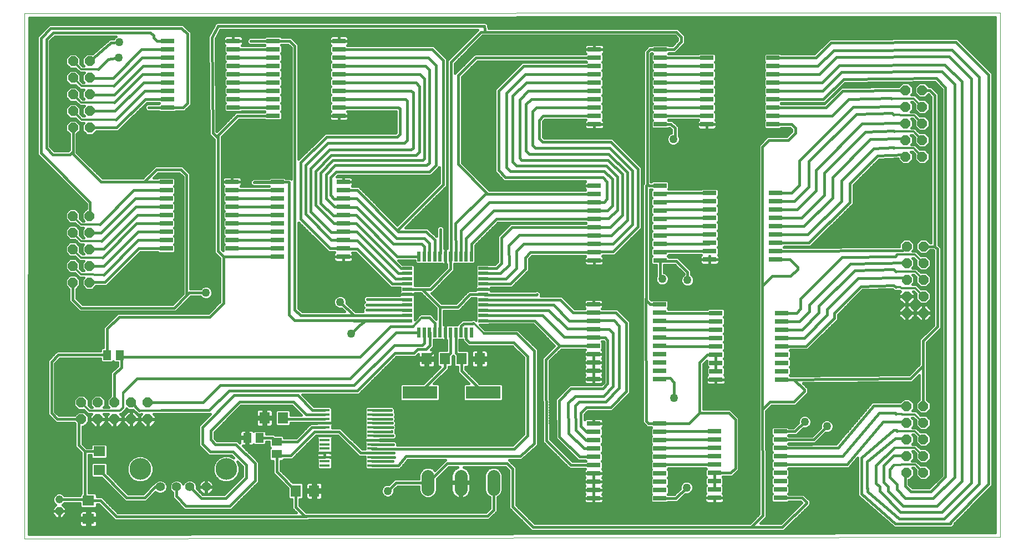
<source format=gtl>
G75*
G70*
%OFA0B0*%
%FSLAX24Y24*%
%IPPOS*%
%LPD*%
%AMOC8*
5,1,8,0,0,1.08239X$1,22.5*
%
%ADD10C,0.0000*%
%ADD11R,0.0197X0.0591*%
%ADD12R,0.0591X0.0197*%
%ADD13R,0.0800X0.0260*%
%ADD14OC8,0.0594*%
%ADD15R,0.2100X0.0760*%
%ADD16R,0.0512X0.0591*%
%ADD17R,0.0709X0.0630*%
%ADD18OC8,0.0480*%
%ADD19C,0.0480*%
%ADD20R,0.0630X0.0709*%
%ADD21R,0.0591X0.0157*%
%ADD22C,0.1306*%
%ADD23C,0.0554*%
%ADD24R,0.0591X0.0512*%
%ADD25C,0.0780*%
%ADD26R,0.0710X0.0630*%
%ADD27C,0.0160*%
%ADD28C,0.0500*%
%ADD29C,0.0120*%
%ADD30C,0.0356*%
D10*
X000170Y000290D02*
X000180Y031900D01*
X058792Y031930D01*
X058792Y000400D01*
X000170Y000290D01*
D11*
X023885Y012707D03*
X024200Y012707D03*
X024515Y012707D03*
X024830Y012707D03*
X025145Y012707D03*
X025460Y012707D03*
X025775Y012707D03*
X026090Y012707D03*
X026405Y012707D03*
X026720Y012707D03*
X027035Y012707D03*
X027035Y017273D03*
X026720Y017273D03*
X026405Y017273D03*
X026090Y017273D03*
X025775Y017273D03*
X025460Y017273D03*
X025145Y017273D03*
X024830Y017273D03*
X024515Y017273D03*
X024200Y017273D03*
X023885Y017273D03*
D12*
X023177Y016565D03*
X023177Y016250D03*
X023177Y015935D03*
X023177Y015620D03*
X023177Y015305D03*
X023177Y014990D03*
X023177Y014675D03*
X023177Y014360D03*
X023177Y014045D03*
X023177Y013730D03*
X023177Y013415D03*
X027743Y013415D03*
X027743Y013730D03*
X027743Y014045D03*
X027743Y014360D03*
X027743Y014675D03*
X027743Y014990D03*
X027743Y015305D03*
X027743Y015620D03*
X027743Y015935D03*
X027743Y016250D03*
X027743Y016565D03*
D13*
X034370Y014400D03*
X034370Y013900D03*
X034370Y013400D03*
X034370Y012900D03*
X034370Y012400D03*
X034370Y011900D03*
X034370Y011400D03*
X034370Y010900D03*
X034370Y010400D03*
X034370Y009900D03*
X038330Y009900D03*
X038330Y010400D03*
X038330Y010900D03*
X038330Y011400D03*
X038330Y011900D03*
X038330Y012400D03*
X038330Y012900D03*
X038330Y013400D03*
X038330Y013900D03*
X038330Y014400D03*
X041720Y013880D03*
X041720Y013380D03*
X041720Y012880D03*
X041720Y012380D03*
X041720Y011880D03*
X041720Y011380D03*
X041720Y010880D03*
X041720Y010380D03*
X041720Y009880D03*
X045680Y009880D03*
X045680Y010380D03*
X045680Y010880D03*
X045680Y011380D03*
X045680Y011880D03*
X045680Y012380D03*
X045680Y012880D03*
X045680Y013380D03*
X045680Y013880D03*
X045310Y017090D03*
X045310Y017590D03*
X045310Y018090D03*
X045310Y018590D03*
X045310Y019090D03*
X045310Y019590D03*
X045310Y020090D03*
X045310Y020590D03*
X045310Y021090D03*
X041350Y021090D03*
X041350Y020590D03*
X041350Y020090D03*
X041350Y019590D03*
X041350Y019090D03*
X041350Y018590D03*
X041350Y018090D03*
X041350Y017590D03*
X041350Y017090D03*
X038360Y017040D03*
X038360Y017540D03*
X038360Y018040D03*
X038360Y018540D03*
X038360Y019040D03*
X038360Y019540D03*
X038360Y020040D03*
X038360Y020540D03*
X038360Y021040D03*
X038360Y021540D03*
X034400Y021540D03*
X034400Y021040D03*
X034400Y020540D03*
X034400Y020040D03*
X034400Y019540D03*
X034400Y019040D03*
X034400Y018540D03*
X034400Y018040D03*
X034400Y017540D03*
X034400Y017040D03*
X034420Y025230D03*
X034420Y025730D03*
X034420Y026230D03*
X034420Y026730D03*
X034420Y027230D03*
X034420Y027730D03*
X034420Y028230D03*
X034420Y028730D03*
X034420Y029230D03*
X034420Y029730D03*
X038380Y029730D03*
X038380Y029230D03*
X038380Y028730D03*
X038380Y028230D03*
X038380Y027730D03*
X038380Y027230D03*
X038380Y026730D03*
X038380Y026230D03*
X038380Y025730D03*
X038380Y025230D03*
X041180Y025220D03*
X041180Y025720D03*
X041180Y026220D03*
X041180Y026720D03*
X041180Y027220D03*
X041180Y027720D03*
X041180Y028220D03*
X041180Y028720D03*
X041180Y029220D03*
X045140Y029220D03*
X045140Y028720D03*
X045140Y028220D03*
X045140Y027720D03*
X045140Y027220D03*
X045140Y026720D03*
X045140Y026220D03*
X045140Y025720D03*
X045140Y025220D03*
X019330Y021750D03*
X019330Y021250D03*
X019330Y020750D03*
X019330Y020250D03*
X019330Y019750D03*
X019330Y019250D03*
X019330Y018750D03*
X019330Y018250D03*
X019330Y017750D03*
X019330Y017250D03*
X015370Y017250D03*
X015370Y017750D03*
X015370Y018250D03*
X015370Y018750D03*
X015370Y019250D03*
X015370Y019750D03*
X015370Y020250D03*
X015370Y020750D03*
X015370Y021250D03*
X015370Y021750D03*
X012650Y021760D03*
X012650Y021260D03*
X012650Y020760D03*
X012650Y020260D03*
X012650Y019760D03*
X012650Y019260D03*
X012650Y018760D03*
X012650Y018260D03*
X012650Y017760D03*
X008690Y017760D03*
X008690Y018260D03*
X008690Y018760D03*
X008690Y019260D03*
X008690Y019760D03*
X008690Y020260D03*
X008690Y020760D03*
X008690Y021260D03*
X008690Y021760D03*
X015110Y025740D03*
X015110Y026240D03*
X015110Y026740D03*
X015110Y027240D03*
X015110Y027740D03*
X015110Y028240D03*
X015110Y028740D03*
X015110Y029240D03*
X015110Y029740D03*
X015110Y030240D03*
X012720Y030240D03*
X012720Y029740D03*
X012720Y029240D03*
X012720Y028740D03*
X012720Y028240D03*
X012720Y027740D03*
X012720Y027240D03*
X012720Y026740D03*
X012720Y026240D03*
X008760Y026240D03*
X008760Y026740D03*
X008760Y027240D03*
X008760Y027740D03*
X008760Y028240D03*
X008760Y028740D03*
X008760Y029240D03*
X008760Y029740D03*
X008760Y030240D03*
X019070Y030240D03*
X019070Y029740D03*
X019070Y029240D03*
X019070Y028740D03*
X019070Y028240D03*
X019070Y027740D03*
X019070Y027240D03*
X019070Y026740D03*
X019070Y026240D03*
X019070Y025740D03*
X034380Y007230D03*
X034380Y006730D03*
X034380Y006230D03*
X034380Y005730D03*
X034380Y005230D03*
X034380Y004730D03*
X034380Y004230D03*
X034380Y003730D03*
X034380Y003230D03*
X034380Y002730D03*
X038340Y002730D03*
X038340Y003230D03*
X038340Y003730D03*
X038340Y004230D03*
X038340Y004730D03*
X038340Y005230D03*
X038340Y005730D03*
X038340Y006230D03*
X038340Y006730D03*
X038340Y007230D03*
X041630Y006750D03*
X041630Y006250D03*
X041630Y005750D03*
X041630Y005250D03*
X041630Y004750D03*
X041630Y004250D03*
X041630Y003750D03*
X041630Y003250D03*
X041630Y002750D03*
X045590Y002750D03*
X045590Y003250D03*
X045590Y003750D03*
X045590Y004250D03*
X045590Y004750D03*
X045590Y005250D03*
X045590Y005750D03*
X045590Y006250D03*
X045590Y006750D03*
D14*
X053180Y006270D03*
X054180Y006270D03*
X054180Y005270D03*
X053180Y005270D03*
X053180Y004270D03*
X054180Y004270D03*
X054180Y007270D03*
X053180Y007270D03*
X053180Y008270D03*
X054180Y008270D03*
X054190Y013880D03*
X053190Y013880D03*
X053190Y014880D03*
X054190Y014880D03*
X054190Y015880D03*
X053190Y015880D03*
X053190Y016880D03*
X054190Y016880D03*
X054190Y017880D03*
X053190Y017880D03*
X053120Y023280D03*
X054120Y023280D03*
X054120Y024280D03*
X053120Y024280D03*
X053120Y025280D03*
X054120Y025280D03*
X054120Y026280D03*
X053120Y026280D03*
X053120Y027280D03*
X054120Y027280D03*
X007580Y008490D03*
X006580Y008490D03*
X005580Y008490D03*
X004580Y008490D03*
X003580Y008490D03*
X003580Y007490D03*
X004580Y007490D03*
X005580Y007490D03*
X006580Y007490D03*
X007580Y007490D03*
X004070Y015710D03*
X003070Y015710D03*
X003070Y016710D03*
X004070Y016710D03*
X004070Y017710D03*
X003070Y017710D03*
X003070Y018710D03*
X004070Y018710D03*
X004070Y019710D03*
X003070Y019710D03*
X003090Y025020D03*
X004090Y025020D03*
X004090Y026020D03*
X003090Y026020D03*
X003090Y027020D03*
X004090Y027020D03*
X004090Y028020D03*
X003090Y028020D03*
X003090Y029020D03*
X004090Y029020D03*
D15*
X023930Y009090D03*
X027730Y009090D03*
D16*
X014304Y006370D03*
X013556Y006370D03*
X005894Y011340D03*
X005146Y011340D03*
D17*
X004020Y002591D03*
X004020Y001489D03*
D18*
X002260Y001960D03*
D19*
X002260Y002660D03*
D20*
X014599Y007570D03*
X015701Y007570D03*
X016479Y003180D03*
X017581Y003180D03*
X024339Y011120D03*
X025441Y011120D03*
X026429Y011120D03*
X027531Y011120D03*
D21*
X021067Y008023D03*
X021067Y007767D03*
X021067Y007512D03*
X021067Y007256D03*
X021067Y007000D03*
X021067Y006744D03*
X021067Y006488D03*
X021067Y006232D03*
X021067Y005976D03*
X021067Y005720D03*
X021067Y005464D03*
X021067Y005208D03*
X021067Y004953D03*
X021067Y004697D03*
X018213Y004697D03*
X018213Y004953D03*
X018213Y005208D03*
X018213Y005464D03*
X018213Y005720D03*
X018213Y005976D03*
X018213Y006232D03*
X018213Y006488D03*
X018213Y006744D03*
X018213Y007000D03*
X018213Y007256D03*
X018213Y007512D03*
X018213Y007767D03*
X018213Y008023D03*
D22*
X012297Y004487D03*
X007123Y004487D03*
D23*
X008332Y003420D03*
X009316Y003420D03*
X010104Y003420D03*
X011088Y003420D03*
D24*
X015330Y005386D03*
X015330Y006134D03*
D25*
X024420Y004060D02*
X024420Y003280D01*
X026390Y003280D02*
X026390Y004060D01*
X028360Y004060D02*
X028360Y003280D01*
D26*
X004660Y004430D03*
X004660Y005550D03*
D27*
X003800Y005550D01*
X003800Y002811D01*
X004020Y002591D01*
X003970Y002641D01*
X003970Y002690D01*
X004070Y002590D01*
X004730Y002590D01*
X005700Y001620D01*
X017120Y001620D01*
X017120Y001630D01*
X017150Y001660D01*
X017020Y001660D01*
X016470Y002210D01*
X016470Y003171D01*
X016479Y003180D01*
X015330Y004329D01*
X015330Y005386D01*
X015406Y005310D01*
X016180Y005310D01*
X017614Y006744D01*
X018213Y006744D01*
X019086Y006744D01*
X020370Y005460D01*
X021063Y005460D01*
X021067Y005464D01*
X021067Y005450D01*
X022370Y005450D01*
X022370Y005460D01*
X022420Y005210D02*
X021050Y005210D01*
X021060Y004950D02*
X022310Y004950D01*
X022630Y004700D02*
X021071Y004700D01*
X021067Y004697D01*
X020971Y004468D02*
X020710Y004468D01*
X020622Y004556D01*
X020622Y005230D01*
X020275Y005230D01*
X020140Y005365D01*
X018991Y006514D01*
X018688Y006514D01*
X018688Y006488D01*
X018213Y006488D01*
X018213Y006488D01*
X018688Y006488D01*
X018688Y006386D01*
X018676Y006340D01*
X018658Y006309D01*
X018658Y005643D01*
X018676Y005613D01*
X018688Y005567D01*
X018688Y005464D01*
X018542Y005464D01*
X018688Y005464D01*
X018688Y005362D01*
X018681Y005336D01*
X018688Y005311D01*
X018688Y005208D01*
X018542Y005208D01*
X018542Y005208D01*
X018688Y005208D01*
X018688Y005106D01*
X018676Y005060D01*
X018658Y005029D01*
X018658Y004556D01*
X018570Y004468D01*
X017855Y004468D01*
X017768Y004556D01*
X017768Y005029D01*
X017750Y005060D01*
X017738Y005106D01*
X017738Y005208D01*
X017883Y005208D01*
X017883Y005208D01*
X017738Y005208D01*
X017738Y005311D01*
X017744Y005336D01*
X017738Y005362D01*
X017738Y005464D01*
X017883Y005464D01*
X017883Y005464D01*
X017738Y005464D01*
X017738Y005567D01*
X017750Y005613D01*
X017768Y005643D01*
X017768Y006309D01*
X017750Y006340D01*
X017738Y006386D01*
X017738Y006488D01*
X018213Y006488D01*
X017788Y006488D01*
X017160Y005860D01*
X017160Y005327D01*
X017278Y005208D01*
X017230Y005160D01*
X017278Y005208D02*
X017550Y005208D01*
X017560Y005218D01*
X017560Y005460D01*
X017564Y005464D01*
X018213Y005464D01*
X018213Y005464D01*
X018213Y005208D01*
X017550Y005208D01*
X017738Y005194D02*
X016389Y005194D01*
X016410Y005215D02*
X017709Y006514D01*
X017738Y006514D01*
X017738Y006488D01*
X018213Y006488D01*
X018213Y006488D01*
X018688Y006462D02*
X019043Y006462D01*
X019202Y006303D02*
X018658Y006303D01*
X018658Y006145D02*
X019360Y006145D01*
X019519Y005986D02*
X018658Y005986D01*
X018658Y005828D02*
X019677Y005828D01*
X019836Y005669D02*
X018658Y005669D01*
X018688Y005511D02*
X019994Y005511D01*
X020153Y005352D02*
X018685Y005352D01*
X018688Y005194D02*
X020622Y005194D01*
X020622Y005035D02*
X018661Y005035D01*
X018658Y004877D02*
X020622Y004877D01*
X020622Y004718D02*
X018658Y004718D01*
X018658Y004560D02*
X020622Y004560D01*
X020971Y004468D02*
X020972Y004467D01*
X021162Y004467D01*
X021164Y004468D01*
X021425Y004468D01*
X021427Y004470D01*
X022545Y004470D01*
X022553Y004463D01*
X022639Y004470D01*
X022725Y004470D01*
X022732Y004477D01*
X022743Y004478D01*
X022799Y004544D01*
X022860Y004605D01*
X022860Y004615D01*
X023216Y005030D01*
X025455Y005030D01*
X024834Y004409D01*
X024726Y004518D01*
X024527Y004600D01*
X024313Y004600D01*
X024114Y004518D01*
X023962Y004366D01*
X023880Y004167D01*
X023880Y003900D01*
X022405Y003900D01*
X022085Y003580D01*
X021930Y003580D01*
X021783Y003519D01*
X021671Y003407D01*
X021610Y003260D01*
X021610Y003100D01*
X021671Y002953D01*
X021783Y002841D01*
X021930Y002780D01*
X022090Y002780D01*
X022237Y002841D01*
X022349Y002953D01*
X022410Y003100D01*
X022410Y003255D01*
X022595Y003440D01*
X023880Y003440D01*
X023880Y003173D01*
X023962Y002974D01*
X024114Y002822D01*
X024313Y002740D01*
X024527Y002740D01*
X024726Y002822D01*
X024878Y002974D01*
X024960Y003173D01*
X024960Y003885D01*
X025675Y004600D01*
X026207Y004600D01*
X026171Y004588D01*
X026091Y004548D01*
X026019Y004495D01*
X025955Y004431D01*
X025902Y004359D01*
X025862Y004279D01*
X025834Y004193D01*
X025820Y004105D01*
X025820Y003720D01*
X026340Y003720D01*
X026340Y003620D01*
X026440Y003620D01*
X026440Y003720D01*
X026960Y003720D01*
X026960Y004105D01*
X026946Y004193D01*
X026918Y004279D01*
X026878Y004359D01*
X026825Y004431D01*
X026761Y004495D01*
X026689Y004548D01*
X026609Y004588D01*
X026573Y004600D01*
X029075Y004600D01*
X029280Y004395D01*
X029280Y002135D01*
X029415Y002000D01*
X030645Y000770D01*
X045815Y000770D01*
X047255Y002210D01*
X047390Y002345D01*
X047390Y002595D01*
X047140Y002845D01*
X047005Y002980D01*
X046102Y002980D01*
X046082Y003000D01*
X046140Y003058D01*
X046140Y003442D01*
X046082Y003500D01*
X046140Y003558D01*
X046140Y003942D01*
X046082Y004000D01*
X046140Y004058D01*
X046140Y004442D01*
X046082Y004500D01*
X046103Y004521D01*
X049506Y004530D01*
X049514Y004523D01*
X049600Y004530D01*
X049686Y004530D01*
X049693Y004538D01*
X049704Y004539D01*
X049760Y004604D01*
X049820Y004665D01*
X049820Y004676D01*
X050227Y005156D01*
X050223Y005104D01*
X050230Y005096D01*
X050230Y003076D01*
X050224Y003068D01*
X050230Y002982D01*
X050230Y002895D01*
X050237Y002888D01*
X050238Y002878D01*
X050303Y002821D01*
X050365Y002760D01*
X050374Y002760D01*
X052363Y001041D01*
X052425Y000980D01*
X052434Y000980D01*
X052442Y000974D01*
X052528Y000980D01*
X055895Y000980D01*
X056030Y001115D01*
X056060Y001145D01*
X056060Y001205D01*
X058215Y003360D01*
X058215Y003360D01*
X058350Y003495D01*
X058350Y028295D01*
X058215Y028430D01*
X056379Y030266D01*
X056379Y030267D01*
X056312Y030333D01*
X056245Y030400D01*
X056244Y030400D01*
X056244Y030401D01*
X056149Y030400D01*
X056055Y030400D01*
X056054Y030399D01*
X048629Y030350D01*
X048535Y030350D01*
X048534Y030349D01*
X048533Y030349D01*
X048467Y030282D01*
X047635Y029450D01*
X045652Y029450D01*
X045602Y029500D01*
X044678Y029500D01*
X044590Y029412D01*
X044590Y029028D01*
X044648Y028970D01*
X044590Y028912D01*
X044590Y028528D01*
X044648Y028470D01*
X044590Y028412D01*
X044590Y028028D01*
X044648Y027970D01*
X044590Y027912D01*
X044590Y027528D01*
X044648Y027470D01*
X044590Y027412D01*
X044590Y027028D01*
X044648Y026970D01*
X044590Y026912D01*
X044590Y026528D01*
X044648Y026470D01*
X044590Y026412D01*
X044590Y026028D01*
X044648Y025970D01*
X044590Y025912D01*
X044590Y025528D01*
X044648Y025470D01*
X044590Y025412D01*
X044590Y025028D01*
X044678Y024940D01*
X045602Y024940D01*
X045652Y024990D01*
X046165Y024990D01*
X046260Y024895D01*
X046260Y024785D01*
X045965Y024490D01*
X044805Y024490D01*
X044670Y024355D01*
X044290Y023975D01*
X044290Y008164D01*
X044289Y008164D01*
X044290Y008069D01*
X044290Y007975D01*
X044291Y007974D01*
X044320Y003199D01*
X044320Y001795D01*
X043755Y001230D01*
X030835Y001230D01*
X029740Y002325D01*
X029740Y004585D01*
X029400Y004925D01*
X029295Y005030D01*
X029954Y005030D01*
X030044Y005026D01*
X030049Y005030D01*
X030055Y005030D01*
X030119Y005093D01*
X030899Y005800D01*
X030905Y005800D01*
X030969Y005863D01*
X031035Y005924D01*
X031035Y005930D01*
X031040Y005935D01*
X031040Y006024D01*
X031044Y006114D01*
X031040Y006119D01*
X031040Y011685D01*
X030905Y011820D01*
X029845Y012880D01*
X027837Y012880D01*
X027550Y013167D01*
X028101Y013167D01*
X028119Y013185D01*
X030730Y013185D01*
X032005Y011910D01*
X031404Y011309D01*
X031403Y011309D01*
X031337Y011242D01*
X031270Y011175D01*
X031270Y011174D01*
X031269Y011174D01*
X031270Y011079D01*
X031270Y010985D01*
X031271Y010984D01*
X031300Y006209D01*
X031300Y006115D01*
X031301Y006114D01*
X031301Y006113D01*
X031368Y006047D01*
X032915Y004500D01*
X033865Y004500D01*
X033836Y004471D01*
X033812Y004429D01*
X033800Y004384D01*
X033800Y004230D01*
X034380Y004230D01*
X034960Y004230D01*
X034960Y004384D01*
X034948Y004429D01*
X034924Y004471D01*
X034893Y004501D01*
X034930Y004538D01*
X034930Y004922D01*
X034872Y004980D01*
X034930Y005038D01*
X034930Y005422D01*
X034872Y005480D01*
X034930Y005538D01*
X034930Y005922D01*
X034872Y005980D01*
X034930Y006038D01*
X034930Y006422D01*
X034872Y006480D01*
X034930Y006538D01*
X034930Y006922D01*
X034893Y006959D01*
X034924Y006989D01*
X034948Y007031D01*
X034960Y007076D01*
X034960Y007230D01*
X034960Y007384D01*
X034948Y007429D01*
X034924Y007471D01*
X034891Y007504D01*
X034849Y007528D01*
X034804Y007540D01*
X034380Y007540D01*
X034380Y007230D01*
X034380Y007230D01*
X034960Y007230D01*
X034380Y007230D01*
X034380Y007230D01*
X034380Y007540D01*
X033956Y007540D01*
X033911Y007528D01*
X033869Y007504D01*
X033836Y007471D01*
X033835Y007469D01*
X033824Y007768D01*
X034025Y007970D01*
X035485Y007970D01*
X036445Y008930D01*
X036580Y009065D01*
X036580Y013355D01*
X035940Y013995D01*
X035805Y014130D01*
X034885Y014130D01*
X034914Y014159D01*
X034938Y014201D01*
X034950Y014246D01*
X034950Y014400D01*
X034950Y014554D01*
X034938Y014599D01*
X034914Y014641D01*
X034881Y014674D01*
X034839Y014698D01*
X034794Y014710D01*
X034370Y014710D01*
X034370Y014400D01*
X034370Y014400D01*
X034950Y014400D01*
X034370Y014400D01*
X034370Y014400D01*
X034370Y014400D01*
X033790Y014400D01*
X033790Y014554D01*
X033802Y014599D01*
X033826Y014641D01*
X033859Y014674D01*
X033901Y014698D01*
X033946Y014710D01*
X034370Y014710D01*
X034370Y014400D01*
X033790Y014400D01*
X033790Y014246D01*
X033802Y014201D01*
X033826Y014159D01*
X033845Y014140D01*
X033235Y014140D01*
X032470Y014905D01*
X031190Y014905D01*
X031190Y015085D01*
X031055Y015220D01*
X030865Y015220D01*
X030855Y015210D01*
X028219Y015210D01*
X028219Y015305D01*
X028219Y015390D01*
X029455Y015390D01*
X030367Y016301D01*
X030369Y016301D01*
X030434Y016369D01*
X030500Y016435D01*
X030500Y016437D01*
X030501Y016438D01*
X030500Y016532D01*
X030500Y016625D01*
X030499Y016627D01*
X030491Y017116D01*
X030675Y017300D01*
X033875Y017300D01*
X033856Y017281D01*
X033832Y017239D01*
X033820Y017194D01*
X033820Y017040D01*
X034400Y017040D01*
X034980Y017040D01*
X034980Y017194D01*
X034968Y017239D01*
X034944Y017281D01*
X034913Y017311D01*
X034942Y017340D01*
X035645Y017340D01*
X035780Y017475D01*
X037270Y018965D01*
X037270Y022635D01*
X037135Y022770D01*
X035515Y024390D01*
X031395Y024390D01*
X031330Y024455D01*
X031330Y025385D01*
X031445Y025500D01*
X033905Y025500D01*
X033876Y025471D01*
X033852Y025429D01*
X033840Y025384D01*
X033840Y025230D01*
X034420Y025230D01*
X033460Y025230D01*
X033420Y025190D01*
X033840Y025165D02*
X031330Y025165D01*
X031330Y025323D02*
X033840Y025323D01*
X033840Y025230D02*
X033840Y025076D01*
X033852Y025031D01*
X033876Y024989D01*
X033909Y024956D01*
X033951Y024932D01*
X033996Y024920D01*
X034420Y024920D01*
X034844Y024920D01*
X034889Y024932D01*
X034931Y024956D01*
X034964Y024989D01*
X034988Y025031D01*
X035000Y025076D01*
X035000Y025230D01*
X035000Y025384D01*
X034988Y025429D01*
X034964Y025471D01*
X034933Y025501D01*
X034970Y025538D01*
X034970Y025922D01*
X034912Y025980D01*
X034970Y026038D01*
X034970Y026422D01*
X034912Y026480D01*
X034970Y026538D01*
X034970Y026922D01*
X034912Y026980D01*
X034970Y027038D01*
X034970Y027422D01*
X034912Y027480D01*
X034970Y027538D01*
X034970Y027922D01*
X034912Y027980D01*
X034970Y028038D01*
X034970Y028422D01*
X034912Y028480D01*
X034970Y028538D01*
X034970Y028922D01*
X034912Y028980D01*
X034970Y029038D01*
X034970Y029422D01*
X034933Y029459D01*
X034964Y029489D01*
X034988Y029531D01*
X035000Y029576D01*
X035000Y029730D01*
X035000Y029884D01*
X034988Y029929D01*
X034964Y029971D01*
X034931Y030004D01*
X034889Y030028D01*
X034844Y030040D01*
X034420Y030040D01*
X034420Y029730D01*
X034420Y029730D01*
X035000Y029730D01*
X034420Y029730D01*
X034420Y029730D01*
X034420Y029730D01*
X033840Y029730D01*
X033840Y029884D01*
X033852Y029929D01*
X033876Y029971D01*
X033909Y030004D01*
X033951Y030028D01*
X033996Y030040D01*
X034420Y030040D01*
X034420Y029730D01*
X033840Y029730D01*
X033840Y029576D01*
X033852Y029531D01*
X033876Y029489D01*
X033905Y029460D01*
X027205Y029460D01*
X026135Y028390D01*
X026030Y028285D01*
X026030Y028875D01*
X027705Y030550D01*
X027780Y030550D01*
X027792Y030540D01*
X027873Y030550D01*
X039255Y030550D01*
X039420Y030385D01*
X039420Y030285D01*
X039095Y029960D01*
X038892Y029960D01*
X038842Y030010D01*
X037918Y030010D01*
X037868Y029960D01*
X037675Y029960D01*
X037495Y029780D01*
X037360Y029645D01*
X037360Y021665D01*
X037310Y021615D01*
X037310Y014845D01*
X037290Y014825D01*
X037290Y014825D01*
X037290Y014824D01*
X037290Y014729D01*
X037290Y014635D01*
X037290Y014634D01*
X037320Y007360D01*
X037320Y007265D01*
X037320Y007264D01*
X037388Y007197D01*
X037585Y007000D01*
X037828Y007000D01*
X037848Y006980D01*
X037790Y006922D01*
X037790Y006538D01*
X037848Y006480D01*
X037790Y006422D01*
X037790Y006038D01*
X037848Y005980D01*
X037790Y005922D01*
X037790Y005538D01*
X037848Y005480D01*
X037790Y005422D01*
X037790Y005038D01*
X037848Y004980D01*
X037790Y004922D01*
X037790Y004538D01*
X037848Y004480D01*
X037790Y004422D01*
X037790Y004038D01*
X037848Y003980D01*
X037790Y003922D01*
X037790Y003538D01*
X037848Y003480D01*
X037790Y003422D01*
X037790Y003038D01*
X037848Y002980D01*
X037790Y002922D01*
X037790Y002538D01*
X037878Y002450D01*
X038802Y002450D01*
X038852Y002500D01*
X039405Y002500D01*
X039885Y002980D01*
X040040Y002980D01*
X040187Y003041D01*
X040299Y003153D01*
X040360Y003300D01*
X040360Y003460D01*
X040299Y003607D01*
X040187Y003719D01*
X040040Y003780D01*
X039880Y003780D01*
X039733Y003719D01*
X039621Y003607D01*
X039560Y003460D01*
X039560Y003305D01*
X039215Y002960D01*
X038852Y002960D01*
X038832Y002980D01*
X038890Y003038D01*
X038890Y003422D01*
X038832Y003480D01*
X038890Y003538D01*
X038890Y003922D01*
X038832Y003980D01*
X038890Y004038D01*
X038890Y004422D01*
X038832Y004480D01*
X038872Y004520D01*
X041118Y004520D01*
X041138Y004500D01*
X041080Y004442D01*
X041080Y004058D01*
X041138Y004000D01*
X041080Y003942D01*
X041080Y003558D01*
X041138Y003500D01*
X041080Y003442D01*
X041080Y003058D01*
X041117Y003021D01*
X041086Y002991D01*
X041062Y002949D01*
X041050Y002904D01*
X041050Y002750D01*
X041630Y002750D01*
X042210Y002750D01*
X042210Y002904D01*
X042198Y002949D01*
X042174Y002991D01*
X042143Y003021D01*
X042180Y003058D01*
X042180Y003442D01*
X042122Y003500D01*
X042180Y003558D01*
X042180Y003942D01*
X042122Y004000D01*
X042142Y004020D01*
X042705Y004020D01*
X042985Y004300D01*
X043120Y004435D01*
X043120Y007565D01*
X042720Y007965D01*
X042585Y008100D01*
X040970Y008100D01*
X040970Y010815D01*
X041170Y011015D01*
X041170Y010688D01*
X041228Y010630D01*
X041170Y010572D01*
X041170Y010188D01*
X041207Y010151D01*
X041176Y010121D01*
X041152Y010079D01*
X041140Y010034D01*
X041140Y009880D01*
X041720Y009880D01*
X042300Y009880D01*
X042300Y010034D01*
X042288Y010079D01*
X042264Y010121D01*
X042233Y010151D01*
X042270Y010188D01*
X042270Y010572D01*
X042212Y010630D01*
X042270Y010688D01*
X042270Y011072D01*
X042212Y011130D01*
X042270Y011188D01*
X042270Y011572D01*
X042212Y011630D01*
X042270Y011688D01*
X042270Y012072D01*
X042212Y012130D01*
X042270Y012188D01*
X042270Y012572D01*
X042212Y012630D01*
X042270Y012688D01*
X042270Y013072D01*
X042212Y013130D01*
X042270Y013188D01*
X042270Y013572D01*
X042212Y013630D01*
X042270Y013688D01*
X042270Y014072D01*
X042182Y014160D01*
X041258Y014160D01*
X041208Y014110D01*
X038862Y014110D01*
X038822Y014150D01*
X038880Y014208D01*
X038880Y014592D01*
X038792Y014680D01*
X037868Y014680D01*
X037847Y014659D01*
X037770Y014735D01*
X037770Y021310D01*
X037848Y021310D01*
X037868Y021290D01*
X037810Y021232D01*
X037810Y020848D01*
X037868Y020790D01*
X037810Y020732D01*
X037810Y020348D01*
X037868Y020290D01*
X037810Y020232D01*
X037810Y019848D01*
X037868Y019790D01*
X037810Y019732D01*
X037810Y019348D01*
X037868Y019290D01*
X037810Y019232D01*
X037810Y018848D01*
X037868Y018790D01*
X037810Y018732D01*
X037810Y018348D01*
X037868Y018290D01*
X037810Y018232D01*
X037810Y017848D01*
X037868Y017790D01*
X037810Y017732D01*
X037810Y017348D01*
X037868Y017290D01*
X037810Y017232D01*
X037810Y016848D01*
X037898Y016760D01*
X038130Y016760D01*
X038130Y016096D01*
X038090Y016000D01*
X038090Y015840D01*
X038151Y015693D01*
X038263Y015581D01*
X038410Y015520D01*
X038570Y015520D01*
X038717Y015581D01*
X038829Y015693D01*
X038890Y015840D01*
X038890Y016000D01*
X038829Y016147D01*
X038717Y016259D01*
X038590Y016312D01*
X038590Y016760D01*
X038822Y016760D01*
X038842Y016780D01*
X039245Y016780D01*
X039790Y016235D01*
X039790Y016186D01*
X039681Y016077D01*
X039620Y015930D01*
X039620Y015770D01*
X039681Y015623D01*
X039793Y015511D01*
X039940Y015450D01*
X040100Y015450D01*
X040247Y015511D01*
X040359Y015623D01*
X040420Y015770D01*
X040420Y015930D01*
X040359Y016077D01*
X040250Y016186D01*
X040250Y016425D01*
X039570Y017105D01*
X039435Y017240D01*
X038902Y017240D01*
X038852Y017290D01*
X038910Y017348D01*
X038910Y017360D01*
X040835Y017360D01*
X040806Y017331D01*
X040782Y017289D01*
X040770Y017244D01*
X040770Y017090D01*
X041350Y017090D01*
X041930Y017090D01*
X041930Y017244D01*
X041918Y017289D01*
X041894Y017331D01*
X041863Y017361D01*
X041900Y017398D01*
X044290Y017398D01*
X044290Y017240D02*
X041930Y017240D01*
X041930Y017090D02*
X041350Y017090D01*
X041350Y017090D01*
X041350Y017090D01*
X041350Y017310D01*
X041350Y017310D01*
X041350Y017090D01*
X041350Y016780D01*
X041774Y016780D01*
X041819Y016792D01*
X041861Y016816D01*
X041894Y016849D01*
X041918Y016891D01*
X041930Y016936D01*
X041930Y017090D01*
X041930Y017081D02*
X044290Y017081D01*
X044290Y016923D02*
X041926Y016923D01*
X041350Y016923D02*
X041350Y016923D01*
X041350Y016780D02*
X041350Y017090D01*
X041350Y017090D01*
X041350Y017090D01*
X040770Y017090D01*
X040770Y016936D01*
X040782Y016891D01*
X040806Y016849D01*
X040839Y016816D01*
X040881Y016792D01*
X040926Y016780D01*
X041350Y016780D01*
X041350Y017081D02*
X041350Y017081D01*
X041350Y017240D02*
X041350Y017240D01*
X041350Y017590D02*
X038410Y017590D01*
X038360Y017540D01*
X037810Y017557D02*
X037770Y017557D01*
X037770Y017715D02*
X037810Y017715D01*
X037810Y017874D02*
X037770Y017874D01*
X037770Y018032D02*
X037810Y018032D01*
X037810Y018191D02*
X037770Y018191D01*
X037770Y018349D02*
X037810Y018349D01*
X037810Y018508D02*
X037770Y018508D01*
X037770Y018666D02*
X037810Y018666D01*
X037833Y018825D02*
X037770Y018825D01*
X037770Y018983D02*
X037810Y018983D01*
X037810Y019142D02*
X037770Y019142D01*
X037770Y019300D02*
X037858Y019300D01*
X037810Y019459D02*
X037770Y019459D01*
X037770Y019617D02*
X037810Y019617D01*
X037770Y019776D02*
X037853Y019776D01*
X037810Y019934D02*
X037770Y019934D01*
X037770Y020093D02*
X037810Y020093D01*
X037829Y020251D02*
X037770Y020251D01*
X037770Y020410D02*
X037810Y020410D01*
X037810Y020568D02*
X037770Y020568D01*
X037770Y020727D02*
X037810Y020727D01*
X037810Y020885D02*
X037770Y020885D01*
X037770Y021044D02*
X037810Y021044D01*
X037810Y021202D02*
X037770Y021202D01*
X037690Y021540D02*
X038360Y021540D01*
X038410Y021090D02*
X038360Y021040D01*
X038410Y021090D02*
X041350Y021090D01*
X041812Y021370D02*
X040888Y021370D01*
X040838Y021320D01*
X038882Y021320D01*
X038910Y021348D01*
X038910Y021732D01*
X038822Y021820D01*
X037898Y021820D01*
X037848Y021770D01*
X037820Y021770D01*
X037820Y029455D01*
X037865Y029500D01*
X037868Y029500D01*
X037888Y029480D01*
X037830Y029422D01*
X037830Y029038D01*
X037888Y028980D01*
X037830Y028922D01*
X037830Y028538D01*
X037888Y028480D01*
X037830Y028422D01*
X037830Y028038D01*
X037888Y027980D01*
X037830Y027922D01*
X037830Y027538D01*
X037888Y027480D01*
X037830Y027422D01*
X037830Y027038D01*
X037888Y026980D01*
X037830Y026922D01*
X037830Y026538D01*
X037888Y026480D01*
X037830Y026422D01*
X037830Y026038D01*
X037888Y025980D01*
X037830Y025922D01*
X037830Y025538D01*
X037888Y025480D01*
X037830Y025422D01*
X037830Y025038D01*
X037918Y024950D01*
X038842Y024950D01*
X038892Y025000D01*
X038925Y025000D01*
X039030Y024895D01*
X039030Y024709D01*
X038933Y024669D01*
X038821Y024557D01*
X038760Y024410D01*
X038760Y024250D01*
X038821Y024103D01*
X038933Y023991D01*
X039080Y023930D01*
X039240Y023930D01*
X039387Y023991D01*
X039499Y024103D01*
X039560Y024250D01*
X039560Y024410D01*
X039499Y024557D01*
X039490Y024566D01*
X039490Y025085D01*
X039355Y025220D01*
X039115Y025460D01*
X038892Y025460D01*
X038872Y025480D01*
X038882Y025490D01*
X040665Y025490D01*
X040636Y025461D01*
X040612Y025419D01*
X040600Y025374D01*
X040600Y025220D01*
X041180Y025220D01*
X041760Y025220D01*
X041760Y025374D01*
X041748Y025419D01*
X041724Y025461D01*
X041693Y025491D01*
X041730Y025528D01*
X041730Y025912D01*
X041672Y025970D01*
X041730Y026028D01*
X041730Y026412D01*
X041672Y026470D01*
X041730Y026528D01*
X041730Y026912D01*
X041672Y026970D01*
X041730Y027028D01*
X041730Y027412D01*
X041672Y027470D01*
X041730Y027528D01*
X041730Y027912D01*
X041672Y027970D01*
X041730Y028028D01*
X041730Y028412D01*
X041672Y028470D01*
X041730Y028528D01*
X041730Y028912D01*
X041672Y028970D01*
X041730Y029028D01*
X041730Y029412D01*
X041642Y029500D01*
X040718Y029500D01*
X040668Y029450D01*
X038902Y029450D01*
X038872Y029480D01*
X038892Y029500D01*
X039285Y029500D01*
X039745Y029960D01*
X039880Y030095D01*
X039880Y030575D01*
X039580Y030875D01*
X039445Y031010D01*
X028065Y031010D01*
X028050Y031133D01*
X028050Y031215D01*
X028039Y031226D01*
X028037Y031241D01*
X027973Y031292D01*
X027915Y031350D01*
X027900Y031350D01*
X027888Y031360D01*
X027807Y031350D01*
X011858Y031350D01*
X011825Y031368D01*
X011766Y031350D01*
X011705Y031350D01*
X011678Y031323D01*
X011642Y031313D01*
X011613Y031259D01*
X011570Y031215D01*
X011570Y031178D01*
X011243Y030568D01*
X011199Y030523D01*
X011199Y030487D01*
X011182Y030455D01*
X011200Y030395D01*
X010190Y030395D01*
X010190Y030237D02*
X011202Y030237D01*
X011200Y030395D02*
X011260Y024709D01*
X011260Y024615D01*
X011261Y024614D01*
X011261Y024612D01*
X011328Y024546D01*
X011510Y024365D01*
X011580Y024295D01*
X011580Y017495D01*
X011715Y017360D01*
X011920Y017155D01*
X011920Y014555D01*
X011225Y013860D01*
X005765Y013860D01*
X005630Y013725D01*
X004916Y013011D01*
X004916Y011785D01*
X004828Y011785D01*
X004740Y011697D01*
X004740Y011590D01*
X002115Y011590D01*
X001980Y011455D01*
X001560Y011035D01*
X001560Y007755D01*
X001695Y007620D01*
X002055Y007260D01*
X003178Y007260D01*
X003200Y007238D01*
X003200Y005825D01*
X003335Y005690D01*
X003570Y005455D01*
X003570Y003023D01*
X003516Y002968D01*
X003516Y002890D01*
X002582Y002890D01*
X002481Y002991D01*
X002338Y003050D01*
X002182Y003050D01*
X002039Y002991D01*
X001929Y002881D01*
X001870Y002738D01*
X001870Y002582D01*
X001929Y002439D01*
X002037Y002331D01*
X001840Y002134D01*
X001840Y001960D01*
X002260Y001960D01*
X002680Y001960D01*
X002680Y002134D01*
X002483Y002331D01*
X002582Y002430D01*
X003516Y002430D01*
X003516Y002214D01*
X003604Y002126D01*
X004436Y002126D01*
X004524Y002214D01*
X004524Y002360D01*
X004635Y002360D01*
X005605Y001390D01*
X017215Y001390D01*
X017255Y001430D01*
X028085Y001430D01*
X028220Y001565D01*
X028590Y001935D01*
X028590Y002791D01*
X028666Y002822D01*
X028818Y002974D01*
X028900Y003173D01*
X028900Y004167D01*
X028818Y004366D01*
X028666Y004518D01*
X028467Y004600D01*
X028253Y004600D01*
X028054Y004518D01*
X027902Y004366D01*
X027820Y004167D01*
X027820Y003173D01*
X027902Y002974D01*
X028054Y002822D01*
X028130Y002791D01*
X028130Y002125D01*
X027895Y001890D01*
X017115Y001890D01*
X016700Y002305D01*
X016700Y002676D01*
X016856Y002676D01*
X016944Y002764D01*
X016944Y003596D01*
X016856Y003684D01*
X016300Y003684D01*
X015560Y004424D01*
X015560Y004980D01*
X015687Y004980D01*
X015775Y005068D01*
X015775Y005080D01*
X016275Y005080D01*
X016410Y005215D01*
X016547Y005352D02*
X017740Y005352D01*
X017738Y005511D02*
X016706Y005511D01*
X016864Y005669D02*
X017768Y005669D01*
X017768Y005828D02*
X017023Y005828D01*
X017181Y005986D02*
X017768Y005986D01*
X017768Y006145D02*
X017340Y006145D01*
X017498Y006303D02*
X017768Y006303D01*
X017738Y006462D02*
X017657Y006462D01*
X017450Y007000D02*
X018213Y007000D01*
X018213Y007000D01*
X018213Y007256D02*
X017738Y007256D01*
X018213Y007256D01*
X018688Y007256D01*
X018688Y007358D01*
X018676Y007404D01*
X018658Y007435D01*
X018658Y008164D01*
X018570Y008252D01*
X018309Y008252D01*
X018308Y008253D01*
X017582Y008253D01*
X016855Y008980D01*
X020275Y008980D01*
X022525Y011230D01*
X023665Y011230D01*
X023844Y011409D01*
X023844Y011197D01*
X024261Y011197D01*
X024261Y011043D01*
X023844Y011043D01*
X023844Y010742D01*
X023856Y010696D01*
X023880Y010655D01*
X023913Y010622D01*
X023954Y010598D01*
X024000Y010586D01*
X024261Y010586D01*
X024261Y011043D01*
X024416Y011043D01*
X024416Y011197D01*
X024834Y011197D01*
X024834Y011498D01*
X024822Y011544D01*
X024798Y011585D01*
X024764Y011618D01*
X024723Y011642D01*
X024677Y011654D01*
X024590Y011654D01*
X024625Y011690D01*
X024760Y011825D01*
X024760Y012261D01*
X025261Y012261D01*
X025292Y012244D01*
X025338Y012231D01*
X025460Y012231D01*
X025545Y012231D01*
X025545Y011624D01*
X025064Y011624D01*
X024976Y011536D01*
X024976Y010704D01*
X025064Y010616D01*
X025130Y010616D01*
X024135Y009620D01*
X022818Y009620D01*
X022730Y009532D01*
X022730Y008648D01*
X022818Y008560D01*
X025042Y008560D01*
X025130Y008648D01*
X025130Y009532D01*
X025042Y009620D01*
X024785Y009620D01*
X025671Y010506D01*
X025671Y010616D01*
X025818Y010616D01*
X025906Y010704D01*
X025906Y011260D01*
X025935Y011289D01*
X025964Y011260D01*
X025964Y010704D01*
X026052Y010616D01*
X026199Y010616D01*
X026199Y010296D01*
X026875Y009620D01*
X026618Y009620D01*
X026530Y009532D01*
X026530Y008648D01*
X026618Y008560D01*
X028842Y008560D01*
X028930Y008648D01*
X028930Y009532D01*
X028842Y009620D01*
X027525Y009620D01*
X026659Y010486D01*
X026659Y010616D01*
X026806Y010616D01*
X026894Y010704D01*
X026894Y011536D01*
X026806Y011624D01*
X026320Y011624D01*
X026320Y012261D01*
X026490Y012261D01*
X026490Y012205D01*
X026690Y012005D01*
X026825Y011870D01*
X029475Y011870D01*
X030160Y011185D01*
X030160Y006605D01*
X029495Y005940D01*
X022580Y005940D01*
X022580Y006065D01*
X022445Y006200D01*
X021542Y006200D01*
X021542Y006232D01*
X021067Y006232D01*
X020592Y006232D01*
X020592Y006130D01*
X020604Y006084D01*
X020622Y006053D01*
X020622Y005690D01*
X020465Y005690D01*
X019181Y006974D01*
X018658Y006974D01*
X018658Y007077D01*
X018676Y007107D01*
X018688Y007153D01*
X018688Y007256D01*
X018213Y007256D01*
X018213Y007256D01*
X017066Y007256D01*
X016780Y006970D01*
X016903Y006779D02*
X014659Y006779D01*
X014622Y006815D02*
X013986Y006815D01*
X013951Y006781D01*
X013922Y006809D01*
X013881Y006833D01*
X013836Y006845D01*
X013604Y006845D01*
X013604Y006418D01*
X013508Y006418D01*
X013508Y006845D01*
X013276Y006845D01*
X013231Y006833D01*
X013190Y006809D01*
X013156Y006776D01*
X013132Y006735D01*
X013120Y006689D01*
X013120Y006418D01*
X013508Y006418D01*
X013508Y006322D01*
X013604Y006322D01*
X013604Y005895D01*
X013836Y005895D01*
X013881Y005907D01*
X013922Y005931D01*
X013951Y005959D01*
X013986Y005925D01*
X014622Y005925D01*
X014710Y006013D01*
X014710Y006145D01*
X014885Y006147D01*
X014885Y005816D01*
X014941Y005760D01*
X014885Y005704D01*
X014885Y005068D01*
X014973Y004980D01*
X015100Y004980D01*
X015100Y004234D01*
X016014Y003320D01*
X016014Y002764D01*
X016102Y002676D01*
X016240Y002676D01*
X016240Y002115D01*
X016375Y001980D01*
X016505Y001850D01*
X005795Y001850D01*
X004960Y002685D01*
X004825Y002820D01*
X004524Y002820D01*
X004524Y002968D01*
X004436Y003056D01*
X004030Y003056D01*
X004030Y005320D01*
X004155Y005320D01*
X004155Y005173D01*
X004243Y005085D01*
X005077Y005085D01*
X005165Y005173D01*
X005165Y005927D01*
X005077Y006015D01*
X004243Y006015D01*
X004155Y005927D01*
X004155Y005780D01*
X003895Y005780D01*
X003660Y006015D01*
X003660Y007043D01*
X003765Y007043D01*
X004027Y007305D01*
X004027Y007675D01*
X003765Y007937D01*
X003395Y007937D01*
X003178Y007720D01*
X002245Y007720D01*
X002020Y007945D01*
X002020Y010845D01*
X002305Y011130D01*
X004740Y011130D01*
X004740Y010983D01*
X004828Y010895D01*
X005464Y010895D01*
X005520Y010951D01*
X005576Y010895D01*
X005760Y010895D01*
X005760Y010705D01*
X005350Y010295D01*
X005350Y008892D01*
X005133Y008675D01*
X005133Y008305D01*
X005228Y008210D01*
X004932Y008210D01*
X005027Y008305D01*
X005027Y008675D01*
X004765Y008937D01*
X004395Y008937D01*
X004133Y008675D01*
X004133Y008305D01*
X004228Y008210D01*
X004157Y008210D01*
X004027Y008340D01*
X004027Y008675D01*
X003765Y008937D01*
X003395Y008937D01*
X003133Y008675D01*
X003133Y008305D01*
X003395Y008043D01*
X003730Y008043D01*
X003983Y007790D01*
X004206Y007790D01*
X004103Y007688D01*
X004103Y007508D01*
X004562Y007508D01*
X004562Y007472D01*
X004598Y007472D01*
X004598Y007508D01*
X005057Y007508D01*
X005057Y007688D01*
X004954Y007790D01*
X005206Y007790D01*
X005103Y007688D01*
X005103Y007508D01*
X005562Y007508D01*
X005562Y007472D01*
X005598Y007472D01*
X005598Y007508D01*
X006057Y007508D01*
X006057Y007688D01*
X005954Y007790D01*
X005997Y007790D01*
X006120Y007913D01*
X006300Y008093D01*
X006300Y008138D01*
X006395Y008043D01*
X006712Y008043D01*
X006985Y007770D01*
X007175Y007770D01*
X007195Y007790D01*
X007206Y007790D01*
X007103Y007688D01*
X007103Y007508D01*
X007562Y007508D01*
X007562Y007472D01*
X007598Y007472D01*
X007598Y007508D01*
X008057Y007508D01*
X008057Y007688D01*
X007954Y007790D01*
X008467Y007790D01*
X008477Y007800D01*
X011325Y007800D01*
X010765Y007240D01*
X010630Y007105D01*
X010630Y005905D01*
X011100Y005435D01*
X011235Y005300D01*
X012605Y005300D01*
X012727Y005177D01*
X012456Y005290D01*
X012137Y005290D01*
X011842Y005167D01*
X011616Y004942D01*
X011494Y004647D01*
X011494Y004327D01*
X011616Y004032D01*
X011842Y003806D01*
X012137Y003684D01*
X012456Y003684D01*
X012751Y003806D01*
X012977Y004032D01*
X013099Y004327D01*
X013099Y004647D01*
X012987Y004918D01*
X013270Y004635D01*
X013270Y004065D01*
X012165Y002960D01*
X010889Y002960D01*
X010526Y003323D01*
X010531Y003335D01*
X010531Y003505D01*
X010466Y003662D01*
X010346Y003782D01*
X010189Y003847D01*
X010019Y003847D01*
X009862Y003782D01*
X009742Y003662D01*
X009710Y003586D01*
X009678Y003662D01*
X009558Y003782D01*
X009401Y003847D01*
X009231Y003847D01*
X009074Y003782D01*
X008954Y003662D01*
X008889Y003505D01*
X008889Y003335D01*
X008954Y003178D01*
X009060Y003072D01*
X009060Y002755D01*
X009195Y002620D01*
X009775Y002040D01*
X012595Y002040D01*
X012730Y002175D01*
X014270Y003715D01*
X014270Y004915D01*
X014135Y005050D01*
X013291Y005895D01*
X013508Y005895D01*
X013508Y006322D01*
X013120Y006322D01*
X013120Y006065D01*
X012975Y006210D01*
X011745Y006210D01*
X011610Y006345D01*
X011610Y006715D01*
X013185Y008290D01*
X016245Y008290D01*
X016793Y007742D01*
X016166Y007742D01*
X016166Y007986D01*
X016078Y008074D01*
X015324Y008074D01*
X015236Y007986D01*
X015236Y007154D01*
X015324Y007066D01*
X016078Y007066D01*
X016166Y007154D01*
X016166Y007282D01*
X017738Y007282D01*
X017738Y007256D01*
X017738Y007230D01*
X017355Y007230D01*
X017220Y007095D01*
X016489Y006364D01*
X015775Y006364D01*
X015775Y006452D01*
X015687Y006540D01*
X015249Y006540D01*
X015246Y006544D01*
X015179Y006610D01*
X015178Y006610D01*
X015176Y006611D01*
X015083Y006610D01*
X014989Y006610D01*
X014988Y006609D01*
X014710Y006605D01*
X014710Y006727D01*
X014622Y006815D01*
X014710Y006620D02*
X016745Y006620D01*
X016586Y006462D02*
X015766Y006462D01*
X015330Y006134D02*
X016584Y006134D01*
X017450Y007000D01*
X017220Y007096D02*
X016108Y007096D01*
X016166Y007254D02*
X017738Y007254D01*
X018213Y007256D02*
X018213Y007256D01*
X018213Y007512D02*
X015760Y007512D01*
X015701Y007570D01*
X015236Y007571D02*
X014676Y007571D01*
X014676Y007647D02*
X015094Y007647D01*
X015094Y007948D01*
X015082Y007994D01*
X015058Y008035D01*
X015024Y008068D01*
X014983Y008092D01*
X014937Y008104D01*
X014676Y008104D01*
X014676Y007647D01*
X014676Y007493D01*
X015094Y007493D01*
X015094Y007192D01*
X015082Y007146D01*
X015058Y007105D01*
X015024Y007072D01*
X014983Y007048D01*
X014937Y007036D01*
X014676Y007036D01*
X014676Y007493D01*
X014521Y007493D01*
X014104Y007493D01*
X014104Y007192D01*
X014116Y007146D01*
X014140Y007105D01*
X014173Y007072D01*
X014214Y007048D01*
X014260Y007036D01*
X014521Y007036D01*
X014521Y007493D01*
X014521Y007647D01*
X014104Y007647D01*
X014104Y007948D01*
X014116Y007994D01*
X014140Y008035D01*
X014173Y008068D01*
X014214Y008092D01*
X014260Y008104D01*
X014521Y008104D01*
X014521Y007647D01*
X014676Y007647D01*
X014676Y007730D02*
X014521Y007730D01*
X014521Y007888D02*
X014676Y007888D01*
X014676Y008047D02*
X014521Y008047D01*
X014151Y008047D02*
X012942Y008047D01*
X013100Y008205D02*
X016330Y008205D01*
X016488Y008047D02*
X016106Y008047D01*
X016166Y007888D02*
X016647Y007888D01*
X017093Y007767D02*
X016340Y008520D01*
X013090Y008520D01*
X011380Y006810D01*
X011380Y006250D01*
X011650Y005980D01*
X012880Y005980D01*
X014040Y004820D01*
X014040Y003810D01*
X012500Y002270D01*
X009870Y002270D01*
X009290Y002850D01*
X009290Y003394D01*
X009316Y003420D01*
X008999Y003133D02*
X008649Y003133D01*
X008694Y003178D02*
X008759Y003335D01*
X008759Y003505D01*
X008694Y003662D01*
X008574Y003782D01*
X008417Y003847D01*
X008247Y003847D01*
X008090Y003782D01*
X007970Y003662D01*
X007965Y003650D01*
X007945Y003650D01*
X007295Y003000D01*
X006415Y003000D01*
X005165Y004251D01*
X005165Y004807D01*
X005077Y004895D01*
X004243Y004895D01*
X004155Y004807D01*
X004155Y004053D01*
X004243Y003965D01*
X004800Y003965D01*
X006225Y002540D01*
X007485Y002540D01*
X007620Y002675D01*
X008047Y003101D01*
X008090Y003058D01*
X008247Y002993D01*
X008417Y002993D01*
X008574Y003058D01*
X008694Y003178D01*
X008741Y003292D02*
X008907Y003292D01*
X008889Y003450D02*
X008759Y003450D01*
X008716Y003609D02*
X008932Y003609D01*
X009059Y003767D02*
X008589Y003767D01*
X008332Y003420D02*
X008040Y003420D01*
X007390Y002770D01*
X006320Y002770D01*
X004660Y004430D01*
X005165Y004401D02*
X006321Y004401D01*
X006321Y004327D02*
X006443Y004032D01*
X006669Y003806D01*
X006964Y003684D01*
X007283Y003684D01*
X007578Y003806D01*
X007804Y004032D01*
X007926Y004327D01*
X007926Y004647D01*
X007804Y004942D01*
X007578Y005167D01*
X007283Y005290D01*
X006964Y005290D01*
X006669Y005167D01*
X006443Y004942D01*
X006321Y004647D01*
X006321Y004327D01*
X006356Y004243D02*
X005173Y004243D01*
X005331Y004084D02*
X006421Y004084D01*
X006550Y003926D02*
X005490Y003926D01*
X005648Y003767D02*
X006764Y003767D01*
X007483Y003767D02*
X008075Y003767D01*
X007903Y003609D02*
X005807Y003609D01*
X005965Y003450D02*
X007745Y003450D01*
X007586Y003292D02*
X006124Y003292D01*
X006282Y003133D02*
X007428Y003133D01*
X007761Y002816D02*
X009060Y002816D01*
X009060Y002975D02*
X007920Y002975D01*
X007603Y002658D02*
X009157Y002658D01*
X009316Y002499D02*
X005146Y002499D01*
X004988Y002658D02*
X006107Y002658D01*
X005949Y002816D02*
X004829Y002816D01*
X004518Y002975D02*
X005790Y002975D01*
X005632Y003133D02*
X004030Y003133D01*
X004030Y003292D02*
X005473Y003292D01*
X005315Y003450D02*
X004030Y003450D01*
X004030Y003609D02*
X005156Y003609D01*
X004998Y003767D02*
X004030Y003767D01*
X004030Y003926D02*
X004839Y003926D01*
X004155Y004084D02*
X004030Y004084D01*
X004030Y004243D02*
X004155Y004243D01*
X004155Y004401D02*
X004030Y004401D01*
X004030Y004560D02*
X004155Y004560D01*
X004155Y004718D02*
X004030Y004718D01*
X004030Y004877D02*
X004224Y004877D01*
X004030Y005035D02*
X006536Y005035D01*
X006416Y004877D02*
X005096Y004877D01*
X005165Y004718D02*
X006350Y004718D01*
X006321Y004560D02*
X005165Y004560D01*
X005165Y005194D02*
X006732Y005194D01*
X007515Y005194D02*
X011905Y005194D01*
X011709Y005035D02*
X007711Y005035D01*
X007831Y004877D02*
X011589Y004877D01*
X011523Y004718D02*
X007897Y004718D01*
X007926Y004560D02*
X011494Y004560D01*
X011494Y004401D02*
X007926Y004401D01*
X007891Y004243D02*
X011529Y004243D01*
X011595Y004084D02*
X007825Y004084D01*
X007697Y003926D02*
X011723Y003926D01*
X011937Y003767D02*
X011387Y003767D01*
X011386Y003769D02*
X011328Y003811D01*
X011263Y003844D01*
X011195Y003866D01*
X011124Y003877D01*
X011097Y003877D01*
X011097Y003429D01*
X011545Y003429D01*
X011545Y003456D01*
X011534Y003527D01*
X011512Y003595D01*
X011479Y003660D01*
X011437Y003718D01*
X011386Y003769D01*
X011505Y003609D02*
X012813Y003609D01*
X012656Y003767D02*
X012972Y003767D01*
X012870Y003926D02*
X013130Y003926D01*
X012999Y004084D02*
X013270Y004084D01*
X013270Y004243D02*
X013064Y004243D01*
X013099Y004401D02*
X013270Y004401D01*
X013270Y004560D02*
X013099Y004560D01*
X013070Y004718D02*
X013187Y004718D01*
X013028Y004877D02*
X013004Y004877D01*
X012711Y005194D02*
X012688Y005194D01*
X012700Y005530D02*
X013500Y004730D01*
X013500Y003970D01*
X012260Y002730D01*
X010794Y002730D01*
X010104Y003420D01*
X010488Y003609D02*
X010671Y003609D01*
X010664Y003595D02*
X010642Y003527D01*
X010631Y003456D01*
X010631Y003429D01*
X011079Y003429D01*
X011079Y003877D01*
X011052Y003877D01*
X010981Y003866D01*
X010912Y003844D01*
X010848Y003811D01*
X010790Y003769D01*
X010739Y003718D01*
X010697Y003660D01*
X010664Y003595D01*
X010631Y003450D02*
X010531Y003450D01*
X010631Y003411D02*
X010631Y003384D01*
X010642Y003313D01*
X010664Y003245D01*
X010697Y003180D01*
X010739Y003122D01*
X010790Y003071D01*
X010848Y003029D01*
X010912Y002996D01*
X010981Y002974D01*
X011052Y002963D01*
X011079Y002963D01*
X011079Y003411D01*
X011097Y003411D01*
X011097Y003429D01*
X011079Y003429D01*
X011079Y003411D01*
X010631Y003411D01*
X010649Y003292D02*
X010557Y003292D01*
X010716Y003133D02*
X010731Y003133D01*
X010874Y002975D02*
X010980Y002975D01*
X011079Y002975D02*
X011097Y002975D01*
X011097Y002963D02*
X011124Y002963D01*
X011195Y002974D01*
X011263Y002996D01*
X011328Y003029D01*
X011386Y003071D01*
X011437Y003122D01*
X011479Y003180D01*
X011512Y003245D01*
X011534Y003313D01*
X011545Y003384D01*
X011545Y003411D01*
X011097Y003411D01*
X011097Y002963D01*
X011196Y002975D02*
X012179Y002975D01*
X012338Y003133D02*
X011445Y003133D01*
X011527Y003292D02*
X012496Y003292D01*
X012655Y003450D02*
X011545Y003450D01*
X011097Y003450D02*
X011079Y003450D01*
X011079Y003292D02*
X011097Y003292D01*
X011097Y003133D02*
X011079Y003133D01*
X011079Y003609D02*
X011097Y003609D01*
X011097Y003767D02*
X011079Y003767D01*
X010788Y003767D02*
X010361Y003767D01*
X009847Y003767D02*
X009573Y003767D01*
X009701Y003609D02*
X009719Y003609D01*
X009474Y002341D02*
X005305Y002341D01*
X005463Y002182D02*
X009633Y002182D01*
X012737Y002182D02*
X016240Y002182D01*
X016240Y002341D02*
X012896Y002341D01*
X013054Y002499D02*
X016240Y002499D01*
X016240Y002658D02*
X013213Y002658D01*
X013371Y002816D02*
X016014Y002816D01*
X016014Y002975D02*
X013530Y002975D01*
X013688Y003133D02*
X016014Y003133D01*
X016014Y003292D02*
X013847Y003292D01*
X014005Y003450D02*
X015884Y003450D01*
X015725Y003609D02*
X014164Y003609D01*
X014270Y003767D02*
X015567Y003767D01*
X015408Y003926D02*
X014270Y003926D01*
X014270Y004084D02*
X015250Y004084D01*
X015100Y004243D02*
X014270Y004243D01*
X014270Y004401D02*
X015100Y004401D01*
X015100Y004560D02*
X014270Y004560D01*
X014270Y004718D02*
X015100Y004718D01*
X015100Y004877D02*
X014270Y004877D01*
X014150Y005035D02*
X014918Y005035D01*
X014885Y005194D02*
X013992Y005194D01*
X013833Y005352D02*
X014885Y005352D01*
X014885Y005511D02*
X013675Y005511D01*
X013516Y005669D02*
X014885Y005669D01*
X014885Y005828D02*
X013358Y005828D01*
X013508Y005986D02*
X013604Y005986D01*
X013604Y006145D02*
X013508Y006145D01*
X013508Y006303D02*
X013604Y006303D01*
X013604Y006462D02*
X013508Y006462D01*
X013508Y006620D02*
X013604Y006620D01*
X013604Y006779D02*
X013508Y006779D01*
X013159Y006779D02*
X011674Y006779D01*
X011610Y006620D02*
X013120Y006620D01*
X013120Y006462D02*
X011610Y006462D01*
X011652Y006303D02*
X013120Y006303D01*
X013120Y006145D02*
X013041Y006145D01*
X012700Y005530D02*
X011330Y005530D01*
X010860Y006000D01*
X010860Y007010D01*
X012770Y008920D01*
X016590Y008920D01*
X017487Y008023D01*
X018213Y008023D01*
X018213Y007767D02*
X017093Y007767D01*
X017472Y008364D02*
X030160Y008364D01*
X030160Y008522D02*
X017313Y008522D01*
X017155Y008681D02*
X022730Y008681D01*
X022730Y008839D02*
X016996Y008839D01*
X018617Y008205D02*
X020663Y008205D01*
X020622Y008164D02*
X020622Y006411D01*
X020604Y006380D01*
X020592Y006334D01*
X020592Y006232D01*
X021067Y006232D01*
X021067Y006232D01*
X022672Y006232D01*
X022700Y006260D01*
X022540Y006395D02*
X022540Y006585D01*
X022475Y006650D01*
X022480Y006655D01*
X022480Y006845D01*
X022470Y006855D01*
X022520Y006905D01*
X022520Y007095D01*
X022480Y007135D01*
X022500Y007155D01*
X022500Y007345D01*
X022450Y007395D01*
X022470Y007415D01*
X022470Y007605D01*
X022450Y007625D01*
X022480Y007655D01*
X022480Y007845D01*
X022425Y007900D01*
X022450Y007925D01*
X022450Y008115D01*
X022315Y008250D01*
X021427Y008250D01*
X021425Y008252D01*
X020710Y008252D01*
X020622Y008164D01*
X020622Y008047D02*
X018658Y008047D01*
X018658Y007888D02*
X020622Y007888D01*
X020622Y007730D02*
X018658Y007730D01*
X018658Y007571D02*
X020622Y007571D01*
X020622Y007413D02*
X018671Y007413D01*
X018688Y007254D02*
X020622Y007254D01*
X020622Y007096D02*
X018669Y007096D01*
X019218Y006937D02*
X020622Y006937D01*
X020622Y006779D02*
X019377Y006779D01*
X019535Y006620D02*
X020622Y006620D01*
X020622Y006462D02*
X019694Y006462D01*
X019852Y006303D02*
X020592Y006303D01*
X020592Y006145D02*
X020011Y006145D01*
X020169Y005986D02*
X020622Y005986D01*
X020622Y005828D02*
X020328Y005828D01*
X021040Y005970D02*
X022350Y005970D01*
X022580Y005986D02*
X029541Y005986D01*
X029699Y006145D02*
X022501Y006145D01*
X022405Y006260D02*
X022540Y006395D01*
X022540Y006462D02*
X030016Y006462D01*
X030160Y006620D02*
X022505Y006620D01*
X022480Y006779D02*
X030160Y006779D01*
X030160Y006937D02*
X022520Y006937D01*
X022520Y007096D02*
X030160Y007096D01*
X030160Y007254D02*
X022500Y007254D01*
X022468Y007413D02*
X030160Y007413D01*
X030160Y007571D02*
X022470Y007571D01*
X022480Y007730D02*
X030160Y007730D01*
X030160Y007888D02*
X022437Y007888D01*
X022450Y008047D02*
X030160Y008047D01*
X030160Y008205D02*
X022360Y008205D01*
X022220Y008020D02*
X021120Y008020D01*
X021120Y007760D02*
X022240Y007760D01*
X022250Y007750D01*
X022240Y007510D02*
X021100Y007510D01*
X021100Y007250D02*
X022270Y007250D01*
X022290Y007000D02*
X021170Y007000D01*
X021160Y006740D02*
X022240Y006740D01*
X022250Y006750D01*
X022310Y006490D02*
X021170Y006490D01*
X021067Y006232D02*
X021542Y006232D01*
X021542Y006260D01*
X022405Y006260D01*
X022448Y006303D02*
X029858Y006303D01*
X030390Y006510D02*
X029590Y005710D01*
X021077Y005710D01*
X021067Y005720D01*
X021067Y006232D02*
X021067Y006232D01*
X022630Y004700D02*
X023110Y005260D01*
X029960Y005260D01*
X030810Y006030D01*
X030810Y011590D01*
X029750Y012650D01*
X027770Y012650D01*
X027757Y012960D02*
X030955Y012960D01*
X031113Y012802D02*
X029924Y012802D01*
X030082Y012643D02*
X031272Y012643D01*
X031430Y012485D02*
X030241Y012485D01*
X030399Y012326D02*
X031589Y012326D01*
X031747Y012168D02*
X030558Y012168D01*
X030716Y012009D02*
X031906Y012009D01*
X031945Y011851D02*
X030875Y011851D01*
X031033Y011692D02*
X031787Y011692D01*
X031628Y011534D02*
X031040Y011534D01*
X031040Y011375D02*
X031470Y011375D01*
X031311Y011217D02*
X031040Y011217D01*
X031040Y011058D02*
X031270Y011058D01*
X031271Y010900D02*
X031040Y010900D01*
X031040Y010741D02*
X031272Y010741D01*
X031273Y010583D02*
X031040Y010583D01*
X031040Y010424D02*
X031274Y010424D01*
X031275Y010266D02*
X031040Y010266D01*
X031040Y010107D02*
X031276Y010107D01*
X031277Y009949D02*
X031040Y009949D01*
X031040Y009790D02*
X031278Y009790D01*
X031279Y009632D02*
X031040Y009632D01*
X031040Y009473D02*
X031280Y009473D01*
X031281Y009315D02*
X031040Y009315D01*
X031040Y009156D02*
X031282Y009156D01*
X031283Y008998D02*
X031040Y008998D01*
X031040Y008839D02*
X031284Y008839D01*
X031285Y008681D02*
X031040Y008681D01*
X031040Y008522D02*
X031286Y008522D01*
X031287Y008364D02*
X031040Y008364D01*
X031040Y008205D02*
X031288Y008205D01*
X031289Y008047D02*
X031040Y008047D01*
X031040Y007888D02*
X031290Y007888D01*
X031291Y007730D02*
X031040Y007730D01*
X031040Y007571D02*
X031292Y007571D01*
X031293Y007413D02*
X031040Y007413D01*
X031040Y007254D02*
X031294Y007254D01*
X031295Y007096D02*
X031040Y007096D01*
X031040Y006937D02*
X031296Y006937D01*
X031296Y006779D02*
X031040Y006779D01*
X031040Y006620D02*
X031297Y006620D01*
X031298Y006462D02*
X031040Y006462D01*
X031040Y006303D02*
X031299Y006303D01*
X031300Y006145D02*
X031040Y006145D01*
X031040Y005986D02*
X031429Y005986D01*
X031587Y005828D02*
X030933Y005828D01*
X030754Y005669D02*
X031746Y005669D01*
X031904Y005511D02*
X030579Y005511D01*
X030404Y005352D02*
X032063Y005352D01*
X032221Y005194D02*
X030229Y005194D01*
X030060Y005035D02*
X032380Y005035D01*
X032538Y004877D02*
X029449Y004877D01*
X029607Y004718D02*
X032697Y004718D01*
X032855Y004560D02*
X029740Y004560D01*
X029740Y004401D02*
X033805Y004401D01*
X033800Y004243D02*
X029740Y004243D01*
X029740Y004084D02*
X033800Y004084D01*
X033800Y004076D02*
X033812Y004031D01*
X033836Y003989D01*
X033845Y003980D01*
X033836Y003971D01*
X033812Y003929D01*
X033800Y003884D01*
X033800Y003730D01*
X034380Y003730D01*
X034960Y003730D01*
X034960Y003884D01*
X034948Y003929D01*
X034924Y003971D01*
X034915Y003980D01*
X034924Y003989D01*
X034948Y004031D01*
X034960Y004076D01*
X034960Y004230D01*
X034380Y004230D01*
X034380Y004230D01*
X034380Y004230D01*
X034380Y003730D01*
X034380Y003730D01*
X034380Y003730D01*
X034960Y003730D01*
X034960Y003576D01*
X034948Y003531D01*
X034924Y003489D01*
X034915Y003480D01*
X034924Y003471D01*
X034948Y003429D01*
X034960Y003384D01*
X034960Y003230D01*
X034380Y003230D01*
X034380Y003230D01*
X034380Y003230D01*
X034380Y003730D01*
X034380Y003730D01*
X034380Y004040D01*
X034380Y004230D01*
X034380Y004230D01*
X033800Y004230D01*
X033800Y004076D01*
X033811Y003926D02*
X029740Y003926D01*
X029740Y003767D02*
X033800Y003767D01*
X033800Y003730D02*
X033800Y003576D01*
X033812Y003531D01*
X033836Y003489D01*
X033845Y003480D01*
X033836Y003471D01*
X033812Y003429D01*
X033800Y003384D01*
X033800Y003230D01*
X034380Y003230D01*
X034960Y003230D01*
X034960Y003076D01*
X034948Y003031D01*
X034924Y002989D01*
X034915Y002980D01*
X034924Y002971D01*
X034948Y002929D01*
X034960Y002884D01*
X034960Y002730D01*
X034380Y002730D01*
X034380Y002730D01*
X034380Y002730D01*
X034380Y003230D01*
X034380Y003230D01*
X034380Y003230D01*
X034380Y003540D01*
X034380Y003730D01*
X034380Y003730D01*
X033800Y003730D01*
X033800Y003609D02*
X029740Y003609D01*
X029740Y003450D02*
X033824Y003450D01*
X033800Y003292D02*
X029740Y003292D01*
X029740Y003133D02*
X033800Y003133D01*
X033800Y003076D02*
X033812Y003031D01*
X033836Y002989D01*
X033845Y002980D01*
X033836Y002971D01*
X033812Y002929D01*
X033800Y002884D01*
X033800Y002730D01*
X034380Y002730D01*
X034960Y002730D01*
X034960Y002576D01*
X034948Y002531D01*
X034924Y002489D01*
X034891Y002456D01*
X034849Y002432D01*
X034804Y002420D01*
X034380Y002420D01*
X034380Y002730D01*
X034380Y002730D01*
X034380Y002730D01*
X034380Y002920D01*
X034380Y003230D01*
X033800Y003230D01*
X033800Y003076D01*
X033840Y002975D02*
X029740Y002975D01*
X029740Y002816D02*
X033800Y002816D01*
X033800Y002730D02*
X033800Y002576D01*
X033812Y002531D01*
X033836Y002489D01*
X033869Y002456D01*
X033911Y002432D01*
X033956Y002420D01*
X034380Y002420D01*
X034380Y002730D01*
X033800Y002730D01*
X033800Y002658D02*
X029740Y002658D01*
X029740Y002499D02*
X033830Y002499D01*
X034380Y002499D02*
X034380Y002499D01*
X034380Y002658D02*
X034380Y002658D01*
X034380Y002816D02*
X034380Y002816D01*
X034380Y002975D02*
X034380Y002975D01*
X034380Y003133D02*
X034380Y003133D01*
X034380Y003292D02*
X034380Y003292D01*
X034380Y003450D02*
X034380Y003450D01*
X034380Y003609D02*
X034380Y003609D01*
X034380Y003767D02*
X034380Y003767D01*
X034380Y003926D02*
X034380Y003926D01*
X034380Y004084D02*
X034380Y004084D01*
X034960Y004084D02*
X037790Y004084D01*
X037790Y004243D02*
X034960Y004243D01*
X034955Y004401D02*
X037790Y004401D01*
X037790Y004560D02*
X034930Y004560D01*
X034930Y004718D02*
X037790Y004718D01*
X037790Y004877D02*
X034930Y004877D01*
X034927Y005035D02*
X037793Y005035D01*
X037790Y005194D02*
X034930Y005194D01*
X034930Y005352D02*
X037790Y005352D01*
X037817Y005511D02*
X034903Y005511D01*
X034930Y005669D02*
X037790Y005669D01*
X037790Y005828D02*
X034930Y005828D01*
X034878Y005986D02*
X037842Y005986D01*
X037790Y006145D02*
X034930Y006145D01*
X034930Y006303D02*
X037790Y006303D01*
X037829Y006462D02*
X034891Y006462D01*
X034930Y006620D02*
X037790Y006620D01*
X037790Y006779D02*
X034930Y006779D01*
X034915Y006937D02*
X037805Y006937D01*
X037680Y007230D02*
X037550Y007360D01*
X037520Y014730D01*
X037540Y014750D01*
X037540Y021520D01*
X037625Y021605D01*
X037690Y021540D01*
X037625Y021605D02*
X037590Y021640D01*
X037590Y029550D01*
X037770Y029730D01*
X038380Y029730D01*
X039190Y029730D01*
X039650Y030190D01*
X039650Y030480D01*
X039350Y030780D01*
X027860Y030780D01*
X027820Y031120D01*
X011800Y031120D01*
X011430Y030430D01*
X011490Y024710D01*
X011740Y024460D01*
X011790Y024460D01*
X011810Y024440D01*
X011810Y024560D01*
X012980Y025730D01*
X015100Y025730D01*
X015110Y025740D01*
X014648Y025460D02*
X015572Y025460D01*
X015660Y025548D01*
X015660Y025932D01*
X015602Y025990D01*
X015660Y026048D01*
X015660Y026432D01*
X015602Y026490D01*
X015660Y026548D01*
X015660Y026932D01*
X015602Y026990D01*
X015660Y027048D01*
X015660Y027432D01*
X015602Y027490D01*
X015660Y027548D01*
X015660Y027932D01*
X015602Y027990D01*
X015660Y028048D01*
X015660Y028432D01*
X015602Y028490D01*
X015660Y028548D01*
X015660Y028932D01*
X015602Y028990D01*
X015660Y029048D01*
X015660Y029432D01*
X015602Y029490D01*
X015660Y029548D01*
X015660Y029932D01*
X015602Y029990D01*
X015622Y030010D01*
X016015Y030010D01*
X016190Y029835D01*
X016190Y021935D01*
X016145Y021980D01*
X015882Y021980D01*
X015832Y022030D01*
X014908Y022030D01*
X014858Y021980D01*
X013895Y021980D01*
X013750Y021835D01*
X013750Y021645D01*
X013885Y021510D01*
X014868Y021510D01*
X014878Y021500D01*
X014868Y021490D01*
X013165Y021490D01*
X013194Y021519D01*
X013876Y021519D01*
X013750Y021678D02*
X013230Y021678D01*
X013230Y021606D02*
X013230Y021760D01*
X013230Y021914D01*
X013218Y021959D01*
X013194Y022001D01*
X013161Y022034D01*
X013119Y022058D01*
X013074Y022070D01*
X012650Y022070D01*
X012650Y021760D01*
X012650Y021760D01*
X013230Y021760D01*
X012650Y021760D01*
X012650Y021760D01*
X012650Y021760D01*
X012070Y021760D01*
X012070Y021914D01*
X012082Y021959D01*
X012106Y022001D01*
X012139Y022034D01*
X012181Y022058D01*
X012226Y022070D01*
X012650Y022070D01*
X012650Y021760D01*
X012070Y021760D01*
X012070Y021606D01*
X012082Y021561D01*
X012106Y021519D01*
X012040Y021519D01*
X012106Y021519D02*
X012137Y021489D01*
X012100Y021452D01*
X012100Y021068D01*
X012158Y021010D01*
X012100Y020952D01*
X012100Y020568D01*
X012040Y020568D01*
X012100Y020568D02*
X012158Y020510D01*
X012100Y020452D01*
X012100Y020068D01*
X012158Y020010D01*
X012100Y019952D01*
X012100Y019568D01*
X012158Y019510D01*
X012100Y019452D01*
X012100Y019068D01*
X012158Y019010D01*
X012100Y018952D01*
X012100Y018568D01*
X012158Y018510D01*
X012100Y018452D01*
X012100Y018068D01*
X012158Y018010D01*
X012100Y017952D01*
X012100Y017625D01*
X012040Y017685D01*
X012040Y024465D01*
X013075Y025500D01*
X014608Y025500D01*
X014648Y025460D01*
X014626Y025482D02*
X013057Y025482D01*
X012898Y025323D02*
X016190Y025323D01*
X016190Y025165D02*
X012740Y025165D01*
X012581Y025006D02*
X016190Y025006D01*
X016190Y024848D02*
X012423Y024848D01*
X012264Y024689D02*
X016190Y024689D01*
X016190Y024531D02*
X012106Y024531D01*
X012040Y024372D02*
X016190Y024372D01*
X016190Y024214D02*
X012040Y024214D01*
X012040Y024055D02*
X016190Y024055D01*
X016190Y023897D02*
X012040Y023897D01*
X012040Y023738D02*
X016190Y023738D01*
X016190Y023580D02*
X012040Y023580D01*
X012040Y023421D02*
X016190Y023421D01*
X016190Y023263D02*
X012040Y023263D01*
X012040Y023104D02*
X016190Y023104D01*
X016190Y022946D02*
X012040Y022946D01*
X012040Y022787D02*
X016190Y022787D01*
X016190Y022629D02*
X012040Y022629D01*
X012040Y022470D02*
X016190Y022470D01*
X016190Y022312D02*
X012040Y022312D01*
X012040Y022153D02*
X016190Y022153D01*
X016190Y021995D02*
X015868Y021995D01*
X016050Y021750D02*
X015370Y021750D01*
X015360Y021740D01*
X013980Y021740D01*
X013990Y021750D01*
X015370Y021750D01*
X015360Y021260D02*
X015370Y021250D01*
X015360Y021260D02*
X012650Y021260D01*
X012100Y021202D02*
X012040Y021202D01*
X012040Y021044D02*
X012124Y021044D01*
X012100Y020885D02*
X012040Y020885D01*
X012040Y020727D02*
X012100Y020727D01*
X012100Y020410D02*
X012040Y020410D01*
X012040Y020251D02*
X012100Y020251D01*
X012100Y020093D02*
X012040Y020093D01*
X012040Y019934D02*
X012100Y019934D01*
X012100Y019776D02*
X012040Y019776D01*
X012040Y019617D02*
X012100Y019617D01*
X012106Y019459D02*
X012040Y019459D01*
X012040Y019300D02*
X012100Y019300D01*
X012100Y019142D02*
X012040Y019142D01*
X012040Y018983D02*
X012131Y018983D01*
X012100Y018825D02*
X012040Y018825D01*
X012040Y018666D02*
X012100Y018666D01*
X012155Y018508D02*
X012040Y018508D01*
X012040Y018349D02*
X012100Y018349D01*
X012100Y018191D02*
X012040Y018191D01*
X012040Y018032D02*
X012136Y018032D01*
X012100Y017874D02*
X012040Y017874D01*
X012040Y017715D02*
X012100Y017715D01*
X011810Y017590D02*
X012150Y017250D01*
X012150Y014460D01*
X011320Y013630D01*
X005860Y013630D01*
X005146Y012916D01*
X005146Y011340D01*
X005126Y011360D01*
X002210Y011360D01*
X001790Y010940D01*
X001790Y007850D01*
X002150Y007490D01*
X003580Y007490D01*
X003430Y007340D01*
X003430Y005920D01*
X003800Y005550D01*
X003848Y005828D02*
X004155Y005828D01*
X004214Y005986D02*
X003689Y005986D01*
X003660Y006145D02*
X010630Y006145D01*
X010630Y006303D02*
X003660Y006303D01*
X003660Y006462D02*
X010630Y006462D01*
X010630Y006620D02*
X003660Y006620D01*
X003660Y006779D02*
X010630Y006779D01*
X010630Y006937D02*
X003660Y006937D01*
X003817Y007096D02*
X004300Y007096D01*
X004382Y007013D02*
X004562Y007013D01*
X004562Y007472D01*
X004103Y007472D01*
X004103Y007292D01*
X004382Y007013D01*
X004562Y007096D02*
X004598Y007096D01*
X004598Y007013D02*
X004778Y007013D01*
X005057Y007292D01*
X005057Y007472D01*
X004598Y007472D01*
X004598Y007013D01*
X004598Y007254D02*
X004562Y007254D01*
X004562Y007413D02*
X004598Y007413D01*
X004860Y007096D02*
X005300Y007096D01*
X005382Y007013D02*
X005103Y007292D01*
X005103Y007472D01*
X005562Y007472D01*
X005562Y007013D01*
X005382Y007013D01*
X005562Y007096D02*
X005598Y007096D01*
X005598Y007013D02*
X005778Y007013D01*
X006057Y007292D01*
X006057Y007472D01*
X005598Y007472D01*
X005598Y007013D01*
X005598Y007254D02*
X005562Y007254D01*
X005562Y007413D02*
X005598Y007413D01*
X005860Y007096D02*
X006300Y007096D01*
X006382Y007013D02*
X006103Y007292D01*
X006103Y007472D01*
X006562Y007472D01*
X006598Y007472D01*
X006598Y007508D01*
X007057Y007508D01*
X007057Y007688D01*
X006778Y007967D01*
X006598Y007967D01*
X006598Y007508D01*
X006562Y007508D01*
X006562Y007472D01*
X006562Y007013D01*
X006382Y007013D01*
X006562Y007096D02*
X006598Y007096D01*
X006598Y007013D02*
X006778Y007013D01*
X007057Y007292D01*
X007057Y007472D01*
X006598Y007472D01*
X006598Y007013D01*
X006598Y007254D02*
X006562Y007254D01*
X006562Y007413D02*
X006598Y007413D01*
X006562Y007508D02*
X006103Y007508D01*
X006103Y007688D01*
X006382Y007967D01*
X006562Y007967D01*
X006562Y007508D01*
X006562Y007571D02*
X006598Y007571D01*
X006598Y007730D02*
X006562Y007730D01*
X006562Y007888D02*
X006598Y007888D01*
X006856Y007888D02*
X006867Y007888D01*
X007015Y007730D02*
X007145Y007730D01*
X007103Y007571D02*
X007057Y007571D01*
X007103Y007472D02*
X007103Y007292D01*
X007382Y007013D01*
X007562Y007013D01*
X007562Y007472D01*
X007103Y007472D01*
X007103Y007413D02*
X007057Y007413D01*
X007018Y007254D02*
X007142Y007254D01*
X007300Y007096D02*
X006860Y007096D01*
X007562Y007096D02*
X007598Y007096D01*
X007598Y007013D02*
X007778Y007013D01*
X008057Y007292D01*
X008057Y007472D01*
X007598Y007472D01*
X007598Y007013D01*
X007598Y007254D02*
X007562Y007254D01*
X007562Y007413D02*
X007598Y007413D01*
X007860Y007096D02*
X010630Y007096D01*
X010779Y007254D02*
X008018Y007254D01*
X008057Y007413D02*
X010937Y007413D01*
X011096Y007571D02*
X008057Y007571D01*
X008015Y007730D02*
X011254Y007730D01*
X011280Y008030D02*
X012460Y009210D01*
X020180Y009210D01*
X022430Y011460D01*
X023570Y011460D01*
X023800Y011690D01*
X024300Y011690D01*
X024530Y011920D01*
X024530Y012692D01*
X024515Y012707D01*
X024200Y012706D02*
X024200Y012707D01*
X024200Y012706D02*
X024200Y012060D01*
X024080Y011940D01*
X022390Y011940D01*
X019980Y009530D01*
X011940Y009530D01*
X010900Y008490D01*
X007580Y008490D01*
X007080Y008000D02*
X006590Y008490D01*
X006580Y008490D01*
X006392Y008047D02*
X006253Y008047D01*
X006304Y007888D02*
X006095Y007888D01*
X006145Y007730D02*
X006015Y007730D01*
X006057Y007571D02*
X006103Y007571D01*
X006103Y007413D02*
X006057Y007413D01*
X006018Y007254D02*
X006142Y007254D01*
X005142Y007254D02*
X005018Y007254D01*
X005057Y007413D02*
X005103Y007413D01*
X005103Y007571D02*
X005057Y007571D01*
X005015Y007730D02*
X005145Y007730D01*
X005133Y008364D02*
X005027Y008364D01*
X005027Y008522D02*
X005133Y008522D01*
X005139Y008681D02*
X005021Y008681D01*
X004863Y008839D02*
X005297Y008839D01*
X005350Y008998D02*
X002020Y008998D01*
X002020Y009156D02*
X005350Y009156D01*
X005350Y009315D02*
X002020Y009315D01*
X002020Y009473D02*
X005350Y009473D01*
X005350Y009632D02*
X002020Y009632D01*
X002020Y009790D02*
X005350Y009790D01*
X005350Y009949D02*
X002020Y009949D01*
X002020Y010107D02*
X005350Y010107D01*
X005350Y010266D02*
X002020Y010266D01*
X002020Y010424D02*
X005479Y010424D01*
X005637Y010583D02*
X002020Y010583D01*
X002020Y010741D02*
X005760Y010741D01*
X005571Y010900D02*
X005469Y010900D01*
X005990Y010610D02*
X005990Y011244D01*
X020344Y011244D01*
X022170Y013070D01*
X023510Y013070D01*
X023540Y013100D01*
X023622Y013459D02*
X023622Y013576D01*
X023622Y014791D01*
X023640Y014822D01*
X023652Y014868D01*
X023652Y014990D01*
X023652Y015080D01*
X023985Y015080D01*
X024915Y014150D01*
X024915Y013510D01*
X024605Y013820D01*
X023955Y013820D01*
X023820Y013685D01*
X023820Y013657D01*
X023622Y013459D01*
X023622Y013594D02*
X023757Y013594D01*
X023887Y013753D02*
X023622Y013753D01*
X023622Y013911D02*
X024915Y013911D01*
X024915Y013753D02*
X024673Y013753D01*
X024831Y013594D02*
X024915Y013594D01*
X024830Y013270D02*
X024830Y012707D01*
X024830Y012707D01*
X025145Y012707D02*
X025145Y014245D01*
X026205Y014245D01*
X026950Y014990D01*
X027743Y014990D01*
X027850Y014980D02*
X030950Y014980D01*
X030960Y014990D01*
X031190Y015021D02*
X037310Y015021D01*
X037310Y015179D02*
X031096Y015179D01*
X031285Y015305D02*
X031310Y015280D01*
X031285Y015305D02*
X027743Y015305D01*
X027268Y015305D01*
X027743Y015305D01*
X027743Y015305D01*
X028219Y015305D01*
X027743Y015305D01*
X027743Y015305D01*
X027743Y015620D02*
X029360Y015620D01*
X030270Y016530D01*
X030260Y017210D01*
X030580Y017530D01*
X034390Y017530D01*
X034400Y017540D01*
X034430Y017570D01*
X035550Y017570D01*
X037040Y019060D01*
X037040Y022540D01*
X035420Y024160D01*
X031300Y024160D01*
X031100Y024360D01*
X031100Y025480D01*
X031350Y025730D01*
X034420Y025730D01*
X034420Y025230D02*
X035000Y025230D01*
X034420Y025230D01*
X034420Y025230D01*
X034420Y024920D01*
X034420Y025230D01*
X034420Y025230D01*
X034420Y025230D01*
X033840Y025230D01*
X033866Y025006D02*
X031330Y025006D01*
X031330Y024848D02*
X037360Y024848D01*
X037360Y025006D02*
X034974Y025006D01*
X035000Y025165D02*
X037360Y025165D01*
X037360Y025323D02*
X035000Y025323D01*
X034953Y025482D02*
X037360Y025482D01*
X037360Y025640D02*
X034970Y025640D01*
X034970Y025799D02*
X037360Y025799D01*
X037360Y025957D02*
X034935Y025957D01*
X034970Y026116D02*
X037360Y026116D01*
X037360Y026274D02*
X034970Y026274D01*
X034960Y026433D02*
X037360Y026433D01*
X037360Y026591D02*
X034970Y026591D01*
X034970Y026750D02*
X037360Y026750D01*
X037360Y026908D02*
X034970Y026908D01*
X034970Y027067D02*
X037360Y027067D01*
X037360Y027225D02*
X034970Y027225D01*
X034970Y027384D02*
X037360Y027384D01*
X037360Y027542D02*
X034970Y027542D01*
X034970Y027701D02*
X037360Y027701D01*
X037360Y027859D02*
X034970Y027859D01*
X034950Y028018D02*
X037360Y028018D01*
X037360Y028176D02*
X034970Y028176D01*
X034970Y028335D02*
X037360Y028335D01*
X037360Y028493D02*
X034925Y028493D01*
X034970Y028652D02*
X037360Y028652D01*
X037360Y028810D02*
X034970Y028810D01*
X034924Y028969D02*
X037360Y028969D01*
X037360Y029127D02*
X034970Y029127D01*
X034970Y029286D02*
X037360Y029286D01*
X037360Y029444D02*
X034948Y029444D01*
X035000Y029603D02*
X037360Y029603D01*
X037476Y029761D02*
X035000Y029761D01*
X034990Y029920D02*
X037634Y029920D01*
X037820Y029444D02*
X037852Y029444D01*
X037830Y029286D02*
X037820Y029286D01*
X037820Y029127D02*
X037830Y029127D01*
X037820Y028969D02*
X037876Y028969D01*
X037830Y028810D02*
X037820Y028810D01*
X037820Y028652D02*
X037830Y028652D01*
X037820Y028493D02*
X037875Y028493D01*
X037830Y028335D02*
X037820Y028335D01*
X037820Y028176D02*
X037830Y028176D01*
X037820Y028018D02*
X037850Y028018D01*
X037830Y027859D02*
X037820Y027859D01*
X037820Y027701D02*
X037830Y027701D01*
X037820Y027542D02*
X037830Y027542D01*
X037820Y027384D02*
X037830Y027384D01*
X037820Y027225D02*
X037830Y027225D01*
X037820Y027067D02*
X037830Y027067D01*
X037820Y026908D02*
X037830Y026908D01*
X037820Y026750D02*
X037830Y026750D01*
X037820Y026591D02*
X037830Y026591D01*
X037820Y026433D02*
X037840Y026433D01*
X037830Y026274D02*
X037820Y026274D01*
X037820Y026116D02*
X037830Y026116D01*
X037820Y025957D02*
X037865Y025957D01*
X037830Y025799D02*
X037820Y025799D01*
X037820Y025640D02*
X037830Y025640D01*
X037820Y025482D02*
X037886Y025482D01*
X037830Y025323D02*
X037820Y025323D01*
X037820Y025165D02*
X037830Y025165D01*
X037820Y025006D02*
X037862Y025006D01*
X037820Y024848D02*
X039030Y024848D01*
X038982Y024689D02*
X037820Y024689D01*
X037820Y024531D02*
X038810Y024531D01*
X038760Y024372D02*
X037820Y024372D01*
X037820Y024214D02*
X038775Y024214D01*
X038869Y024055D02*
X037820Y024055D01*
X037820Y023897D02*
X044290Y023897D01*
X044290Y023738D02*
X037820Y023738D01*
X037820Y023580D02*
X044290Y023580D01*
X044290Y023421D02*
X037820Y023421D01*
X037820Y023263D02*
X044290Y023263D01*
X044290Y023104D02*
X037820Y023104D01*
X037820Y022946D02*
X044290Y022946D01*
X044290Y022787D02*
X037820Y022787D01*
X037820Y022629D02*
X044290Y022629D01*
X044290Y022470D02*
X037820Y022470D01*
X037820Y022312D02*
X044290Y022312D01*
X044290Y022153D02*
X037820Y022153D01*
X037820Y021995D02*
X044290Y021995D01*
X044290Y021836D02*
X037820Y021836D01*
X037360Y021836D02*
X037270Y021836D01*
X037270Y021678D02*
X037360Y021678D01*
X037310Y021519D02*
X037270Y021519D01*
X037270Y021361D02*
X037310Y021361D01*
X037310Y021202D02*
X037270Y021202D01*
X037270Y021044D02*
X037310Y021044D01*
X037310Y020885D02*
X037270Y020885D01*
X037270Y020727D02*
X037310Y020727D01*
X037310Y020568D02*
X037270Y020568D01*
X037270Y020410D02*
X037310Y020410D01*
X037310Y020251D02*
X037270Y020251D01*
X037270Y020093D02*
X037310Y020093D01*
X037310Y019934D02*
X037270Y019934D01*
X037270Y019776D02*
X037310Y019776D01*
X037310Y019617D02*
X037270Y019617D01*
X037270Y019459D02*
X037310Y019459D01*
X037310Y019300D02*
X037270Y019300D01*
X037270Y019142D02*
X037310Y019142D01*
X037310Y018983D02*
X037270Y018983D01*
X037310Y018825D02*
X037130Y018825D01*
X036971Y018666D02*
X037310Y018666D01*
X037310Y018508D02*
X036813Y018508D01*
X036654Y018349D02*
X037310Y018349D01*
X037310Y018191D02*
X036496Y018191D01*
X036337Y018032D02*
X037310Y018032D01*
X037310Y017874D02*
X036179Y017874D01*
X036020Y017715D02*
X037310Y017715D01*
X037310Y017557D02*
X035862Y017557D01*
X035703Y017398D02*
X037310Y017398D01*
X037310Y017240D02*
X034968Y017240D01*
X034980Y017081D02*
X037310Y017081D01*
X037310Y016923D02*
X034980Y016923D01*
X034980Y016886D02*
X034980Y017040D01*
X034400Y017040D01*
X034400Y017040D01*
X034400Y016730D01*
X034824Y016730D01*
X034869Y016742D01*
X034911Y016766D01*
X034944Y016799D01*
X034968Y016841D01*
X034980Y016886D01*
X034907Y016764D02*
X037310Y016764D01*
X037310Y016606D02*
X030500Y016606D01*
X030497Y016764D02*
X033893Y016764D01*
X033889Y016766D02*
X033931Y016742D01*
X033976Y016730D01*
X034400Y016730D01*
X034400Y017040D01*
X034400Y017040D01*
X034400Y017040D01*
X033820Y017040D01*
X033820Y016886D01*
X033832Y016841D01*
X033856Y016799D01*
X033889Y016766D01*
X033820Y016923D02*
X030494Y016923D01*
X030492Y017081D02*
X033820Y017081D01*
X033832Y017240D02*
X030615Y017240D01*
X030160Y018030D02*
X029730Y017600D01*
X029740Y016580D01*
X029095Y015935D01*
X027743Y015935D01*
X027743Y016250D02*
X028770Y016250D01*
X029290Y016770D01*
X029280Y017920D01*
X029910Y018550D01*
X034390Y018550D01*
X034400Y018540D01*
X034410Y018530D01*
X035450Y018530D01*
X036390Y019470D01*
X036390Y022330D01*
X035280Y023440D01*
X030510Y023440D01*
X030320Y023630D01*
X030320Y026420D01*
X030630Y026730D01*
X034420Y026730D01*
X034420Y026230D02*
X030940Y026230D01*
X030700Y025990D01*
X030700Y023980D01*
X030880Y023800D01*
X035340Y023800D01*
X036720Y022420D01*
X036720Y019210D01*
X035530Y018020D01*
X034420Y018020D01*
X034400Y018040D01*
X034390Y018030D01*
X030160Y018030D01*
X029470Y019040D02*
X028830Y018400D01*
X028840Y016880D01*
X028525Y016565D01*
X027743Y016565D01*
X027386Y016813D02*
X027298Y016725D01*
X027298Y015504D01*
X027280Y015473D01*
X027268Y015427D01*
X027268Y015305D01*
X027268Y015220D01*
X026855Y015220D01*
X026720Y015085D01*
X026110Y014475D01*
X025240Y014475D01*
X024635Y015080D01*
X024665Y015080D01*
X025875Y016290D01*
X025875Y016290D01*
X026010Y016425D01*
X026010Y016828D01*
X026244Y016828D01*
X027195Y016828D01*
X027283Y016916D01*
X027283Y017631D01*
X027260Y017654D01*
X027256Y017941D01*
X028625Y019310D01*
X033888Y019310D01*
X033908Y019290D01*
X033888Y019270D01*
X029375Y019270D01*
X029240Y019135D01*
X028734Y018629D01*
X028733Y018629D01*
X028667Y018562D01*
X028600Y018495D01*
X028600Y018494D01*
X028599Y018494D01*
X028600Y018399D01*
X028600Y018305D01*
X028601Y018304D01*
X028609Y016975D01*
X028430Y016795D01*
X028119Y016795D01*
X028101Y016813D01*
X027386Y016813D01*
X027337Y016764D02*
X026010Y016764D01*
X026010Y016606D02*
X027298Y016606D01*
X027298Y016447D02*
X026010Y016447D01*
X025874Y016289D02*
X027298Y016289D01*
X027298Y016130D02*
X025715Y016130D01*
X025557Y015972D02*
X027298Y015972D01*
X027298Y015813D02*
X025398Y015813D01*
X025240Y015655D02*
X027298Y015655D01*
X027294Y015496D02*
X025081Y015496D01*
X024923Y015338D02*
X027268Y015338D01*
X026814Y015179D02*
X024764Y015179D01*
X024695Y015021D02*
X026655Y015021D01*
X026497Y014862D02*
X024853Y014862D01*
X025012Y014704D02*
X026338Y014704D01*
X026180Y014545D02*
X025170Y014545D01*
X025145Y014245D02*
X024080Y015310D01*
X024570Y015310D01*
X025780Y016520D01*
X025780Y017050D01*
X025800Y017070D01*
X025800Y028970D01*
X027610Y030780D01*
X027860Y030780D01*
X028062Y031029D02*
X058512Y031029D01*
X058512Y030871D02*
X039585Y030871D01*
X039743Y030712D02*
X058512Y030712D01*
X058512Y030554D02*
X039880Y030554D01*
X039880Y030395D02*
X055404Y030395D01*
X056150Y030170D02*
X058120Y028200D01*
X058120Y003590D01*
X055830Y001300D01*
X055830Y001240D01*
X055800Y001210D01*
X052520Y001210D01*
X050460Y002990D01*
X050460Y005180D01*
X052400Y006820D01*
X052570Y006820D01*
X052620Y006770D01*
X053130Y007320D02*
X051760Y007320D01*
X049590Y004760D01*
X045590Y004750D01*
X045040Y004718D02*
X044771Y004718D01*
X044772Y004560D02*
X045040Y004560D01*
X045040Y004558D02*
X045098Y004500D01*
X045040Y004442D01*
X045040Y004058D01*
X045098Y004000D01*
X045040Y003942D01*
X045040Y003558D01*
X045098Y003500D01*
X045040Y003442D01*
X045040Y003058D01*
X045098Y003000D01*
X045040Y002942D01*
X045040Y002558D01*
X045128Y002470D01*
X046052Y002470D01*
X046102Y002520D01*
X046815Y002520D01*
X046865Y002470D01*
X045625Y001230D01*
X044405Y001230D01*
X044780Y001605D01*
X044780Y003106D01*
X044781Y003106D01*
X044780Y003201D01*
X044780Y003295D01*
X044779Y003296D01*
X044751Y007975D01*
X045075Y008300D01*
X046505Y008300D01*
X046640Y008435D01*
X047260Y009055D01*
X047260Y009355D01*
X047125Y009490D01*
X046957Y009658D01*
X053421Y009700D01*
X053515Y009700D01*
X053516Y009701D01*
X053517Y009701D01*
X053583Y009768D01*
X053950Y010135D01*
X053950Y008672D01*
X053733Y008455D01*
X053733Y008085D01*
X053995Y007823D01*
X054365Y007823D01*
X054627Y008085D01*
X054627Y008455D01*
X054410Y008672D01*
X054410Y012105D01*
X055125Y012820D01*
X055260Y012955D01*
X055260Y017825D01*
X055110Y017975D01*
X055110Y027065D01*
X054665Y027510D01*
X054522Y027510D01*
X054305Y027727D01*
X053935Y027727D01*
X053673Y027465D01*
X053673Y027095D01*
X053935Y026833D01*
X054305Y026833D01*
X054498Y027026D01*
X054650Y026875D01*
X054650Y018110D01*
X054592Y018110D01*
X054375Y018327D01*
X054005Y018327D01*
X053743Y018065D01*
X053743Y017695D01*
X054005Y017433D01*
X054375Y017433D01*
X054592Y017650D01*
X054785Y017650D01*
X054800Y017635D01*
X054800Y013145D01*
X053950Y012295D01*
X053950Y010785D01*
X053324Y010159D01*
X046189Y010113D01*
X046172Y010130D01*
X046230Y010188D01*
X046230Y010572D01*
X046172Y010630D01*
X046230Y010688D01*
X046230Y011072D01*
X046172Y011130D01*
X046230Y011188D01*
X046230Y011572D01*
X046172Y011630D01*
X046192Y011650D01*
X047235Y011650D01*
X048925Y013340D01*
X049060Y013475D01*
X049060Y013775D01*
X050538Y015252D01*
X052327Y015298D01*
X052435Y015190D01*
X052625Y015190D01*
X052645Y015210D01*
X052723Y015210D01*
X052743Y015190D01*
X052763Y015190D01*
X052783Y015170D01*
X052806Y015170D01*
X052713Y015078D01*
X052713Y014898D01*
X053172Y014898D01*
X053172Y014862D01*
X050147Y014862D01*
X049989Y014704D02*
X052713Y014704D01*
X052713Y014682D02*
X052992Y014403D01*
X053172Y014403D01*
X053172Y014862D01*
X053208Y014862D01*
X053743Y014862D01*
X053667Y014862D02*
X053208Y014862D01*
X053208Y014898D01*
X053667Y014898D01*
X053667Y015078D01*
X053574Y015170D01*
X053603Y015170D01*
X053743Y015030D01*
X053743Y014695D01*
X054005Y014433D01*
X054375Y014433D01*
X054637Y014695D01*
X054637Y015065D01*
X054375Y015327D01*
X054040Y015327D01*
X053777Y015590D01*
X053532Y015590D01*
X053637Y015695D01*
X053637Y016065D01*
X053542Y016160D01*
X053613Y016160D01*
X053743Y016030D01*
X053743Y015695D01*
X054005Y015433D01*
X054375Y015433D01*
X054637Y015695D01*
X054637Y016065D01*
X054375Y016327D01*
X054040Y016327D01*
X053910Y016457D01*
X053787Y016580D01*
X053522Y016580D01*
X053637Y016695D01*
X053637Y017065D01*
X053522Y017180D01*
X053593Y017180D01*
X053743Y017030D01*
X053743Y016695D01*
X054005Y016433D01*
X054375Y016433D01*
X054637Y016695D01*
X054637Y017065D01*
X054375Y017327D01*
X054040Y017327D01*
X053767Y017600D01*
X053542Y017600D01*
X053637Y017695D01*
X053637Y018065D01*
X053375Y018327D01*
X053005Y018327D01*
X052743Y018065D01*
X052743Y017869D01*
X045819Y017823D01*
X045802Y017840D01*
X045822Y017860D01*
X047405Y017860D01*
X049855Y020310D01*
X049990Y020445D01*
X049990Y021565D01*
X051538Y023113D01*
X052673Y023149D01*
X052673Y023095D01*
X052935Y022833D01*
X053305Y022833D01*
X053567Y023095D01*
X053567Y023465D01*
X053452Y023580D01*
X053523Y023580D01*
X053673Y023430D01*
X053673Y023095D01*
X053935Y022833D01*
X054305Y022833D01*
X054567Y023095D01*
X054567Y023465D01*
X054305Y023727D01*
X053970Y023727D01*
X053697Y024000D01*
X053472Y024000D01*
X053567Y024095D01*
X053567Y024465D01*
X053452Y024580D01*
X053523Y024580D01*
X053673Y024430D01*
X053673Y024095D01*
X053935Y023833D01*
X054305Y023833D01*
X054567Y024095D01*
X054567Y024465D01*
X054305Y024727D01*
X053970Y024727D01*
X053697Y025000D01*
X053472Y025000D01*
X053567Y025095D01*
X053567Y025465D01*
X053472Y025560D01*
X053543Y025560D01*
X053673Y025430D01*
X053673Y025095D01*
X053935Y024833D01*
X054305Y024833D01*
X054567Y025095D01*
X054567Y025465D01*
X054305Y025727D01*
X053970Y025727D01*
X053840Y025857D01*
X053717Y025980D01*
X053452Y025980D01*
X053567Y026095D01*
X053567Y026465D01*
X053462Y026570D01*
X053533Y026570D01*
X053673Y026430D01*
X053673Y026095D01*
X053935Y025833D01*
X054305Y025833D01*
X054567Y026095D01*
X054567Y026465D01*
X054305Y026727D01*
X053970Y026727D01*
X053707Y026990D01*
X053462Y026990D01*
X053567Y027095D01*
X053567Y027465D01*
X053305Y027727D01*
X052935Y027727D01*
X052703Y027495D01*
X049329Y027450D01*
X049235Y027450D01*
X049233Y027449D01*
X049232Y027449D01*
X049166Y027382D01*
X048235Y026450D01*
X045652Y026450D01*
X045632Y026470D01*
X045652Y026490D01*
X048265Y026490D01*
X048400Y026625D01*
X049486Y027711D01*
X054876Y027759D01*
X055290Y027345D01*
X055290Y004115D01*
X054535Y003360D01*
X053535Y003360D01*
X053320Y003575D01*
X053320Y003823D01*
X053365Y003823D01*
X053627Y004085D01*
X053627Y004455D01*
X053532Y004550D01*
X053603Y004550D01*
X053733Y004420D01*
X053733Y004085D01*
X053995Y003823D01*
X054365Y003823D01*
X054627Y004085D01*
X054627Y004455D01*
X054365Y004717D01*
X054030Y004717D01*
X053777Y004970D01*
X053512Y004970D01*
X053627Y005085D01*
X053627Y005455D01*
X053522Y005560D01*
X053593Y005560D01*
X053733Y005420D01*
X053733Y005085D01*
X053995Y004823D01*
X054365Y004823D01*
X054627Y005085D01*
X054627Y005455D01*
X054365Y005717D01*
X054030Y005717D01*
X053767Y005980D01*
X053522Y005980D01*
X053627Y006085D01*
X053627Y006455D01*
X053522Y006560D01*
X053593Y006560D01*
X053733Y006420D01*
X053733Y006085D01*
X053995Y005823D01*
X054365Y005823D01*
X054627Y006085D01*
X054627Y006455D01*
X054365Y006717D01*
X054030Y006717D01*
X053767Y006980D01*
X053522Y006980D01*
X053627Y007085D01*
X053627Y007455D01*
X053512Y007570D01*
X053583Y007570D01*
X053733Y007420D01*
X053733Y007085D01*
X053995Y006823D01*
X054365Y006823D01*
X054627Y007085D01*
X054627Y007455D01*
X054365Y007717D01*
X054030Y007717D01*
X053757Y007990D01*
X053532Y007990D01*
X053627Y008085D01*
X053627Y008455D01*
X053365Y008717D01*
X052995Y008717D01*
X052808Y008530D01*
X051294Y008530D01*
X051286Y008537D01*
X051200Y008530D01*
X051115Y008530D01*
X051107Y008522D01*
X051096Y008521D01*
X051041Y008456D01*
X050980Y008395D01*
X050980Y008384D01*
X048953Y005990D01*
X046101Y005981D01*
X046082Y006000D01*
X046102Y006020D01*
X047685Y006020D01*
X048315Y006650D01*
X048470Y006650D01*
X048617Y006711D01*
X048729Y006823D01*
X048790Y006970D01*
X048790Y007130D01*
X048729Y007277D01*
X048617Y007389D01*
X048470Y007450D01*
X048310Y007450D01*
X048163Y007389D01*
X048051Y007277D01*
X047990Y007130D01*
X047990Y006975D01*
X047495Y006480D01*
X046102Y006480D01*
X046082Y006500D01*
X046102Y006520D01*
X046575Y006520D01*
X046985Y006930D01*
X047140Y006930D01*
X047287Y006991D01*
X047399Y007103D01*
X047460Y007250D01*
X047460Y007410D01*
X047399Y007557D01*
X047287Y007669D01*
X047140Y007730D01*
X046980Y007730D01*
X046833Y007669D01*
X046721Y007557D01*
X046660Y007410D01*
X046660Y007255D01*
X046385Y006980D01*
X046102Y006980D01*
X046052Y007030D01*
X045128Y007030D01*
X045040Y006942D01*
X045040Y006558D01*
X045098Y006500D01*
X045040Y006442D01*
X045040Y006058D01*
X045098Y006000D01*
X045040Y005942D01*
X045040Y005558D01*
X045098Y005500D01*
X045040Y005442D01*
X045040Y005058D01*
X045098Y005000D01*
X045040Y004942D01*
X045040Y004558D01*
X045040Y004401D02*
X044773Y004401D01*
X044774Y004243D02*
X045040Y004243D01*
X045040Y004084D02*
X044775Y004084D01*
X044776Y003926D02*
X045040Y003926D01*
X045040Y003767D02*
X044777Y003767D01*
X044777Y003609D02*
X045040Y003609D01*
X045048Y003450D02*
X044778Y003450D01*
X044780Y003292D02*
X045040Y003292D01*
X045040Y003133D02*
X044780Y003133D01*
X044780Y002975D02*
X045072Y002975D01*
X045040Y002816D02*
X044780Y002816D01*
X044780Y002658D02*
X045040Y002658D01*
X045099Y002499D02*
X044780Y002499D01*
X044780Y002341D02*
X046735Y002341D01*
X046836Y002499D02*
X046081Y002499D01*
X045590Y002750D02*
X046910Y002750D01*
X047160Y002500D01*
X047160Y002440D01*
X045720Y001000D01*
X043850Y001000D01*
X044550Y001700D01*
X044550Y003200D01*
X044520Y008070D01*
X044980Y008530D01*
X046410Y008530D01*
X047030Y009150D01*
X047030Y009260D01*
X046410Y009880D01*
X045680Y009880D01*
X053420Y009930D01*
X054180Y010690D01*
X054180Y012200D01*
X055030Y013050D01*
X055030Y017730D01*
X054880Y017880D01*
X054840Y017880D01*
X054880Y017920D01*
X054880Y026970D01*
X054570Y027280D01*
X054120Y027280D01*
X053673Y027225D02*
X053567Y027225D01*
X053567Y027384D02*
X053673Y027384D01*
X053750Y027542D02*
X053490Y027542D01*
X053331Y027701D02*
X053909Y027701D01*
X054331Y027701D02*
X054934Y027701D01*
X055093Y027542D02*
X054490Y027542D01*
X054792Y027384D02*
X055251Y027384D01*
X055290Y027225D02*
X054950Y027225D01*
X055109Y027067D02*
X055290Y027067D01*
X055290Y026908D02*
X055110Y026908D01*
X055110Y026750D02*
X055290Y026750D01*
X055290Y026591D02*
X055110Y026591D01*
X055110Y026433D02*
X055290Y026433D01*
X055290Y026274D02*
X055110Y026274D01*
X055110Y026116D02*
X055290Y026116D01*
X055290Y025957D02*
X055110Y025957D01*
X055110Y025799D02*
X055290Y025799D01*
X055290Y025640D02*
X055110Y025640D01*
X055110Y025482D02*
X055290Y025482D01*
X055290Y025323D02*
X055110Y025323D01*
X055110Y025165D02*
X055290Y025165D01*
X055290Y025006D02*
X055110Y025006D01*
X055110Y024848D02*
X055290Y024848D01*
X055290Y024689D02*
X055110Y024689D01*
X055110Y024531D02*
X055290Y024531D01*
X055290Y024372D02*
X055110Y024372D01*
X055110Y024214D02*
X055290Y024214D01*
X055290Y024055D02*
X055110Y024055D01*
X055110Y023897D02*
X055290Y023897D01*
X055290Y023738D02*
X055110Y023738D01*
X055110Y023580D02*
X055290Y023580D01*
X055290Y023421D02*
X055110Y023421D01*
X055110Y023263D02*
X055290Y023263D01*
X055290Y023104D02*
X055110Y023104D01*
X055110Y022946D02*
X055290Y022946D01*
X055290Y022787D02*
X055110Y022787D01*
X055110Y022629D02*
X055290Y022629D01*
X055290Y022470D02*
X055110Y022470D01*
X055110Y022312D02*
X055290Y022312D01*
X055290Y022153D02*
X055110Y022153D01*
X055110Y021995D02*
X055290Y021995D01*
X055290Y021836D02*
X055110Y021836D01*
X055110Y021678D02*
X055290Y021678D01*
X055290Y021519D02*
X055110Y021519D01*
X055110Y021361D02*
X055290Y021361D01*
X055290Y021202D02*
X055110Y021202D01*
X055110Y021044D02*
X055290Y021044D01*
X055290Y020885D02*
X055110Y020885D01*
X055110Y020727D02*
X055290Y020727D01*
X055290Y020568D02*
X055110Y020568D01*
X055110Y020410D02*
X055290Y020410D01*
X055290Y020251D02*
X055110Y020251D01*
X055110Y020093D02*
X055290Y020093D01*
X055290Y019934D02*
X055110Y019934D01*
X055110Y019776D02*
X055290Y019776D01*
X055290Y019617D02*
X055110Y019617D01*
X055110Y019459D02*
X055290Y019459D01*
X055290Y019300D02*
X055110Y019300D01*
X055110Y019142D02*
X055290Y019142D01*
X055290Y018983D02*
X055110Y018983D01*
X055110Y018825D02*
X055290Y018825D01*
X055290Y018666D02*
X055110Y018666D01*
X055110Y018508D02*
X055290Y018508D01*
X055290Y018349D02*
X055110Y018349D01*
X055110Y018191D02*
X055290Y018191D01*
X055290Y018032D02*
X055110Y018032D01*
X055212Y017874D02*
X055290Y017874D01*
X055290Y017715D02*
X055260Y017715D01*
X055260Y017557D02*
X055290Y017557D01*
X055290Y017398D02*
X055260Y017398D01*
X055260Y017240D02*
X055290Y017240D01*
X055290Y017081D02*
X055260Y017081D01*
X055260Y016923D02*
X055290Y016923D01*
X055290Y016764D02*
X055260Y016764D01*
X055260Y016606D02*
X055290Y016606D01*
X055290Y016447D02*
X055260Y016447D01*
X055260Y016289D02*
X055290Y016289D01*
X055290Y016130D02*
X055260Y016130D01*
X055260Y015972D02*
X055290Y015972D01*
X055290Y015813D02*
X055260Y015813D01*
X055260Y015655D02*
X055290Y015655D01*
X055290Y015496D02*
X055260Y015496D01*
X055260Y015338D02*
X055290Y015338D01*
X055290Y015179D02*
X055260Y015179D01*
X055260Y015021D02*
X055290Y015021D01*
X055290Y014862D02*
X055260Y014862D01*
X055260Y014704D02*
X055290Y014704D01*
X055290Y014545D02*
X055260Y014545D01*
X055260Y014387D02*
X055290Y014387D01*
X055290Y014228D02*
X055260Y014228D01*
X055260Y014070D02*
X055290Y014070D01*
X055290Y013911D02*
X055260Y013911D01*
X055260Y013753D02*
X055290Y013753D01*
X055290Y013594D02*
X055260Y013594D01*
X055260Y013436D02*
X055290Y013436D01*
X055290Y013277D02*
X055260Y013277D01*
X055260Y013119D02*
X055290Y013119D01*
X055290Y012960D02*
X055260Y012960D01*
X055290Y012802D02*
X055107Y012802D01*
X054948Y012643D02*
X055290Y012643D01*
X055290Y012485D02*
X054790Y012485D01*
X054631Y012326D02*
X055290Y012326D01*
X055290Y012168D02*
X054473Y012168D01*
X054410Y012009D02*
X055290Y012009D01*
X055290Y011851D02*
X054410Y011851D01*
X054410Y011692D02*
X055290Y011692D01*
X055290Y011534D02*
X054410Y011534D01*
X054410Y011375D02*
X055290Y011375D01*
X055290Y011217D02*
X054410Y011217D01*
X054410Y011058D02*
X055290Y011058D01*
X055290Y010900D02*
X054410Y010900D01*
X054410Y010741D02*
X055290Y010741D01*
X055290Y010583D02*
X054410Y010583D01*
X054410Y010424D02*
X055290Y010424D01*
X055290Y010266D02*
X054410Y010266D01*
X054410Y010107D02*
X055290Y010107D01*
X055290Y009949D02*
X054410Y009949D01*
X054410Y009790D02*
X055290Y009790D01*
X055290Y009632D02*
X054410Y009632D01*
X054410Y009473D02*
X055290Y009473D01*
X055290Y009315D02*
X054410Y009315D01*
X054410Y009156D02*
X055290Y009156D01*
X055290Y008998D02*
X054410Y008998D01*
X054410Y008839D02*
X055290Y008839D01*
X055290Y008681D02*
X054410Y008681D01*
X054560Y008522D02*
X055290Y008522D01*
X055290Y008364D02*
X054627Y008364D01*
X054627Y008205D02*
X055290Y008205D01*
X055290Y008047D02*
X054588Y008047D01*
X054430Y007888D02*
X055290Y007888D01*
X055290Y007730D02*
X054017Y007730D01*
X053930Y007888D02*
X053859Y007888D01*
X053772Y008047D02*
X053588Y008047D01*
X053627Y008205D02*
X053733Y008205D01*
X053733Y008364D02*
X053627Y008364D01*
X053560Y008522D02*
X053800Y008522D01*
X053950Y008681D02*
X053401Y008681D01*
X052959Y008681D02*
X046886Y008681D01*
X047044Y008839D02*
X053950Y008839D01*
X053950Y008998D02*
X047203Y008998D01*
X047260Y009156D02*
X053950Y009156D01*
X053950Y009315D02*
X047260Y009315D01*
X047142Y009473D02*
X053950Y009473D01*
X053950Y009632D02*
X046984Y009632D01*
X046230Y010266D02*
X053430Y010266D01*
X053589Y010424D02*
X046230Y010424D01*
X046220Y010583D02*
X053747Y010583D01*
X053906Y010741D02*
X046230Y010741D01*
X046230Y010900D02*
X053950Y010900D01*
X053950Y011058D02*
X046230Y011058D01*
X046230Y011217D02*
X053950Y011217D01*
X053950Y011375D02*
X046230Y011375D01*
X046230Y011534D02*
X053950Y011534D01*
X053950Y011692D02*
X047277Y011692D01*
X047436Y011851D02*
X053950Y011851D01*
X053950Y012009D02*
X047594Y012009D01*
X047753Y012168D02*
X053950Y012168D01*
X053981Y012326D02*
X047911Y012326D01*
X048070Y012485D02*
X054139Y012485D01*
X054298Y012643D02*
X048228Y012643D01*
X048387Y012802D02*
X054456Y012802D01*
X054615Y012960D02*
X048545Y012960D01*
X048704Y013119D02*
X054773Y013119D01*
X054800Y013277D02*
X048862Y013277D01*
X049021Y013436D02*
X052960Y013436D01*
X052992Y013403D02*
X052713Y013682D01*
X052713Y013862D01*
X053172Y013862D01*
X053172Y013898D01*
X052713Y013898D01*
X052713Y014078D01*
X052992Y014357D01*
X053172Y014357D01*
X053172Y013898D01*
X053208Y013898D01*
X053208Y014357D01*
X053388Y014357D01*
X053667Y014078D01*
X053667Y013898D01*
X053208Y013898D01*
X053208Y013862D01*
X053667Y013862D01*
X053667Y013682D01*
X053388Y013403D01*
X053208Y013403D01*
X053208Y013862D01*
X053172Y013862D01*
X053172Y013403D01*
X052992Y013403D01*
X053172Y013436D02*
X053208Y013436D01*
X053208Y013594D02*
X053172Y013594D01*
X053172Y013753D02*
X053208Y013753D01*
X053208Y013911D02*
X053172Y013911D01*
X053172Y014070D02*
X053208Y014070D01*
X053208Y014228D02*
X053172Y014228D01*
X053208Y014403D02*
X053388Y014403D01*
X053667Y014682D01*
X053667Y014862D01*
X053667Y014704D02*
X053743Y014704D01*
X053893Y014545D02*
X053529Y014545D01*
X053516Y014228D02*
X053864Y014228D01*
X053992Y014357D02*
X053713Y014078D01*
X053713Y013898D01*
X054172Y013898D01*
X054172Y013862D01*
X053713Y013862D01*
X053713Y013682D01*
X053992Y013403D01*
X054172Y013403D01*
X054172Y013862D01*
X054208Y013862D01*
X054208Y013898D01*
X054172Y013898D01*
X054172Y014357D01*
X053992Y014357D01*
X054208Y014357D02*
X054208Y013898D01*
X054667Y013898D01*
X054667Y014078D01*
X054388Y014357D01*
X054208Y014357D01*
X054208Y014228D02*
X054172Y014228D01*
X054172Y014070D02*
X054208Y014070D01*
X054208Y013911D02*
X054172Y013911D01*
X054208Y013862D02*
X054667Y013862D01*
X054667Y013682D01*
X054388Y013403D01*
X054208Y013403D01*
X054208Y013862D01*
X054208Y013753D02*
X054172Y013753D01*
X054172Y013594D02*
X054208Y013594D01*
X054208Y013436D02*
X054172Y013436D01*
X053960Y013436D02*
X053420Y013436D01*
X053578Y013594D02*
X053802Y013594D01*
X053713Y013753D02*
X053667Y013753D01*
X053667Y013911D02*
X053713Y013911D01*
X053713Y014070D02*
X053667Y014070D01*
X053208Y014403D02*
X053208Y014862D01*
X053172Y014862D02*
X052713Y014862D01*
X052713Y014682D01*
X052851Y014545D02*
X049830Y014545D01*
X049672Y014387D02*
X054800Y014387D01*
X054800Y014545D02*
X054487Y014545D01*
X054637Y014704D02*
X054800Y014704D01*
X054800Y014862D02*
X054637Y014862D01*
X054637Y015021D02*
X054800Y015021D01*
X054800Y015179D02*
X054523Y015179D01*
X054800Y015338D02*
X054029Y015338D01*
X053942Y015496D02*
X053871Y015496D01*
X053784Y015655D02*
X053596Y015655D01*
X053637Y015813D02*
X053743Y015813D01*
X053743Y015972D02*
X053637Y015972D01*
X053643Y016130D02*
X053572Y016130D01*
X053190Y015880D02*
X053070Y016000D01*
X050280Y015950D01*
X048420Y014090D01*
X048420Y013770D01*
X047030Y012380D01*
X045680Y012380D01*
X045680Y012880D02*
X046900Y012880D01*
X047920Y013900D01*
X047920Y014300D01*
X050060Y016440D01*
X052420Y016490D01*
X052540Y016370D01*
X053180Y016890D02*
X053190Y016880D01*
X053180Y016890D02*
X049820Y016840D01*
X047350Y014370D01*
X047350Y013980D01*
X046750Y013380D01*
X045680Y013380D01*
X045680Y013880D02*
X046560Y013880D01*
X046800Y014120D01*
X046800Y014730D01*
X049300Y017230D01*
X052500Y017280D01*
X052610Y017390D01*
X052950Y017640D02*
X053190Y017880D01*
X052950Y017640D02*
X045310Y017590D01*
X045310Y017090D02*
X046180Y017090D01*
X046630Y016640D01*
X046630Y016510D01*
X046220Y016100D01*
X045120Y016100D01*
X044520Y015500D01*
X044520Y023880D01*
X044900Y024260D01*
X046060Y024260D01*
X046490Y024690D01*
X046490Y024990D01*
X046260Y025220D01*
X045140Y025220D01*
X045140Y025720D02*
X048690Y025720D01*
X049710Y026740D01*
X052250Y026790D01*
X052260Y026780D01*
X053110Y027270D02*
X053120Y027280D01*
X053110Y027270D02*
X049330Y027220D01*
X048330Y026220D01*
X045140Y026220D01*
X045140Y026720D02*
X048170Y026720D01*
X049390Y027940D01*
X054970Y027990D01*
X055520Y027440D01*
X055520Y004020D01*
X054630Y003130D01*
X053440Y003130D01*
X053090Y003480D01*
X053090Y004180D01*
X053180Y004270D01*
X053627Y004243D02*
X053733Y004243D01*
X053733Y004401D02*
X053627Y004401D01*
X053626Y004084D02*
X053734Y004084D01*
X053893Y003926D02*
X053467Y003926D01*
X053320Y003767D02*
X054942Y003767D01*
X055100Y003926D02*
X054467Y003926D01*
X054626Y004084D02*
X055259Y004084D01*
X055290Y004243D02*
X054627Y004243D01*
X054627Y004401D02*
X055290Y004401D01*
X055290Y004560D02*
X054522Y004560D01*
X054418Y004877D02*
X055290Y004877D01*
X055290Y005035D02*
X054577Y005035D01*
X054627Y005194D02*
X055290Y005194D01*
X055290Y005352D02*
X054627Y005352D01*
X054571Y005511D02*
X055290Y005511D01*
X055290Y005669D02*
X054413Y005669D01*
X054369Y005828D02*
X055290Y005828D01*
X055290Y005986D02*
X054528Y005986D01*
X054627Y006145D02*
X055290Y006145D01*
X055290Y006303D02*
X054627Y006303D01*
X054620Y006462D02*
X055290Y006462D01*
X055290Y006620D02*
X054462Y006620D01*
X054479Y006937D02*
X055290Y006937D01*
X055290Y006779D02*
X053968Y006779D01*
X053881Y006937D02*
X053810Y006937D01*
X053733Y007096D02*
X053627Y007096D01*
X053627Y007254D02*
X053733Y007254D01*
X053733Y007413D02*
X053627Y007413D01*
X053180Y007270D02*
X053130Y007320D01*
X052550Y007790D02*
X052490Y007850D01*
X051530Y007850D01*
X049330Y005260D01*
X045590Y005250D01*
X045590Y005750D02*
X049060Y005760D01*
X051210Y008300D01*
X053150Y008300D01*
X053180Y008270D01*
X054180Y008270D02*
X054180Y010690D01*
X053950Y010107D02*
X053922Y010107D01*
X053950Y009949D02*
X053764Y009949D01*
X053605Y009790D02*
X053950Y009790D01*
X051104Y008522D02*
X046727Y008522D01*
X046569Y008364D02*
X050962Y008364D01*
X050828Y008205D02*
X044980Y008205D01*
X044822Y008047D02*
X050694Y008047D01*
X050560Y007888D02*
X044751Y007888D01*
X044752Y007730D02*
X046979Y007730D01*
X047141Y007730D02*
X050426Y007730D01*
X050292Y007571D02*
X047385Y007571D01*
X047459Y007413D02*
X048220Y007413D01*
X048042Y007254D02*
X047460Y007254D01*
X047391Y007096D02*
X047990Y007096D01*
X047952Y006937D02*
X047156Y006937D01*
X046834Y006779D02*
X047793Y006779D01*
X047635Y006620D02*
X046675Y006620D01*
X046480Y006750D02*
X047060Y007330D01*
X046735Y007571D02*
X044753Y007571D01*
X044754Y007413D02*
X046661Y007413D01*
X046659Y007254D02*
X044755Y007254D01*
X044756Y007096D02*
X046500Y007096D01*
X046480Y006750D02*
X045590Y006750D01*
X045590Y006250D02*
X047590Y006250D01*
X048390Y007050D01*
X048684Y006779D02*
X049621Y006779D01*
X049755Y006937D02*
X048776Y006937D01*
X048790Y007096D02*
X049889Y007096D01*
X050023Y007254D02*
X048738Y007254D01*
X048560Y007413D02*
X050157Y007413D01*
X049487Y006620D02*
X048285Y006620D01*
X048127Y006462D02*
X049352Y006462D01*
X049218Y006303D02*
X047968Y006303D01*
X047810Y006145D02*
X049084Y006145D01*
X047675Y005986D02*
X046096Y005986D01*
X045084Y005986D02*
X044763Y005986D01*
X044764Y005828D02*
X045040Y005828D01*
X045040Y005669D02*
X044765Y005669D01*
X044766Y005511D02*
X045087Y005511D01*
X045040Y005352D02*
X044767Y005352D01*
X044768Y005194D02*
X045040Y005194D01*
X045063Y005035D02*
X044769Y005035D01*
X044770Y004877D02*
X045040Y004877D01*
X044310Y004877D02*
X043120Y004877D01*
X043120Y005035D02*
X044309Y005035D01*
X044308Y005194D02*
X043120Y005194D01*
X043120Y005352D02*
X044307Y005352D01*
X044306Y005511D02*
X043120Y005511D01*
X043120Y005669D02*
X044305Y005669D01*
X044304Y005828D02*
X043120Y005828D01*
X043120Y005986D02*
X044303Y005986D01*
X044302Y006145D02*
X043120Y006145D01*
X043120Y006303D02*
X044301Y006303D01*
X044300Y006462D02*
X043120Y006462D01*
X043120Y006620D02*
X044299Y006620D01*
X044298Y006779D02*
X043120Y006779D01*
X043120Y006937D02*
X044297Y006937D01*
X044296Y007096D02*
X043120Y007096D01*
X043120Y007254D02*
X044295Y007254D01*
X044294Y007413D02*
X043120Y007413D01*
X043114Y007571D02*
X044293Y007571D01*
X044292Y007730D02*
X042956Y007730D01*
X042797Y007888D02*
X044291Y007888D01*
X044290Y008047D02*
X042639Y008047D01*
X042490Y007870D02*
X040750Y007870D01*
X040740Y007860D01*
X040110Y007230D01*
X038340Y007230D01*
X037680Y007230D01*
X037489Y007096D02*
X034960Y007096D01*
X034960Y007254D02*
X037330Y007254D01*
X037320Y007264D02*
X037320Y007264D01*
X037320Y007413D02*
X034952Y007413D01*
X034380Y007413D02*
X034380Y007413D01*
X034380Y007254D02*
X034380Y007254D01*
X033831Y007571D02*
X037319Y007571D01*
X037318Y007730D02*
X033825Y007730D01*
X033943Y007888D02*
X037318Y007888D01*
X037317Y008047D02*
X035562Y008047D01*
X035720Y008205D02*
X037317Y008205D01*
X037316Y008364D02*
X035879Y008364D01*
X036037Y008522D02*
X037315Y008522D01*
X037315Y008681D02*
X036196Y008681D01*
X036354Y008839D02*
X037314Y008839D01*
X037313Y008998D02*
X036513Y008998D01*
X036580Y009156D02*
X037313Y009156D01*
X037312Y009315D02*
X036580Y009315D01*
X036580Y009473D02*
X037311Y009473D01*
X037311Y009632D02*
X036580Y009632D01*
X036580Y009790D02*
X037310Y009790D01*
X037309Y009949D02*
X036580Y009949D01*
X036580Y010107D02*
X037309Y010107D01*
X037308Y010266D02*
X036580Y010266D01*
X036580Y010424D02*
X037308Y010424D01*
X037307Y010583D02*
X036580Y010583D01*
X036580Y010741D02*
X037306Y010741D01*
X037306Y010900D02*
X036580Y010900D01*
X036580Y011058D02*
X037305Y011058D01*
X037304Y011217D02*
X036580Y011217D01*
X036580Y011375D02*
X037304Y011375D01*
X037303Y011534D02*
X036580Y011534D01*
X036580Y011692D02*
X037302Y011692D01*
X037302Y011851D02*
X036580Y011851D01*
X036580Y012009D02*
X037301Y012009D01*
X037300Y012168D02*
X036580Y012168D01*
X036580Y012326D02*
X037300Y012326D01*
X037299Y012485D02*
X036580Y012485D01*
X036580Y012643D02*
X037298Y012643D01*
X037298Y012802D02*
X036580Y012802D01*
X036580Y012960D02*
X037297Y012960D01*
X037297Y013119D02*
X036580Y013119D01*
X036580Y013277D02*
X037296Y013277D01*
X037295Y013436D02*
X036500Y013436D01*
X036341Y013594D02*
X037295Y013594D01*
X037294Y013753D02*
X036183Y013753D01*
X036024Y013911D02*
X037293Y013911D01*
X037293Y014070D02*
X035866Y014070D01*
X035710Y013900D02*
X034370Y013900D01*
X034360Y013910D01*
X033140Y013910D01*
X032375Y014675D01*
X027743Y014675D01*
X027743Y014360D02*
X031960Y014360D01*
X032920Y013400D01*
X034370Y013400D01*
X034400Y013430D01*
X035590Y013430D01*
X035920Y013100D01*
X035920Y009370D01*
X035090Y008540D01*
X033510Y008540D01*
X033270Y008300D01*
X033300Y006820D01*
X033890Y006230D01*
X034380Y006230D01*
X034380Y006730D02*
X033950Y006730D01*
X033620Y007060D01*
X033590Y007860D01*
X033930Y008200D01*
X035390Y008200D01*
X036350Y009160D01*
X036350Y013260D01*
X035710Y013900D01*
X034945Y014228D02*
X037292Y014228D01*
X037291Y014387D02*
X034950Y014387D01*
X034950Y014545D02*
X037291Y014545D01*
X037290Y014704D02*
X034818Y014704D01*
X034370Y014704D02*
X034370Y014704D01*
X034370Y014545D02*
X034370Y014545D01*
X033922Y014704D02*
X032672Y014704D01*
X032513Y014862D02*
X037310Y014862D01*
X037540Y014750D02*
X037540Y014640D01*
X037780Y014400D01*
X038330Y014400D01*
X038330Y013900D02*
X038350Y013880D01*
X041720Y013880D01*
X042270Y013911D02*
X044290Y013911D01*
X044290Y013753D02*
X042270Y013753D01*
X042248Y013594D02*
X044290Y013594D01*
X044290Y013436D02*
X042270Y013436D01*
X042270Y013277D02*
X044290Y013277D01*
X044290Y013119D02*
X042224Y013119D01*
X042270Y012960D02*
X044290Y012960D01*
X044290Y012802D02*
X042270Y012802D01*
X042225Y012643D02*
X044290Y012643D01*
X044290Y012485D02*
X042270Y012485D01*
X042270Y012326D02*
X044290Y012326D01*
X044290Y012168D02*
X042250Y012168D01*
X042270Y012009D02*
X044290Y012009D01*
X044290Y011851D02*
X042270Y011851D01*
X042270Y011692D02*
X044290Y011692D01*
X044290Y011534D02*
X042270Y011534D01*
X042270Y011375D02*
X044290Y011375D01*
X044290Y011217D02*
X042270Y011217D01*
X042270Y011058D02*
X044290Y011058D01*
X044290Y010900D02*
X042270Y010900D01*
X042270Y010741D02*
X044290Y010741D01*
X044290Y010583D02*
X042260Y010583D01*
X042270Y010424D02*
X044290Y010424D01*
X044290Y010266D02*
X042270Y010266D01*
X042272Y010107D02*
X044290Y010107D01*
X044290Y009949D02*
X042300Y009949D01*
X042300Y009880D02*
X041720Y009880D01*
X041720Y009880D01*
X041720Y009570D01*
X042144Y009570D01*
X042189Y009582D01*
X042231Y009606D01*
X042264Y009639D01*
X042288Y009681D01*
X042300Y009726D01*
X042300Y009880D01*
X042300Y009790D02*
X044290Y009790D01*
X044290Y009632D02*
X042256Y009632D01*
X041720Y009632D02*
X041720Y009632D01*
X041720Y009570D02*
X041720Y009880D01*
X041720Y009880D01*
X041720Y009880D01*
X041140Y009880D01*
X041140Y009726D01*
X041152Y009681D01*
X041176Y009639D01*
X041209Y009606D01*
X041251Y009582D01*
X041296Y009570D01*
X041720Y009570D01*
X041720Y009790D02*
X041720Y009790D01*
X041184Y009632D02*
X040970Y009632D01*
X040970Y009790D02*
X041140Y009790D01*
X041140Y009949D02*
X040970Y009949D01*
X040970Y010107D02*
X041168Y010107D01*
X041170Y010266D02*
X040970Y010266D01*
X040970Y010424D02*
X041170Y010424D01*
X041180Y010583D02*
X040970Y010583D01*
X040970Y010741D02*
X041170Y010741D01*
X041170Y010900D02*
X041055Y010900D01*
X040740Y010910D02*
X040740Y007860D01*
X040970Y008205D02*
X044290Y008205D01*
X044290Y008364D02*
X040970Y008364D01*
X040970Y008522D02*
X044290Y008522D01*
X044290Y008681D02*
X040970Y008681D01*
X040970Y008839D02*
X044290Y008839D01*
X044290Y008998D02*
X040970Y008998D01*
X040970Y009156D02*
X044290Y009156D01*
X044290Y009315D02*
X040970Y009315D01*
X040970Y009473D02*
X044290Y009473D01*
X044520Y008070D02*
X044520Y015500D01*
X044290Y015496D02*
X040211Y015496D01*
X040372Y015655D02*
X044290Y015655D01*
X044290Y015813D02*
X040420Y015813D01*
X040403Y015972D02*
X044290Y015972D01*
X044290Y016130D02*
X040306Y016130D01*
X040250Y016289D02*
X044290Y016289D01*
X044290Y016447D02*
X040228Y016447D01*
X040070Y016606D02*
X044290Y016606D01*
X044290Y016764D02*
X039911Y016764D01*
X039753Y016923D02*
X040774Y016923D01*
X040770Y017081D02*
X039594Y017081D01*
X039436Y017240D02*
X040770Y017240D01*
X041900Y017398D02*
X041900Y017782D01*
X041842Y017840D01*
X041900Y017898D01*
X041900Y018282D01*
X041842Y018340D01*
X041900Y018398D01*
X041900Y018782D01*
X041842Y018840D01*
X041900Y018898D01*
X041900Y019282D01*
X041842Y019340D01*
X041900Y019398D01*
X041900Y019782D01*
X041842Y019840D01*
X041900Y019898D01*
X041900Y020282D01*
X041842Y020340D01*
X041900Y020398D01*
X041900Y020782D01*
X041842Y020840D01*
X041900Y020898D01*
X041900Y021282D01*
X041812Y021370D01*
X041822Y021361D02*
X044290Y021361D01*
X044290Y021519D02*
X038910Y021519D01*
X038910Y021361D02*
X040878Y021361D01*
X041900Y021202D02*
X044290Y021202D01*
X044290Y021044D02*
X041900Y021044D01*
X041887Y020885D02*
X044290Y020885D01*
X044290Y020727D02*
X041900Y020727D01*
X041900Y020568D02*
X044290Y020568D01*
X044290Y020410D02*
X041900Y020410D01*
X041900Y020251D02*
X044290Y020251D01*
X044290Y020093D02*
X041900Y020093D01*
X041900Y019934D02*
X044290Y019934D01*
X044290Y019776D02*
X041900Y019776D01*
X041900Y019617D02*
X044290Y019617D01*
X044290Y019459D02*
X041900Y019459D01*
X041882Y019300D02*
X044290Y019300D01*
X044290Y019142D02*
X041900Y019142D01*
X041900Y018983D02*
X044290Y018983D01*
X044290Y018825D02*
X041858Y018825D01*
X041900Y018666D02*
X044290Y018666D01*
X044290Y018508D02*
X041900Y018508D01*
X041851Y018349D02*
X044290Y018349D01*
X044290Y018191D02*
X041900Y018191D01*
X041900Y018032D02*
X044290Y018032D01*
X044290Y017874D02*
X041876Y017874D01*
X041900Y017715D02*
X044290Y017715D01*
X044290Y017557D02*
X041900Y017557D01*
X041350Y018090D02*
X041300Y018040D01*
X038360Y018040D01*
X038360Y018540D02*
X038410Y018590D01*
X041350Y018590D01*
X041350Y019090D02*
X038410Y019090D01*
X038360Y019040D01*
X038360Y019540D02*
X038410Y019590D01*
X041350Y019590D01*
X041350Y020090D02*
X038410Y020090D01*
X038360Y020040D01*
X038360Y020540D02*
X038410Y020590D01*
X041350Y020590D01*
X038910Y021678D02*
X044290Y021678D01*
X045310Y021090D02*
X046260Y021090D01*
X046740Y021570D01*
X046740Y023020D01*
X049970Y026250D01*
X053100Y026300D01*
X053120Y026280D01*
X053567Y026274D02*
X053673Y026274D01*
X053673Y026116D02*
X053567Y026116D01*
X053740Y025957D02*
X053811Y025957D01*
X053840Y025857D02*
X053840Y025857D01*
X053898Y025799D02*
X054650Y025799D01*
X054650Y025957D02*
X054429Y025957D01*
X054567Y026116D02*
X054650Y026116D01*
X054650Y026274D02*
X054567Y026274D01*
X054567Y026433D02*
X054650Y026433D01*
X054650Y026591D02*
X054441Y026591D01*
X054650Y026750D02*
X053947Y026750D01*
X053860Y026908D02*
X053789Y026908D01*
X053702Y027067D02*
X053538Y027067D01*
X054380Y026908D02*
X054617Y026908D01*
X053670Y026433D02*
X053567Y026433D01*
X052390Y025800D02*
X052300Y025890D01*
X050160Y025840D01*
X047320Y023000D01*
X047320Y021480D01*
X046430Y020590D01*
X045310Y020590D01*
X045310Y020090D02*
X046600Y020090D01*
X047730Y021220D01*
X047730Y022480D01*
X050510Y025260D01*
X053090Y025310D01*
X053120Y025280D01*
X053567Y025323D02*
X053673Y025323D01*
X053673Y025165D02*
X053567Y025165D01*
X053478Y025006D02*
X053762Y025006D01*
X053849Y024848D02*
X053921Y024848D01*
X054319Y024848D02*
X054650Y024848D01*
X054650Y025006D02*
X054478Y025006D01*
X054567Y025165D02*
X054650Y025165D01*
X054650Y025323D02*
X054567Y025323D01*
X054550Y025482D02*
X054650Y025482D01*
X054650Y025640D02*
X054392Y025640D01*
X053621Y025482D02*
X053550Y025482D01*
X052440Y024790D02*
X052400Y024830D01*
X050720Y024780D01*
X048250Y022310D01*
X048250Y020980D01*
X046860Y019590D01*
X045310Y019590D01*
X045310Y019090D02*
X047020Y019090D01*
X048730Y020800D01*
X048730Y022040D01*
X051010Y024320D01*
X053030Y024370D01*
X053120Y024280D01*
X053567Y024214D02*
X053673Y024214D01*
X053673Y024372D02*
X053567Y024372D01*
X053572Y024531D02*
X053501Y024531D01*
X054343Y024689D02*
X054650Y024689D01*
X054650Y024531D02*
X054501Y024531D01*
X054567Y024372D02*
X054650Y024372D01*
X054650Y024214D02*
X054567Y024214D01*
X054527Y024055D02*
X054650Y024055D01*
X054650Y023897D02*
X054368Y023897D01*
X054650Y023738D02*
X053959Y023738D01*
X053872Y023897D02*
X053800Y023897D01*
X053713Y024055D02*
X053527Y024055D01*
X053523Y023580D02*
X053452Y023580D01*
X053567Y023421D02*
X053673Y023421D01*
X053673Y023263D02*
X053567Y023263D01*
X053567Y023104D02*
X053673Y023104D01*
X053823Y022946D02*
X053417Y022946D01*
X053120Y023280D02*
X053010Y023390D01*
X051440Y023340D01*
X049760Y021660D01*
X049760Y020540D01*
X047310Y018090D01*
X045310Y018090D01*
X045310Y018590D02*
X047250Y018590D01*
X049270Y020610D01*
X049270Y021840D01*
X051200Y023770D01*
X052390Y023820D01*
X052420Y023790D01*
X052673Y023104D02*
X051529Y023104D01*
X051371Y022946D02*
X052823Y022946D01*
X054417Y022946D02*
X054650Y022946D01*
X054650Y023104D02*
X054567Y023104D01*
X054567Y023263D02*
X054650Y023263D01*
X054650Y023421D02*
X054567Y023421D01*
X054650Y023580D02*
X054452Y023580D01*
X054650Y022787D02*
X051212Y022787D01*
X051054Y022629D02*
X054650Y022629D01*
X054650Y022470D02*
X050895Y022470D01*
X050737Y022312D02*
X054650Y022312D01*
X054650Y022153D02*
X050578Y022153D01*
X050420Y021995D02*
X054650Y021995D01*
X054650Y021836D02*
X050261Y021836D01*
X050103Y021678D02*
X054650Y021678D01*
X054650Y021519D02*
X049990Y021519D01*
X049990Y021361D02*
X054650Y021361D01*
X054650Y021202D02*
X049990Y021202D01*
X049990Y021044D02*
X054650Y021044D01*
X054650Y020885D02*
X049990Y020885D01*
X049990Y020727D02*
X054650Y020727D01*
X054650Y020568D02*
X049990Y020568D01*
X049955Y020410D02*
X054650Y020410D01*
X054650Y020251D02*
X049796Y020251D01*
X049638Y020093D02*
X054650Y020093D01*
X054650Y019934D02*
X049479Y019934D01*
X049321Y019776D02*
X054650Y019776D01*
X054650Y019617D02*
X049162Y019617D01*
X049004Y019459D02*
X054650Y019459D01*
X054650Y019300D02*
X048845Y019300D01*
X048687Y019142D02*
X054650Y019142D01*
X054650Y018983D02*
X048528Y018983D01*
X048370Y018825D02*
X054650Y018825D01*
X054650Y018666D02*
X048211Y018666D01*
X048053Y018508D02*
X054650Y018508D01*
X054650Y018349D02*
X047894Y018349D01*
X047736Y018191D02*
X052869Y018191D01*
X052743Y018032D02*
X047577Y018032D01*
X047419Y017874D02*
X052743Y017874D01*
X053511Y018191D02*
X053869Y018191D01*
X053743Y018032D02*
X053637Y018032D01*
X053637Y017874D02*
X053743Y017874D01*
X053743Y017715D02*
X053637Y017715D01*
X053810Y017557D02*
X053882Y017557D01*
X053969Y017398D02*
X054800Y017398D01*
X054800Y017240D02*
X054462Y017240D01*
X054621Y017081D02*
X054800Y017081D01*
X054800Y016923D02*
X054637Y016923D01*
X054637Y016764D02*
X054800Y016764D01*
X054800Y016606D02*
X054547Y016606D01*
X054389Y016447D02*
X054800Y016447D01*
X054800Y016289D02*
X054413Y016289D01*
X054572Y016130D02*
X054800Y016130D01*
X054800Y015972D02*
X054637Y015972D01*
X054637Y015813D02*
X054800Y015813D01*
X054800Y015655D02*
X054596Y015655D01*
X054438Y015496D02*
X054800Y015496D01*
X053743Y015021D02*
X053667Y015021D01*
X053208Y014704D02*
X053172Y014704D01*
X053172Y014545D02*
X053208Y014545D01*
X052864Y014228D02*
X049513Y014228D01*
X049355Y014070D02*
X052713Y014070D01*
X052713Y013911D02*
X049196Y013911D01*
X049060Y013753D02*
X052713Y013753D01*
X052802Y013594D02*
X049060Y013594D01*
X048830Y013570D02*
X048830Y013870D01*
X050440Y015480D01*
X052420Y015530D01*
X052530Y015420D01*
X052774Y015179D02*
X050464Y015179D01*
X050306Y015021D02*
X052713Y015021D01*
X054516Y014228D02*
X054800Y014228D01*
X054800Y014070D02*
X054667Y014070D01*
X054667Y013911D02*
X054800Y013911D01*
X054800Y013753D02*
X054667Y013753D01*
X054578Y013594D02*
X054800Y013594D01*
X054800Y013436D02*
X054420Y013436D01*
X058350Y013436D02*
X058512Y013436D01*
X058512Y013594D02*
X058350Y013594D01*
X058350Y013753D02*
X058512Y013753D01*
X058512Y013911D02*
X058350Y013911D01*
X058350Y014070D02*
X058512Y014070D01*
X058512Y014228D02*
X058350Y014228D01*
X058350Y014387D02*
X058512Y014387D01*
X058512Y014545D02*
X058350Y014545D01*
X058350Y014704D02*
X058512Y014704D01*
X058512Y014862D02*
X058350Y014862D01*
X058350Y015021D02*
X058512Y015021D01*
X058512Y015179D02*
X058350Y015179D01*
X058350Y015338D02*
X058512Y015338D01*
X058512Y015496D02*
X058350Y015496D01*
X058350Y015655D02*
X058512Y015655D01*
X058512Y015813D02*
X058350Y015813D01*
X058350Y015972D02*
X058512Y015972D01*
X058512Y016130D02*
X058350Y016130D01*
X058350Y016289D02*
X058512Y016289D01*
X058512Y016447D02*
X058350Y016447D01*
X058350Y016606D02*
X058512Y016606D01*
X058512Y016764D02*
X058350Y016764D01*
X058350Y016923D02*
X058512Y016923D01*
X058512Y017081D02*
X058350Y017081D01*
X058350Y017240D02*
X058512Y017240D01*
X058512Y017398D02*
X058350Y017398D01*
X058350Y017557D02*
X058512Y017557D01*
X058512Y017715D02*
X058350Y017715D01*
X058350Y017874D02*
X058512Y017874D01*
X058512Y018032D02*
X058350Y018032D01*
X058350Y018191D02*
X058512Y018191D01*
X058512Y018349D02*
X058350Y018349D01*
X058350Y018508D02*
X058512Y018508D01*
X058512Y018666D02*
X058350Y018666D01*
X058350Y018825D02*
X058512Y018825D01*
X058512Y018983D02*
X058350Y018983D01*
X058350Y019142D02*
X058512Y019142D01*
X058512Y019300D02*
X058350Y019300D01*
X058350Y019459D02*
X058512Y019459D01*
X058512Y019617D02*
X058350Y019617D01*
X058350Y019776D02*
X058512Y019776D01*
X058512Y019934D02*
X058350Y019934D01*
X058350Y020093D02*
X058512Y020093D01*
X058512Y020251D02*
X058350Y020251D01*
X058350Y020410D02*
X058512Y020410D01*
X058512Y020568D02*
X058350Y020568D01*
X058350Y020727D02*
X058512Y020727D01*
X058512Y020885D02*
X058350Y020885D01*
X058350Y021044D02*
X058512Y021044D01*
X058512Y021202D02*
X058350Y021202D01*
X058350Y021361D02*
X058512Y021361D01*
X058512Y021519D02*
X058350Y021519D01*
X058350Y021678D02*
X058512Y021678D01*
X058512Y021836D02*
X058350Y021836D01*
X058350Y021995D02*
X058512Y021995D01*
X058512Y022153D02*
X058350Y022153D01*
X058350Y022312D02*
X058512Y022312D01*
X058512Y022470D02*
X058350Y022470D01*
X058350Y022629D02*
X058512Y022629D01*
X058512Y022787D02*
X058350Y022787D01*
X058350Y022946D02*
X058512Y022946D01*
X058512Y023104D02*
X058350Y023104D01*
X058350Y023263D02*
X058512Y023263D01*
X058512Y023421D02*
X058350Y023421D01*
X058350Y023580D02*
X058512Y023580D01*
X058512Y023738D02*
X058350Y023738D01*
X058350Y023897D02*
X058512Y023897D01*
X058512Y024055D02*
X058350Y024055D01*
X058350Y024214D02*
X058512Y024214D01*
X058512Y024372D02*
X058350Y024372D01*
X058350Y024531D02*
X058512Y024531D01*
X058512Y024689D02*
X058350Y024689D01*
X058350Y024848D02*
X058512Y024848D01*
X058512Y025006D02*
X058350Y025006D01*
X058350Y025165D02*
X058512Y025165D01*
X058512Y025323D02*
X058350Y025323D01*
X058350Y025482D02*
X058512Y025482D01*
X058512Y025640D02*
X058350Y025640D01*
X058350Y025799D02*
X058512Y025799D01*
X058512Y025957D02*
X058350Y025957D01*
X058350Y026116D02*
X058512Y026116D01*
X058512Y026274D02*
X058350Y026274D01*
X058350Y026433D02*
X058512Y026433D01*
X058512Y026591D02*
X058350Y026591D01*
X058350Y026750D02*
X058512Y026750D01*
X058512Y026908D02*
X058350Y026908D01*
X058350Y027067D02*
X058512Y027067D01*
X058512Y027225D02*
X058350Y027225D01*
X058350Y027384D02*
X058512Y027384D01*
X058512Y027542D02*
X058350Y027542D01*
X058350Y027701D02*
X058512Y027701D01*
X058512Y027859D02*
X058350Y027859D01*
X058350Y028018D02*
X058512Y028018D01*
X058512Y028176D02*
X058350Y028176D01*
X058311Y028335D02*
X058512Y028335D01*
X058512Y028493D02*
X058152Y028493D01*
X057994Y028652D02*
X058512Y028652D01*
X058512Y028810D02*
X057835Y028810D01*
X057677Y028969D02*
X058512Y028969D01*
X058512Y029127D02*
X057518Y029127D01*
X057360Y029286D02*
X058512Y029286D01*
X058512Y029444D02*
X057201Y029444D01*
X057043Y029603D02*
X058512Y029603D01*
X058512Y029761D02*
X056884Y029761D01*
X056726Y029920D02*
X058512Y029920D01*
X058512Y030078D02*
X056567Y030078D01*
X056409Y030237D02*
X058512Y030237D01*
X058512Y030395D02*
X056250Y030395D01*
X056150Y030170D02*
X048630Y030120D01*
X047730Y029220D01*
X045140Y029220D01*
X045140Y028720D02*
X047850Y028720D01*
X048790Y029660D01*
X055900Y029710D01*
X057540Y028070D01*
X057540Y003590D01*
X055450Y001500D01*
X052730Y001500D01*
X050830Y003120D01*
X050830Y003320D01*
X050810Y003340D01*
X050810Y004930D01*
X052510Y006330D01*
X053120Y006330D01*
X053180Y006270D01*
X053627Y006303D02*
X053733Y006303D01*
X053733Y006145D02*
X053627Y006145D01*
X053528Y005986D02*
X053832Y005986D01*
X053919Y005828D02*
X053991Y005828D01*
X053643Y005511D02*
X053571Y005511D01*
X053627Y005352D02*
X053733Y005352D01*
X053733Y005194D02*
X053627Y005194D01*
X053577Y005035D02*
X053783Y005035D01*
X053870Y004877D02*
X053942Y004877D01*
X054029Y004718D02*
X055290Y004718D01*
X056070Y004010D02*
X054780Y002720D01*
X053120Y002720D01*
X052590Y003250D01*
X052590Y003570D01*
X052170Y003990D01*
X052170Y004480D01*
X052420Y004730D01*
X052390Y005290D02*
X051790Y004690D01*
X051790Y003700D01*
X052060Y003430D01*
X052060Y003160D01*
X052960Y002260D01*
X055000Y002260D01*
X056500Y003760D01*
X056500Y027790D01*
X055480Y028810D01*
X049140Y028760D01*
X048100Y027720D01*
X045140Y027720D01*
X045140Y028220D02*
X047950Y028220D01*
X048980Y029250D01*
X055750Y029300D01*
X057070Y027980D01*
X057070Y003670D01*
X055310Y001910D01*
X052820Y001910D01*
X051570Y003160D01*
X051570Y003420D01*
X051350Y003640D01*
X051350Y004690D01*
X052440Y005780D01*
X052390Y005290D02*
X053160Y005290D01*
X053180Y005270D01*
X053620Y006462D02*
X053692Y006462D01*
X054627Y007096D02*
X055290Y007096D01*
X055290Y007254D02*
X054627Y007254D01*
X054627Y007413D02*
X055290Y007413D01*
X055290Y007571D02*
X054511Y007571D01*
X058350Y007571D02*
X058512Y007571D01*
X058512Y007413D02*
X058350Y007413D01*
X058350Y007254D02*
X058512Y007254D01*
X058512Y007096D02*
X058350Y007096D01*
X058350Y006937D02*
X058512Y006937D01*
X058512Y006779D02*
X058350Y006779D01*
X058350Y006620D02*
X058512Y006620D01*
X058512Y006462D02*
X058350Y006462D01*
X058350Y006303D02*
X058512Y006303D01*
X058512Y006145D02*
X058350Y006145D01*
X058350Y005986D02*
X058512Y005986D01*
X058512Y005828D02*
X058350Y005828D01*
X058350Y005669D02*
X058512Y005669D01*
X058512Y005511D02*
X058350Y005511D01*
X058350Y005352D02*
X058512Y005352D01*
X058512Y005194D02*
X058350Y005194D01*
X058350Y005035D02*
X058512Y005035D01*
X058512Y004877D02*
X058350Y004877D01*
X058350Y004718D02*
X058512Y004718D01*
X058512Y004560D02*
X058350Y004560D01*
X058350Y004401D02*
X058512Y004401D01*
X058512Y004243D02*
X058350Y004243D01*
X058350Y004084D02*
X058512Y004084D01*
X058512Y003926D02*
X058350Y003926D01*
X058350Y003767D02*
X058512Y003767D01*
X058512Y003609D02*
X058350Y003609D01*
X058305Y003450D02*
X058512Y003450D01*
X058512Y003292D02*
X058147Y003292D01*
X057988Y003133D02*
X058512Y003133D01*
X058512Y002975D02*
X057830Y002975D01*
X057671Y002816D02*
X058512Y002816D01*
X058512Y002658D02*
X057513Y002658D01*
X057354Y002499D02*
X058512Y002499D01*
X058512Y002341D02*
X057196Y002341D01*
X057037Y002182D02*
X058512Y002182D01*
X058512Y002024D02*
X056879Y002024D01*
X056720Y001865D02*
X058512Y001865D01*
X058512Y001707D02*
X056562Y001707D01*
X056403Y001548D02*
X058512Y001548D01*
X058512Y001390D02*
X056245Y001390D01*
X056086Y001231D02*
X058512Y001231D01*
X058512Y001073D02*
X055988Y001073D01*
X058512Y000914D02*
X045959Y000914D01*
X046118Y001073D02*
X052327Y001073D01*
X052144Y001231D02*
X046276Y001231D01*
X046435Y001390D02*
X051960Y001390D01*
X051777Y001548D02*
X046593Y001548D01*
X046752Y001707D02*
X051594Y001707D01*
X051410Y001865D02*
X046910Y001865D01*
X047069Y002024D02*
X051227Y002024D01*
X051043Y002182D02*
X047227Y002182D01*
X047386Y002341D02*
X050860Y002341D01*
X050676Y002499D02*
X047390Y002499D01*
X047328Y002658D02*
X050493Y002658D01*
X050309Y002816D02*
X047169Y002816D01*
X047011Y002975D02*
X050230Y002975D01*
X050230Y003133D02*
X046140Y003133D01*
X046140Y003292D02*
X050230Y003292D01*
X050230Y003450D02*
X046132Y003450D01*
X046140Y003609D02*
X050230Y003609D01*
X050230Y003767D02*
X046140Y003767D01*
X046140Y003926D02*
X050230Y003926D01*
X050230Y004084D02*
X046140Y004084D01*
X046140Y004243D02*
X050230Y004243D01*
X050230Y004401D02*
X046140Y004401D01*
X044313Y004401D02*
X043086Y004401D01*
X043120Y004560D02*
X044312Y004560D01*
X044311Y004718D02*
X043120Y004718D01*
X042890Y004530D02*
X042890Y007470D01*
X042490Y007870D01*
X041630Y006750D02*
X038360Y006750D01*
X038340Y006730D01*
X038360Y006250D02*
X038340Y006230D01*
X038360Y006250D02*
X041630Y006250D01*
X041630Y005750D02*
X038360Y005750D01*
X038340Y005730D01*
X038360Y005250D02*
X038340Y005230D01*
X038360Y005250D02*
X041630Y005250D01*
X041630Y004750D02*
X038360Y004750D01*
X038340Y004730D01*
X038890Y004401D02*
X041080Y004401D01*
X041080Y004243D02*
X038890Y004243D01*
X038890Y004084D02*
X041080Y004084D01*
X041080Y003926D02*
X038887Y003926D01*
X038890Y003767D02*
X039849Y003767D01*
X040071Y003767D02*
X041080Y003767D01*
X041080Y003609D02*
X040297Y003609D01*
X040360Y003450D02*
X041088Y003450D01*
X041080Y003292D02*
X040356Y003292D01*
X040279Y003133D02*
X041080Y003133D01*
X041077Y002975D02*
X039880Y002975D01*
X039721Y002816D02*
X041050Y002816D01*
X041050Y002750D02*
X041050Y002596D01*
X041062Y002551D01*
X041086Y002509D01*
X041119Y002476D01*
X041161Y002452D01*
X041206Y002440D01*
X041630Y002440D01*
X042054Y002440D01*
X042099Y002452D01*
X042141Y002476D01*
X042174Y002509D01*
X042198Y002551D01*
X042210Y002596D01*
X042210Y002750D01*
X041630Y002750D01*
X041630Y002750D01*
X041630Y002440D01*
X041630Y002750D01*
X041630Y002750D01*
X041630Y002750D01*
X041050Y002750D01*
X041050Y002658D02*
X039563Y002658D01*
X039310Y002730D02*
X039960Y003380D01*
X039560Y003450D02*
X038862Y003450D01*
X038890Y003292D02*
X039546Y003292D01*
X039388Y003133D02*
X038890Y003133D01*
X038838Y002975D02*
X039229Y002975D01*
X039310Y002730D02*
X038340Y002730D01*
X037842Y002975D02*
X034920Y002975D01*
X034960Y003133D02*
X037790Y003133D01*
X037790Y003292D02*
X034960Y003292D01*
X034936Y003450D02*
X037818Y003450D01*
X037790Y003609D02*
X034960Y003609D01*
X034960Y003767D02*
X037790Y003767D01*
X037793Y003926D02*
X034949Y003926D01*
X034380Y004730D02*
X033010Y004730D01*
X031530Y006210D01*
X031500Y011080D01*
X032330Y011910D01*
X034360Y011910D01*
X034370Y011900D01*
X034370Y011400D02*
X033790Y011400D01*
X033790Y011554D01*
X033802Y011599D01*
X033826Y011641D01*
X033857Y011671D01*
X033848Y011680D01*
X032425Y011680D01*
X031731Y010985D01*
X031759Y006306D01*
X033105Y004960D01*
X033868Y004960D01*
X033888Y004980D01*
X033868Y005000D01*
X033435Y005000D01*
X032159Y006276D01*
X032091Y006342D01*
X032091Y006343D01*
X032090Y006345D01*
X032090Y006438D01*
X032061Y008513D01*
X032060Y008515D01*
X032060Y008608D01*
X032059Y008702D01*
X032060Y008703D01*
X032060Y008705D01*
X032126Y008771D01*
X032192Y008839D01*
X032193Y008839D01*
X032790Y009435D01*
X032925Y009570D01*
X034845Y009570D01*
X034990Y009715D01*
X034990Y012145D01*
X034975Y012160D01*
X034872Y012160D01*
X034862Y012150D01*
X034920Y012092D01*
X034920Y011708D01*
X034883Y011671D01*
X034914Y011641D01*
X034938Y011599D01*
X034950Y011554D01*
X034950Y011400D01*
X034370Y011400D01*
X034370Y011400D01*
X034950Y011400D01*
X034950Y011246D01*
X034938Y011201D01*
X034914Y011159D01*
X034905Y011150D01*
X034914Y011141D01*
X034938Y011099D01*
X034950Y011054D01*
X034950Y010900D01*
X034370Y010900D01*
X034370Y010900D01*
X034370Y010900D01*
X034370Y011400D01*
X034370Y011400D01*
X034370Y011400D01*
X033790Y011400D01*
X033790Y011246D01*
X033802Y011201D01*
X033826Y011159D01*
X033835Y011150D01*
X033826Y011141D01*
X033802Y011099D01*
X033790Y011054D01*
X033790Y010900D01*
X034370Y010900D01*
X034950Y010900D01*
X034950Y010746D01*
X034938Y010701D01*
X034914Y010659D01*
X034905Y010650D01*
X034914Y010641D01*
X034938Y010599D01*
X034950Y010554D01*
X034950Y010400D01*
X034370Y010400D01*
X034370Y010400D01*
X034370Y010400D01*
X034370Y010900D01*
X034370Y010900D01*
X034370Y011210D01*
X034370Y011400D01*
X034370Y011375D02*
X034370Y011375D01*
X034370Y011217D02*
X034370Y011217D01*
X034370Y011058D02*
X034370Y011058D01*
X034370Y010900D02*
X033790Y010900D01*
X033790Y010746D01*
X033802Y010701D01*
X033826Y010659D01*
X033835Y010650D01*
X033826Y010641D01*
X033802Y010599D01*
X033790Y010554D01*
X033790Y010400D01*
X034370Y010400D01*
X034370Y009900D01*
X034370Y009900D01*
X034950Y009900D01*
X034950Y010054D01*
X034938Y010099D01*
X034914Y010141D01*
X034905Y010150D01*
X034914Y010159D01*
X034938Y010201D01*
X034950Y010246D01*
X034950Y010400D01*
X034370Y010400D01*
X034370Y010400D01*
X034370Y010400D01*
X034370Y010710D01*
X034370Y010900D01*
X034370Y010900D01*
X034370Y010900D01*
X034370Y010741D02*
X034370Y010741D01*
X034370Y010583D02*
X034370Y010583D01*
X034370Y010424D02*
X034370Y010424D01*
X034370Y010400D02*
X033790Y010400D01*
X033790Y010246D01*
X033802Y010201D01*
X033826Y010159D01*
X033835Y010150D01*
X033826Y010141D01*
X033802Y010099D01*
X033790Y010054D01*
X033790Y009900D01*
X034370Y009900D01*
X034370Y009900D01*
X034370Y010210D01*
X034370Y010400D01*
X034370Y010266D02*
X034370Y010266D01*
X034370Y010107D02*
X034370Y010107D01*
X034370Y009949D02*
X034370Y009949D01*
X034370Y009900D02*
X034370Y009900D01*
X034950Y009900D01*
X034950Y009746D01*
X034938Y009701D01*
X034914Y009659D01*
X034881Y009626D01*
X034839Y009602D01*
X034794Y009590D01*
X034370Y009590D01*
X034370Y009900D01*
X034370Y009900D01*
X034370Y009590D01*
X033946Y009590D01*
X033901Y009602D01*
X033859Y009626D01*
X033826Y009659D01*
X033802Y009701D01*
X033790Y009746D01*
X033790Y009900D01*
X034370Y009900D01*
X034370Y009790D02*
X034370Y009790D01*
X034370Y009632D02*
X034370Y009632D01*
X034886Y009632D02*
X034906Y009632D01*
X034950Y009790D02*
X034990Y009790D01*
X034990Y009949D02*
X034950Y009949D01*
X034933Y010107D02*
X034990Y010107D01*
X034990Y010266D02*
X034950Y010266D01*
X034950Y010424D02*
X034990Y010424D01*
X034990Y010583D02*
X034942Y010583D01*
X034949Y010741D02*
X034990Y010741D01*
X034990Y010900D02*
X034950Y010900D01*
X034949Y011058D02*
X034990Y011058D01*
X034990Y011217D02*
X034942Y011217D01*
X034950Y011375D02*
X034990Y011375D01*
X034990Y011534D02*
X034950Y011534D01*
X034990Y011692D02*
X034904Y011692D01*
X034920Y011851D02*
X034990Y011851D01*
X034990Y012009D02*
X034920Y012009D01*
X035220Y012240D02*
X035070Y012390D01*
X034380Y012390D01*
X034370Y012400D01*
X034330Y012440D01*
X032610Y012440D01*
X031320Y013730D01*
X027743Y013730D01*
X027743Y013415D02*
X030825Y013415D01*
X032330Y011910D01*
X032279Y011534D02*
X033790Y011534D01*
X033790Y011375D02*
X032120Y011375D01*
X031962Y011217D02*
X033798Y011217D01*
X033791Y011058D02*
X031803Y011058D01*
X031731Y010900D02*
X033790Y010900D01*
X033791Y010741D02*
X031732Y010741D01*
X031733Y010583D02*
X033798Y010583D01*
X033790Y010424D02*
X031734Y010424D01*
X031735Y010266D02*
X033790Y010266D01*
X033807Y010107D02*
X031736Y010107D01*
X031737Y009949D02*
X033790Y009949D01*
X033790Y009790D02*
X031738Y009790D01*
X031739Y009632D02*
X033854Y009632D01*
X033020Y009340D02*
X034940Y009340D01*
X035220Y009620D01*
X035220Y012240D01*
X035550Y012680D02*
X035320Y012910D01*
X034380Y012910D01*
X034370Y012900D01*
X034350Y012920D01*
X032810Y012920D01*
X031685Y014045D01*
X027743Y014045D01*
X027298Y014070D02*
X026355Y014070D01*
X026300Y014015D02*
X027045Y014760D01*
X027298Y014760D01*
X027298Y014514D01*
X027298Y013427D01*
X027235Y013490D01*
X027045Y013490D01*
X027025Y013470D01*
X026465Y013470D01*
X026330Y013335D01*
X026175Y013180D01*
X026175Y013152D01*
X025659Y013152D01*
X025628Y013170D01*
X025582Y013182D01*
X025460Y013182D01*
X025375Y013182D01*
X025375Y014015D01*
X026300Y014015D01*
X026513Y014228D02*
X027298Y014228D01*
X027298Y014387D02*
X026672Y014387D01*
X026830Y014545D02*
X027298Y014545D01*
X027298Y014704D02*
X026989Y014704D01*
X027298Y013911D02*
X025375Y013911D01*
X025375Y013753D02*
X027298Y013753D01*
X027298Y013594D02*
X025375Y013594D01*
X025375Y013436D02*
X026430Y013436D01*
X026272Y013277D02*
X025375Y013277D01*
X025460Y013182D02*
X025460Y012707D01*
X025460Y012707D01*
X025460Y013182D01*
X025460Y013119D02*
X025460Y013119D01*
X025460Y012960D02*
X025460Y012960D01*
X025460Y012802D02*
X025460Y012802D01*
X025460Y012707D02*
X025460Y011790D01*
X025009Y011790D01*
X024339Y011120D01*
X024416Y011058D02*
X024976Y011058D01*
X024834Y011043D02*
X024834Y010742D01*
X024822Y010696D01*
X024798Y010655D01*
X024764Y010622D01*
X024723Y010598D01*
X024677Y010586D01*
X024416Y010586D01*
X024416Y011043D01*
X024834Y011043D01*
X024834Y010900D02*
X024976Y010900D01*
X024976Y010741D02*
X024834Y010741D01*
X025097Y010583D02*
X021878Y010583D01*
X022036Y010741D02*
X023844Y010741D01*
X023844Y010900D02*
X022195Y010900D01*
X022353Y011058D02*
X024261Y011058D01*
X024261Y010900D02*
X024416Y010900D01*
X024416Y010741D02*
X024261Y010741D01*
X023844Y011217D02*
X022512Y011217D01*
X021719Y010424D02*
X024939Y010424D01*
X024780Y010266D02*
X021561Y010266D01*
X021402Y010107D02*
X024622Y010107D01*
X024463Y009949D02*
X021244Y009949D01*
X021085Y009790D02*
X024305Y009790D01*
X024146Y009632D02*
X020927Y009632D01*
X020768Y009473D02*
X022730Y009473D01*
X022730Y009315D02*
X020610Y009315D01*
X020451Y009156D02*
X022730Y009156D01*
X022730Y008998D02*
X020293Y008998D01*
X019730Y009920D02*
X006940Y009920D01*
X006110Y009090D01*
X005580Y008490D02*
X005580Y010200D01*
X005990Y010610D01*
X005990Y011244D02*
X005894Y011340D01*
X004916Y011851D02*
X000454Y011851D01*
X000454Y012009D02*
X004916Y012009D01*
X004916Y012168D02*
X000454Y012168D01*
X000454Y012326D02*
X004916Y012326D01*
X004916Y012485D02*
X000454Y012485D01*
X000454Y012643D02*
X004916Y012643D01*
X004916Y012802D02*
X000454Y012802D01*
X000454Y012960D02*
X004916Y012960D01*
X005023Y013119D02*
X000454Y013119D01*
X000454Y013277D02*
X005182Y013277D01*
X005340Y013436D02*
X000454Y013436D01*
X000454Y013594D02*
X005499Y013594D01*
X005657Y013753D02*
X000454Y013753D01*
X000454Y013911D02*
X011276Y013911D01*
X011434Y014070D02*
X009385Y014070D01*
X009265Y013950D02*
X010015Y014700D01*
X010150Y014835D01*
X010175Y014860D01*
X010744Y014860D01*
X010853Y014751D01*
X011000Y014690D01*
X011160Y014690D01*
X011307Y014751D01*
X011419Y014863D01*
X011480Y015010D01*
X011480Y015170D01*
X011419Y015317D01*
X011307Y015429D01*
X011160Y015490D01*
X011000Y015490D01*
X010853Y015429D01*
X010744Y015320D01*
X010150Y015320D01*
X010150Y022255D01*
X009810Y022595D01*
X009675Y022730D01*
X008025Y022730D01*
X007285Y021990D01*
X004865Y021990D01*
X003320Y023535D01*
X003320Y024618D01*
X003537Y024835D01*
X003537Y025205D01*
X003275Y025467D01*
X002905Y025467D01*
X002643Y025205D01*
X002643Y024835D01*
X002860Y024618D01*
X002860Y023685D01*
X002815Y023640D01*
X001965Y023640D01*
X001720Y023885D01*
X001720Y030235D01*
X001995Y030510D01*
X005670Y030510D01*
X005643Y030499D01*
X005531Y030387D01*
X005521Y030362D01*
X005380Y030351D01*
X005303Y030357D01*
X005287Y030343D01*
X005266Y030341D01*
X005217Y030283D01*
X004260Y029467D01*
X003905Y029467D01*
X003643Y029205D01*
X003643Y028835D01*
X003738Y028740D01*
X003667Y028740D01*
X003537Y028870D01*
X003537Y029205D01*
X003275Y029467D01*
X002905Y029467D01*
X002643Y029205D01*
X002643Y028835D01*
X002905Y028573D01*
X003240Y028573D01*
X003493Y028320D01*
X003758Y028320D01*
X003643Y028205D01*
X003643Y027835D01*
X003748Y027730D01*
X003677Y027730D01*
X003537Y027870D01*
X003537Y028205D01*
X003275Y028467D01*
X002905Y028467D01*
X002643Y028205D01*
X002643Y027835D01*
X002905Y027573D01*
X003240Y027573D01*
X003503Y027310D01*
X003748Y027310D01*
X003643Y027205D01*
X003643Y026835D01*
X003738Y026740D01*
X003667Y026740D01*
X003537Y026870D01*
X003537Y027205D01*
X003275Y027467D01*
X002905Y027467D01*
X002643Y027205D01*
X002643Y026835D01*
X002905Y026573D01*
X003240Y026573D01*
X003493Y026320D01*
X003758Y026320D01*
X003643Y026205D01*
X003643Y025835D01*
X003758Y025720D01*
X003687Y025720D01*
X003537Y025870D01*
X003537Y026205D01*
X003275Y026467D01*
X002905Y026467D01*
X002643Y026205D01*
X002643Y025835D01*
X002905Y025573D01*
X003240Y025573D01*
X003513Y025300D01*
X003738Y025300D01*
X003643Y025205D01*
X003643Y024835D01*
X003905Y024573D01*
X004275Y024573D01*
X004492Y024790D01*
X005815Y024790D01*
X005950Y024925D01*
X007535Y026510D01*
X008248Y026510D01*
X008268Y026490D01*
X008248Y026470D01*
X007535Y026470D01*
X007400Y026335D01*
X007400Y026145D01*
X007535Y026010D01*
X008248Y026010D01*
X008298Y025960D01*
X009222Y025960D01*
X009272Y026010D01*
X009805Y026010D01*
X010055Y026260D01*
X010190Y026395D01*
X010190Y030755D01*
X009850Y031095D01*
X009715Y031230D01*
X001655Y031230D01*
X001065Y030640D01*
X000930Y030505D01*
X000930Y023405D01*
X003890Y020445D01*
X003890Y020157D01*
X003885Y020157D01*
X003623Y019895D01*
X003623Y019525D01*
X003738Y019410D01*
X003667Y019410D01*
X003517Y019560D01*
X003517Y019895D01*
X003255Y020157D01*
X002885Y020157D01*
X002623Y019895D01*
X002623Y019525D01*
X002885Y019263D01*
X003220Y019263D01*
X003493Y018990D01*
X003718Y018990D01*
X003623Y018895D01*
X003623Y018525D01*
X003738Y018410D01*
X003667Y018410D01*
X003517Y018560D01*
X003517Y018895D01*
X003255Y019157D01*
X002885Y019157D01*
X002623Y018895D01*
X002623Y018525D01*
X002885Y018263D01*
X003220Y018263D01*
X003370Y018113D01*
X003493Y017990D01*
X003718Y017990D01*
X003623Y017895D01*
X003623Y017525D01*
X003728Y017420D01*
X003657Y017420D01*
X003517Y017560D01*
X003517Y017895D01*
X003255Y018157D01*
X002885Y018157D01*
X002623Y017895D01*
X002623Y017525D01*
X002885Y017263D01*
X003220Y017263D01*
X003483Y017000D01*
X003728Y017000D01*
X003623Y016895D01*
X003623Y016525D01*
X003728Y016420D01*
X003657Y016420D01*
X003517Y016560D01*
X003517Y016895D01*
X003255Y017157D01*
X002885Y017157D01*
X002623Y016895D01*
X002623Y016525D01*
X002885Y016263D01*
X003220Y016263D01*
X003483Y016000D01*
X003728Y016000D01*
X003623Y015895D01*
X003623Y015525D01*
X003885Y015263D01*
X004255Y015263D01*
X004482Y015490D01*
X005105Y015490D01*
X005240Y015625D01*
X007145Y017530D01*
X008178Y017530D01*
X008228Y017480D01*
X009152Y017480D01*
X009240Y017568D01*
X009240Y017952D01*
X009182Y018010D01*
X009240Y018068D01*
X009240Y018452D01*
X009182Y018510D01*
X009240Y018568D01*
X009240Y018952D01*
X009182Y019010D01*
X009240Y019068D01*
X009240Y019452D01*
X009182Y019510D01*
X009240Y019568D01*
X009240Y019952D01*
X009182Y020010D01*
X009240Y020068D01*
X009240Y020452D01*
X009182Y020510D01*
X009240Y020568D01*
X009690Y020568D01*
X009690Y020410D02*
X009240Y020410D01*
X009240Y020568D02*
X009240Y020952D01*
X009182Y021010D01*
X009240Y021068D01*
X009240Y021452D01*
X009182Y021510D01*
X009240Y021568D01*
X009240Y021952D01*
X009152Y022040D01*
X008228Y022040D01*
X008178Y021990D01*
X007935Y021990D01*
X008215Y022270D01*
X009485Y022270D01*
X009690Y022065D01*
X009690Y015025D01*
X009075Y014410D01*
X003665Y014410D01*
X003300Y014775D01*
X003300Y015308D01*
X003517Y015525D01*
X003517Y015895D01*
X003255Y016157D01*
X002885Y016157D01*
X002623Y015895D01*
X002623Y015525D01*
X002840Y015308D01*
X002840Y014585D01*
X003340Y014085D01*
X003475Y013950D01*
X009265Y013950D01*
X009170Y014180D02*
X009920Y014930D01*
X010080Y015090D01*
X011080Y015090D01*
X011192Y014704D02*
X011920Y014704D01*
X011920Y014862D02*
X011418Y014862D01*
X011480Y015021D02*
X011920Y015021D01*
X011920Y015179D02*
X011476Y015179D01*
X011398Y015338D02*
X011920Y015338D01*
X011920Y015496D02*
X010150Y015496D01*
X010150Y015338D02*
X010762Y015338D01*
X010150Y015655D02*
X011920Y015655D01*
X011920Y015813D02*
X010150Y015813D01*
X010150Y015972D02*
X011920Y015972D01*
X011920Y016130D02*
X010150Y016130D01*
X010150Y016289D02*
X011920Y016289D01*
X011920Y016447D02*
X010150Y016447D01*
X010150Y016606D02*
X011920Y016606D01*
X011920Y016764D02*
X010150Y016764D01*
X010150Y016923D02*
X011920Y016923D01*
X011920Y017081D02*
X010150Y017081D01*
X010150Y017240D02*
X011835Y017240D01*
X011715Y017360D02*
X011715Y017360D01*
X011677Y017398D02*
X010150Y017398D01*
X010150Y017557D02*
X011580Y017557D01*
X011580Y017715D02*
X010150Y017715D01*
X010150Y017874D02*
X011580Y017874D01*
X011580Y018032D02*
X010150Y018032D01*
X010150Y018191D02*
X011580Y018191D01*
X011580Y018349D02*
X010150Y018349D01*
X010150Y018508D02*
X011580Y018508D01*
X011580Y018666D02*
X010150Y018666D01*
X010150Y018825D02*
X011580Y018825D01*
X011580Y018983D02*
X010150Y018983D01*
X010150Y019142D02*
X011580Y019142D01*
X011580Y019300D02*
X010150Y019300D01*
X010150Y019459D02*
X011580Y019459D01*
X011580Y019617D02*
X010150Y019617D01*
X010150Y019776D02*
X011580Y019776D01*
X011580Y019934D02*
X010150Y019934D01*
X010150Y020093D02*
X011580Y020093D01*
X011580Y020251D02*
X010150Y020251D01*
X010150Y020410D02*
X011580Y020410D01*
X011580Y020568D02*
X010150Y020568D01*
X010150Y020727D02*
X011580Y020727D01*
X011580Y020885D02*
X010150Y020885D01*
X010150Y021044D02*
X011580Y021044D01*
X011580Y021202D02*
X010150Y021202D01*
X010150Y021361D02*
X011580Y021361D01*
X011580Y021519D02*
X010150Y021519D01*
X010150Y021678D02*
X011580Y021678D01*
X011580Y021836D02*
X010150Y021836D01*
X010150Y021995D02*
X011580Y021995D01*
X011580Y022153D02*
X010150Y022153D01*
X010094Y022312D02*
X011580Y022312D01*
X011580Y022470D02*
X009935Y022470D01*
X009777Y022629D02*
X011580Y022629D01*
X011580Y022787D02*
X004068Y022787D01*
X003910Y022946D02*
X011580Y022946D01*
X011580Y023104D02*
X003751Y023104D01*
X003593Y023263D02*
X011580Y023263D01*
X011580Y023421D02*
X003434Y023421D01*
X003320Y023580D02*
X011580Y023580D01*
X011580Y023738D02*
X003320Y023738D01*
X003320Y023897D02*
X011580Y023897D01*
X011580Y024055D02*
X003320Y024055D01*
X003320Y024214D02*
X011580Y024214D01*
X011503Y024372D02*
X003320Y024372D01*
X003320Y024531D02*
X011344Y024531D01*
X011260Y024689D02*
X004391Y024689D01*
X004090Y025020D02*
X005720Y025020D01*
X007440Y026740D01*
X008760Y026740D01*
X008760Y027240D02*
X007390Y027240D01*
X005660Y025510D01*
X005620Y026030D02*
X004100Y026030D01*
X004090Y026020D01*
X003643Y025957D02*
X003537Y025957D01*
X003537Y026116D02*
X003643Y026116D01*
X003712Y026274D02*
X003468Y026274D01*
X003380Y026433D02*
X003309Y026433D01*
X002871Y026433D02*
X001720Y026433D01*
X001720Y026591D02*
X002887Y026591D01*
X002729Y026750D02*
X001720Y026750D01*
X001720Y026908D02*
X002643Y026908D01*
X002643Y027067D02*
X001720Y027067D01*
X001720Y027225D02*
X002663Y027225D01*
X002822Y027384D02*
X001720Y027384D01*
X001720Y027542D02*
X003271Y027542D01*
X003358Y027384D02*
X003429Y027384D01*
X003517Y027225D02*
X003663Y027225D01*
X003643Y027067D02*
X003537Y027067D01*
X003537Y026908D02*
X003643Y026908D01*
X003657Y026750D02*
X003729Y026750D01*
X004090Y027020D02*
X004100Y027010D01*
X005560Y027010D01*
X007290Y028740D01*
X008760Y028740D01*
X008760Y029240D02*
X007240Y029240D01*
X005540Y027540D01*
X005490Y028010D02*
X004100Y028010D01*
X004090Y028020D01*
X003643Y028018D02*
X003537Y028018D01*
X003537Y028176D02*
X003643Y028176D01*
X003478Y028335D02*
X003407Y028335D01*
X003320Y028493D02*
X001720Y028493D01*
X001720Y028335D02*
X002773Y028335D01*
X002643Y028176D02*
X001720Y028176D01*
X001720Y028018D02*
X002643Y028018D01*
X002643Y027859D02*
X001720Y027859D01*
X001720Y027701D02*
X002778Y027701D01*
X003548Y027859D02*
X003643Y027859D01*
X002827Y028652D02*
X001720Y028652D01*
X001720Y028810D02*
X002668Y028810D01*
X002643Y028969D02*
X001720Y028969D01*
X001720Y029127D02*
X002643Y029127D01*
X002724Y029286D02*
X001720Y029286D01*
X001720Y029444D02*
X002882Y029444D01*
X003298Y029444D02*
X003882Y029444D01*
X003724Y029286D02*
X003456Y029286D01*
X003537Y029127D02*
X003643Y029127D01*
X003643Y028969D02*
X003537Y028969D01*
X003597Y028810D02*
X003668Y028810D01*
X004090Y029020D02*
X005380Y030120D01*
X005870Y030160D01*
X005539Y030395D02*
X001880Y030395D01*
X001722Y030237D02*
X005162Y030237D01*
X004976Y030078D02*
X001720Y030078D01*
X001720Y029920D02*
X004790Y029920D01*
X004605Y029761D02*
X001720Y029761D01*
X001720Y029603D02*
X004419Y029603D01*
X005190Y029140D02*
X004590Y028540D01*
X005190Y029140D02*
X005850Y029240D01*
X005490Y028010D02*
X007220Y029740D01*
X008760Y029740D01*
X008760Y030240D02*
X008130Y030240D01*
X007940Y030430D01*
X007940Y030550D01*
X007750Y030740D01*
X001900Y030740D01*
X001490Y030330D01*
X001490Y023790D01*
X001870Y023410D01*
X002910Y023410D01*
X003090Y023590D01*
X003090Y025020D01*
X003537Y025006D02*
X003643Y025006D01*
X003643Y024848D02*
X003537Y024848D01*
X003391Y024689D02*
X003789Y024689D01*
X003643Y025165D02*
X003537Y025165D01*
X003490Y025323D02*
X003419Y025323D01*
X003331Y025482D02*
X001720Y025482D01*
X001720Y025640D02*
X002838Y025640D01*
X002680Y025799D02*
X001720Y025799D01*
X001720Y025957D02*
X002643Y025957D01*
X002643Y026116D02*
X001720Y026116D01*
X001720Y026274D02*
X002712Y026274D01*
X003608Y025799D02*
X003680Y025799D01*
X002761Y025323D02*
X001720Y025323D01*
X001720Y025165D02*
X002643Y025165D01*
X002643Y025006D02*
X001720Y025006D01*
X001720Y024848D02*
X002643Y024848D01*
X002789Y024689D02*
X001720Y024689D01*
X001720Y024531D02*
X002860Y024531D01*
X002860Y024372D02*
X001720Y024372D01*
X001720Y024214D02*
X002860Y024214D01*
X002860Y024055D02*
X001720Y024055D01*
X001720Y023897D02*
X002860Y023897D01*
X002860Y023738D02*
X001867Y023738D01*
X001160Y023500D02*
X004120Y020540D01*
X004120Y019760D01*
X004070Y019710D01*
X003623Y019776D02*
X003517Y019776D01*
X003517Y019617D02*
X003623Y019617D01*
X003618Y019459D02*
X003690Y019459D01*
X003341Y019142D02*
X003270Y019142D01*
X003429Y018983D02*
X003711Y018983D01*
X003623Y018825D02*
X003517Y018825D01*
X003517Y018666D02*
X003623Y018666D01*
X003641Y018508D02*
X003569Y018508D01*
X003292Y018191D02*
X000456Y018191D01*
X000456Y018349D02*
X002799Y018349D01*
X002641Y018508D02*
X000456Y018508D01*
X000456Y018666D02*
X002623Y018666D01*
X002623Y018825D02*
X000456Y018825D01*
X000456Y018983D02*
X002711Y018983D01*
X002870Y019142D02*
X000456Y019142D01*
X000456Y019300D02*
X002848Y019300D01*
X002690Y019459D02*
X000456Y019459D01*
X000456Y019617D02*
X002623Y019617D01*
X002623Y019776D02*
X000456Y019776D01*
X000456Y019934D02*
X002662Y019934D01*
X002821Y020093D02*
X000456Y020093D01*
X000456Y020251D02*
X003890Y020251D01*
X003890Y020410D02*
X000456Y020410D01*
X000456Y020568D02*
X003767Y020568D01*
X003608Y020727D02*
X000456Y020727D01*
X000457Y020885D02*
X003450Y020885D01*
X003291Y021044D02*
X000457Y021044D01*
X000457Y021202D02*
X003133Y021202D01*
X002974Y021361D02*
X000457Y021361D01*
X000457Y021519D02*
X002816Y021519D01*
X002657Y021678D02*
X000457Y021678D01*
X000457Y021836D02*
X002499Y021836D01*
X002340Y021995D02*
X000457Y021995D01*
X000457Y022153D02*
X002182Y022153D01*
X002023Y022312D02*
X000457Y022312D01*
X000457Y022470D02*
X001865Y022470D01*
X001706Y022629D02*
X000457Y022629D01*
X000457Y022787D02*
X001548Y022787D01*
X001389Y022946D02*
X000457Y022946D01*
X000457Y023104D02*
X001231Y023104D01*
X001072Y023263D02*
X000457Y023263D01*
X000457Y023421D02*
X000930Y023421D01*
X000930Y023580D02*
X000457Y023580D01*
X000457Y023738D02*
X000930Y023738D01*
X000930Y023897D02*
X000457Y023897D01*
X000458Y024055D02*
X000930Y024055D01*
X000930Y024214D02*
X000458Y024214D01*
X000458Y024372D02*
X000930Y024372D01*
X000930Y024531D02*
X000458Y024531D01*
X000458Y024689D02*
X000930Y024689D01*
X000930Y024848D02*
X000458Y024848D01*
X000458Y025006D02*
X000930Y025006D01*
X000930Y025165D02*
X000458Y025165D01*
X000458Y025323D02*
X000930Y025323D01*
X000930Y025482D02*
X000458Y025482D01*
X000458Y025640D02*
X000930Y025640D01*
X000930Y025799D02*
X000458Y025799D01*
X000458Y025957D02*
X000930Y025957D01*
X000930Y026116D02*
X000458Y026116D01*
X000458Y026274D02*
X000930Y026274D01*
X000930Y026433D02*
X000458Y026433D01*
X000458Y026591D02*
X000930Y026591D01*
X000930Y026750D02*
X000458Y026750D01*
X000458Y026908D02*
X000930Y026908D01*
X000930Y027067D02*
X000458Y027067D01*
X000459Y027225D02*
X000930Y027225D01*
X000930Y027384D02*
X000459Y027384D01*
X000459Y027542D02*
X000930Y027542D01*
X000930Y027701D02*
X000459Y027701D01*
X000459Y027859D02*
X000930Y027859D01*
X000930Y028018D02*
X000459Y028018D01*
X000459Y028176D02*
X000930Y028176D01*
X000930Y028335D02*
X000459Y028335D01*
X000459Y028493D02*
X000930Y028493D01*
X000930Y028652D02*
X000459Y028652D01*
X000459Y028810D02*
X000930Y028810D01*
X000930Y028969D02*
X000459Y028969D01*
X000459Y029127D02*
X000930Y029127D01*
X000930Y029286D02*
X000459Y029286D01*
X000459Y029444D02*
X000930Y029444D01*
X000930Y029603D02*
X000459Y029603D01*
X000459Y029761D02*
X000930Y029761D01*
X000930Y029920D02*
X000459Y029920D01*
X000459Y030078D02*
X000930Y030078D01*
X000930Y030237D02*
X000459Y030237D01*
X000460Y030395D02*
X000930Y030395D01*
X000978Y030554D02*
X000460Y030554D01*
X000460Y030712D02*
X001137Y030712D01*
X001295Y030871D02*
X000460Y030871D01*
X000460Y031029D02*
X001454Y031029D01*
X001612Y031188D02*
X000460Y031188D01*
X000460Y031346D02*
X011701Y031346D01*
X011570Y031188D02*
X009758Y031188D01*
X009916Y031029D02*
X011490Y031029D01*
X011405Y030871D02*
X010075Y030871D01*
X010190Y030712D02*
X011320Y030712D01*
X011229Y030554D02*
X010190Y030554D01*
X009960Y030660D02*
X009620Y031000D01*
X001750Y031000D01*
X001160Y030410D01*
X001160Y023500D01*
X003090Y023440D02*
X003090Y023590D01*
X003090Y023440D02*
X004770Y021760D01*
X007380Y021760D01*
X008120Y022500D01*
X009580Y022500D01*
X009920Y022160D01*
X009920Y014930D01*
X010019Y014704D02*
X010968Y014704D01*
X011593Y014228D02*
X009543Y014228D01*
X009702Y014387D02*
X011751Y014387D01*
X011910Y014545D02*
X009860Y014545D01*
X010150Y014835D02*
X010150Y014835D01*
X009685Y015021D02*
X003300Y015021D01*
X003300Y015179D02*
X009690Y015179D01*
X009690Y015338D02*
X004329Y015338D01*
X004070Y015710D02*
X004080Y015720D01*
X005010Y015720D01*
X007050Y017760D01*
X008690Y017760D01*
X008690Y018260D02*
X007020Y018260D01*
X004930Y016170D01*
X004930Y016700D02*
X004080Y016700D01*
X004070Y016710D01*
X003623Y016764D02*
X003517Y016764D01*
X003517Y016606D02*
X003623Y016606D01*
X003630Y016447D02*
X003701Y016447D01*
X003353Y016130D02*
X003282Y016130D01*
X003440Y015972D02*
X003700Y015972D01*
X003623Y015813D02*
X003517Y015813D01*
X003517Y015655D02*
X003623Y015655D01*
X003652Y015496D02*
X003488Y015496D01*
X003329Y015338D02*
X003811Y015338D01*
X003300Y014862D02*
X009527Y014862D01*
X009368Y014704D02*
X003372Y014704D01*
X003530Y014545D02*
X009210Y014545D01*
X009170Y014180D02*
X003570Y014180D01*
X003070Y014680D01*
X003070Y015710D01*
X002623Y015655D02*
X000455Y015655D01*
X000455Y015813D02*
X002623Y015813D01*
X002700Y015972D02*
X000455Y015972D01*
X000455Y016130D02*
X002858Y016130D01*
X002860Y016289D02*
X000455Y016289D01*
X000455Y016447D02*
X002701Y016447D01*
X002623Y016606D02*
X000455Y016606D01*
X000455Y016764D02*
X002623Y016764D01*
X002651Y016923D02*
X000455Y016923D01*
X000455Y017081D02*
X002809Y017081D01*
X002750Y017398D02*
X000455Y017398D01*
X000455Y017240D02*
X003243Y017240D01*
X003331Y017081D02*
X003402Y017081D01*
X003489Y016923D02*
X003651Y016923D01*
X003623Y017557D02*
X003520Y017557D01*
X003517Y017715D02*
X003623Y017715D01*
X003623Y017874D02*
X003517Y017874D01*
X003451Y018032D02*
X003380Y018032D01*
X003370Y018113D02*
X003370Y018113D01*
X002760Y018032D02*
X000456Y018032D01*
X000456Y017874D02*
X002623Y017874D01*
X002623Y017715D02*
X000456Y017715D01*
X000455Y017557D02*
X002623Y017557D01*
X004070Y017710D02*
X004080Y017720D01*
X004930Y017720D01*
X006970Y019760D01*
X008690Y019760D01*
X008690Y020260D02*
X006880Y020260D01*
X004820Y018200D01*
X004780Y018690D02*
X004090Y018690D01*
X004070Y018710D01*
X004690Y019200D02*
X006750Y021260D01*
X008690Y021260D01*
X008690Y021760D02*
X007380Y021760D01*
X007289Y021995D02*
X004861Y021995D01*
X004702Y022153D02*
X007448Y022153D01*
X007606Y022312D02*
X004544Y022312D01*
X004385Y022470D02*
X007765Y022470D01*
X007923Y022629D02*
X004227Y022629D01*
X006850Y020760D02*
X004780Y018690D01*
X004870Y017210D02*
X006920Y019260D01*
X008690Y019260D01*
X008690Y018760D02*
X006990Y018760D01*
X004930Y016700D01*
X005745Y016130D02*
X009690Y016130D01*
X009690Y015972D02*
X005587Y015972D01*
X005428Y015813D02*
X009690Y015813D01*
X009690Y015655D02*
X005270Y015655D01*
X005111Y015496D02*
X009690Y015496D01*
X009690Y016289D02*
X005904Y016289D01*
X006062Y016447D02*
X009690Y016447D01*
X009690Y016606D02*
X006221Y016606D01*
X006379Y016764D02*
X009690Y016764D01*
X009690Y016923D02*
X006538Y016923D01*
X006696Y017081D02*
X009690Y017081D01*
X009690Y017240D02*
X006855Y017240D01*
X007013Y017398D02*
X009690Y017398D01*
X009690Y017557D02*
X009229Y017557D01*
X009240Y017715D02*
X009690Y017715D01*
X009690Y017874D02*
X009240Y017874D01*
X009204Y018032D02*
X009690Y018032D01*
X009690Y018191D02*
X009240Y018191D01*
X009240Y018349D02*
X009690Y018349D01*
X009690Y018508D02*
X009185Y018508D01*
X009240Y018666D02*
X009690Y018666D01*
X009690Y018825D02*
X009240Y018825D01*
X009209Y018983D02*
X009690Y018983D01*
X009690Y019142D02*
X009240Y019142D01*
X009240Y019300D02*
X009690Y019300D01*
X009690Y019459D02*
X009234Y019459D01*
X009240Y019617D02*
X009690Y019617D01*
X009690Y019776D02*
X009240Y019776D01*
X009240Y019934D02*
X009690Y019934D01*
X009690Y020093D02*
X009240Y020093D01*
X009240Y020251D02*
X009690Y020251D01*
X009690Y020727D02*
X009240Y020727D01*
X009240Y020885D02*
X009690Y020885D01*
X009690Y021044D02*
X009216Y021044D01*
X009240Y021202D02*
X009690Y021202D01*
X009690Y021361D02*
X009240Y021361D01*
X009191Y021519D02*
X009690Y021519D01*
X009690Y021678D02*
X009240Y021678D01*
X009240Y021836D02*
X009690Y021836D01*
X009690Y021995D02*
X009198Y021995D01*
X009602Y022153D02*
X008098Y022153D01*
X008182Y021995D02*
X007940Y021995D01*
X008690Y020760D02*
X006850Y020760D01*
X003821Y020093D02*
X003319Y020093D01*
X003478Y019934D02*
X003662Y019934D01*
X002652Y015496D02*
X000455Y015496D01*
X000455Y015338D02*
X002811Y015338D01*
X002840Y015179D02*
X000455Y015179D01*
X000455Y015021D02*
X002840Y015021D01*
X002840Y014862D02*
X000455Y014862D01*
X000455Y014704D02*
X002840Y014704D01*
X002880Y014545D02*
X000455Y014545D01*
X000454Y014387D02*
X003038Y014387D01*
X003197Y014228D02*
X000454Y014228D01*
X000454Y014070D02*
X003355Y014070D01*
X004740Y011692D02*
X000454Y011692D01*
X000454Y011534D02*
X002058Y011534D01*
X001900Y011375D02*
X000454Y011375D01*
X000453Y011217D02*
X001741Y011217D01*
X001583Y011058D02*
X000453Y011058D01*
X000453Y010900D02*
X001560Y010900D01*
X001560Y010741D02*
X000453Y010741D01*
X000453Y010583D02*
X001560Y010583D01*
X001560Y010424D02*
X000453Y010424D01*
X000453Y010266D02*
X001560Y010266D01*
X001560Y010107D02*
X000453Y010107D01*
X000453Y009949D02*
X001560Y009949D01*
X001560Y009790D02*
X000453Y009790D01*
X000453Y009632D02*
X001560Y009632D01*
X001560Y009473D02*
X000453Y009473D01*
X000453Y009315D02*
X001560Y009315D01*
X001560Y009156D02*
X000453Y009156D01*
X000453Y008998D02*
X001560Y008998D01*
X001560Y008839D02*
X000453Y008839D01*
X000453Y008681D02*
X001560Y008681D01*
X001560Y008522D02*
X000453Y008522D01*
X000453Y008364D02*
X001560Y008364D01*
X001560Y008205D02*
X000453Y008205D01*
X000452Y008047D02*
X001560Y008047D01*
X001560Y007888D02*
X000452Y007888D01*
X000452Y007730D02*
X001585Y007730D01*
X001744Y007571D02*
X000452Y007571D01*
X000452Y007413D02*
X001902Y007413D01*
X002236Y007730D02*
X003188Y007730D01*
X003346Y007888D02*
X002077Y007888D01*
X002020Y008047D02*
X003392Y008047D01*
X003233Y008205D02*
X002020Y008205D01*
X002020Y008364D02*
X003133Y008364D01*
X003133Y008522D02*
X002020Y008522D01*
X002020Y008681D02*
X003139Y008681D01*
X003297Y008839D02*
X002020Y008839D01*
X003863Y008839D02*
X004297Y008839D01*
X004139Y008681D02*
X004021Y008681D01*
X004027Y008522D02*
X004133Y008522D01*
X004133Y008364D02*
X004027Y008364D01*
X003885Y007888D02*
X003814Y007888D01*
X003972Y007730D02*
X004145Y007730D01*
X004103Y007571D02*
X004027Y007571D01*
X004027Y007413D02*
X004103Y007413D01*
X004142Y007254D02*
X003976Y007254D01*
X003184Y007254D02*
X000452Y007254D01*
X000452Y007096D02*
X003200Y007096D01*
X003200Y006937D02*
X000452Y006937D01*
X000452Y006779D02*
X003200Y006779D01*
X003200Y006620D02*
X000452Y006620D01*
X000452Y006462D02*
X003200Y006462D01*
X003200Y006303D02*
X000452Y006303D01*
X000452Y006145D02*
X003200Y006145D01*
X003200Y005986D02*
X000452Y005986D01*
X000452Y005828D02*
X003200Y005828D01*
X003356Y005669D02*
X000452Y005669D01*
X000452Y005511D02*
X003514Y005511D01*
X003570Y005352D02*
X000452Y005352D01*
X000452Y005194D02*
X003570Y005194D01*
X003570Y005035D02*
X000451Y005035D01*
X000451Y004877D02*
X003570Y004877D01*
X003570Y004718D02*
X000451Y004718D01*
X000451Y004560D02*
X003570Y004560D01*
X003570Y004401D02*
X000451Y004401D01*
X000451Y004243D02*
X003570Y004243D01*
X003570Y004084D02*
X000451Y004084D01*
X000451Y003926D02*
X003570Y003926D01*
X003570Y003767D02*
X000451Y003767D01*
X000451Y003609D02*
X003570Y003609D01*
X003570Y003450D02*
X000451Y003450D01*
X000451Y003292D02*
X003570Y003292D01*
X003570Y003133D02*
X000451Y003133D01*
X000451Y002975D02*
X002023Y002975D01*
X001902Y002816D02*
X000451Y002816D01*
X000451Y002658D02*
X001870Y002658D01*
X001905Y002499D02*
X000451Y002499D01*
X000451Y002341D02*
X002028Y002341D01*
X001888Y002182D02*
X000451Y002182D01*
X000451Y002024D02*
X001840Y002024D01*
X001840Y001960D02*
X001840Y001786D01*
X002086Y001540D01*
X002260Y001540D01*
X002434Y001540D01*
X002680Y001786D01*
X002680Y001960D01*
X002260Y001960D01*
X002260Y001960D01*
X002260Y001540D01*
X002260Y001960D01*
X002260Y001960D01*
X002260Y001960D01*
X001840Y001960D01*
X001840Y001865D02*
X000450Y001865D01*
X000450Y001707D02*
X001920Y001707D01*
X002078Y001548D02*
X000450Y001548D01*
X000450Y001390D02*
X003486Y001390D01*
X003486Y001411D02*
X003486Y001150D01*
X003498Y001104D01*
X003522Y001063D01*
X003555Y001030D01*
X003596Y001006D01*
X003642Y000994D01*
X003943Y000994D01*
X003943Y001411D01*
X004097Y001411D01*
X004097Y000994D01*
X004398Y000994D01*
X004444Y001006D01*
X004485Y001030D01*
X004518Y001063D01*
X004542Y001104D01*
X004554Y001150D01*
X004554Y001411D01*
X004097Y001411D01*
X004097Y001566D01*
X003943Y001566D01*
X003943Y001984D01*
X003642Y001984D01*
X003596Y001972D01*
X003555Y001948D01*
X003522Y001914D01*
X003498Y001873D01*
X003486Y001827D01*
X003486Y001566D01*
X003943Y001566D01*
X003943Y001411D01*
X003486Y001411D01*
X003486Y001231D02*
X000450Y001231D01*
X000450Y001073D02*
X003516Y001073D01*
X003943Y001073D02*
X004097Y001073D01*
X004097Y001231D02*
X003943Y001231D01*
X003943Y001390D02*
X004097Y001390D01*
X004097Y001548D02*
X005447Y001548D01*
X005288Y001707D02*
X004554Y001707D01*
X004554Y001827D02*
X004542Y001873D01*
X004518Y001914D01*
X004485Y001948D01*
X004444Y001972D01*
X004398Y001984D01*
X004097Y001984D01*
X004097Y001566D01*
X004554Y001566D01*
X004554Y001827D01*
X004544Y001865D02*
X005130Y001865D01*
X004971Y002024D02*
X002680Y002024D01*
X002680Y001865D02*
X003496Y001865D01*
X003486Y001707D02*
X002600Y001707D01*
X002442Y001548D02*
X003943Y001548D01*
X003943Y001707D02*
X004097Y001707D01*
X004097Y001865D02*
X003943Y001865D01*
X003548Y002182D02*
X002632Y002182D01*
X002492Y002341D02*
X003516Y002341D01*
X003951Y002660D02*
X004020Y002591D01*
X003951Y002660D02*
X002260Y002660D01*
X002497Y002975D02*
X003522Y002975D01*
X004524Y002341D02*
X004654Y002341D01*
X004813Y002182D02*
X004492Y002182D01*
X004554Y001390D02*
X030025Y001390D01*
X029867Y001548D02*
X028203Y001548D01*
X028362Y001707D02*
X029708Y001707D01*
X029550Y001865D02*
X028520Y001865D01*
X028590Y002024D02*
X029391Y002024D01*
X029280Y002182D02*
X028590Y002182D01*
X028590Y002341D02*
X029280Y002341D01*
X029280Y002499D02*
X028590Y002499D01*
X028590Y002658D02*
X029280Y002658D01*
X029280Y002816D02*
X028651Y002816D01*
X028818Y002975D02*
X029280Y002975D01*
X029280Y003133D02*
X028884Y003133D01*
X028900Y003292D02*
X029280Y003292D01*
X029280Y003450D02*
X028900Y003450D01*
X028900Y003609D02*
X029280Y003609D01*
X029280Y003767D02*
X028900Y003767D01*
X028900Y003926D02*
X029280Y003926D01*
X029280Y004084D02*
X028900Y004084D01*
X028869Y004243D02*
X029280Y004243D01*
X029274Y004401D02*
X028783Y004401D01*
X028565Y004560D02*
X029115Y004560D01*
X029170Y004830D02*
X025580Y004830D01*
X024420Y003670D01*
X022500Y003670D01*
X022010Y003180D01*
X021844Y002816D02*
X018076Y002816D01*
X018076Y002802D02*
X018076Y003103D01*
X017659Y003103D01*
X017659Y003257D01*
X018076Y003257D01*
X018076Y003558D01*
X018064Y003604D01*
X018040Y003645D01*
X018007Y003678D01*
X017966Y003702D01*
X017920Y003714D01*
X017659Y003714D01*
X017659Y003257D01*
X017504Y003257D01*
X017504Y003103D01*
X017086Y003103D01*
X017086Y002802D01*
X017098Y002756D01*
X017122Y002715D01*
X017156Y002682D01*
X017197Y002658D01*
X017243Y002646D01*
X017504Y002646D01*
X017504Y003103D01*
X017659Y003103D01*
X017659Y002646D01*
X017920Y002646D01*
X017966Y002658D01*
X018007Y002682D01*
X018040Y002715D01*
X018064Y002756D01*
X018076Y002802D01*
X018076Y002975D02*
X021662Y002975D01*
X021610Y003133D02*
X017659Y003133D01*
X017504Y003133D02*
X016944Y003133D01*
X016944Y002975D02*
X017086Y002975D01*
X017086Y002816D02*
X016944Y002816D01*
X016700Y002658D02*
X017198Y002658D01*
X017504Y002658D02*
X017659Y002658D01*
X017659Y002816D02*
X017504Y002816D01*
X017504Y002975D02*
X017659Y002975D01*
X017659Y003292D02*
X017504Y003292D01*
X017504Y003257D02*
X017504Y003714D01*
X017243Y003714D01*
X017197Y003702D01*
X017156Y003678D01*
X017122Y003645D01*
X017098Y003604D01*
X017086Y003558D01*
X017086Y003257D01*
X017504Y003257D01*
X017504Y003450D02*
X017659Y003450D01*
X017659Y003609D02*
X017504Y003609D01*
X017101Y003609D02*
X016932Y003609D01*
X016944Y003450D02*
X017086Y003450D01*
X017086Y003292D02*
X016944Y003292D01*
X016217Y003767D02*
X022272Y003767D01*
X022113Y003609D02*
X018061Y003609D01*
X018076Y003450D02*
X021714Y003450D01*
X021623Y003292D02*
X018076Y003292D01*
X017964Y002658D02*
X028130Y002658D01*
X028130Y002499D02*
X016700Y002499D01*
X016700Y002341D02*
X028130Y002341D01*
X028130Y002182D02*
X016823Y002182D01*
X016982Y002024D02*
X028028Y002024D01*
X028360Y002030D02*
X027990Y001660D01*
X017150Y001660D01*
X016490Y001865D02*
X005780Y001865D01*
X005622Y002024D02*
X016331Y002024D01*
X014560Y000597D02*
X000450Y000597D01*
X000450Y000571D02*
X000460Y031620D01*
X058512Y031650D01*
X058512Y000679D01*
X000450Y000571D01*
X000450Y000756D02*
X058512Y000756D01*
X054625Y003450D02*
X053445Y003450D01*
X053320Y003609D02*
X054783Y003609D01*
X056070Y004010D02*
X056070Y027640D01*
X055300Y028410D01*
X049280Y028360D01*
X048140Y027220D01*
X045140Y027220D01*
X044590Y027225D02*
X041730Y027225D01*
X041730Y027067D02*
X044590Y027067D01*
X044590Y026908D02*
X041730Y026908D01*
X041730Y026750D02*
X044590Y026750D01*
X044590Y026591D02*
X041730Y026591D01*
X041710Y026433D02*
X044610Y026433D01*
X044590Y026274D02*
X041730Y026274D01*
X041730Y026116D02*
X044590Y026116D01*
X044635Y025957D02*
X041685Y025957D01*
X041730Y025799D02*
X044590Y025799D01*
X044590Y025640D02*
X041730Y025640D01*
X041703Y025482D02*
X044636Y025482D01*
X044590Y025323D02*
X041760Y025323D01*
X041760Y025220D02*
X041180Y025220D01*
X041180Y025220D01*
X041180Y024910D01*
X041604Y024910D01*
X041649Y024922D01*
X041691Y024946D01*
X041724Y024979D01*
X041748Y025021D01*
X041760Y025066D01*
X041760Y025220D01*
X041760Y025165D02*
X044590Y025165D01*
X044612Y025006D02*
X041739Y025006D01*
X041180Y025006D02*
X041180Y025006D01*
X041180Y024910D02*
X041180Y025220D01*
X041180Y025220D01*
X041180Y025220D01*
X040600Y025220D01*
X040600Y025066D01*
X040612Y025021D01*
X040636Y024979D01*
X040669Y024946D01*
X040711Y024922D01*
X040756Y024910D01*
X041180Y024910D01*
X041180Y025165D02*
X041180Y025165D01*
X041180Y025720D02*
X038390Y025720D01*
X038380Y025730D01*
X038380Y025230D02*
X039020Y025230D01*
X039260Y024990D01*
X039260Y024430D01*
X039160Y024330D01*
X039451Y024055D02*
X044370Y024055D01*
X044528Y024214D02*
X039545Y024214D01*
X039560Y024372D02*
X044687Y024372D01*
X046005Y024531D02*
X039510Y024531D01*
X039490Y024689D02*
X046164Y024689D01*
X046260Y024848D02*
X039490Y024848D01*
X039490Y025006D02*
X040621Y025006D01*
X040600Y025165D02*
X039411Y025165D01*
X039252Y025323D02*
X040600Y025323D01*
X040657Y025482D02*
X038874Y025482D01*
X038390Y026220D02*
X038380Y026230D01*
X038390Y026220D02*
X041180Y026220D01*
X041180Y026720D02*
X038390Y026720D01*
X038380Y026730D01*
X038390Y027220D02*
X038380Y027230D01*
X038390Y027220D02*
X041180Y027220D01*
X041730Y027384D02*
X044590Y027384D01*
X044590Y027542D02*
X041730Y027542D01*
X041730Y027701D02*
X044590Y027701D01*
X044590Y027859D02*
X041730Y027859D01*
X041720Y028018D02*
X044600Y028018D01*
X044590Y028176D02*
X041730Y028176D01*
X041730Y028335D02*
X044590Y028335D01*
X044625Y028493D02*
X041695Y028493D01*
X041730Y028652D02*
X044590Y028652D01*
X044590Y028810D02*
X041730Y028810D01*
X041674Y028969D02*
X044646Y028969D01*
X044590Y029127D02*
X041730Y029127D01*
X041730Y029286D02*
X044590Y029286D01*
X044622Y029444D02*
X041698Y029444D01*
X041180Y029220D02*
X038390Y029220D01*
X038380Y029230D01*
X038380Y028730D02*
X038390Y028720D01*
X041180Y028720D01*
X041180Y028220D02*
X038390Y028220D01*
X038380Y028230D01*
X038380Y027730D02*
X038390Y027720D01*
X041180Y027720D01*
X039388Y029603D02*
X047787Y029603D01*
X047946Y029761D02*
X039546Y029761D01*
X039705Y029920D02*
X048104Y029920D01*
X048263Y030078D02*
X039863Y030078D01*
X039880Y030237D02*
X048421Y030237D01*
X049476Y027701D02*
X052909Y027701D01*
X052750Y027542D02*
X049317Y027542D01*
X049168Y027384D02*
X049159Y027384D01*
X049010Y027225D02*
X049000Y027225D01*
X048851Y027067D02*
X048842Y027067D01*
X048693Y026908D02*
X048683Y026908D01*
X048534Y026750D02*
X048525Y026750D01*
X048400Y026625D02*
X048400Y026625D01*
X048376Y026591D02*
X048366Y026591D01*
X039371Y030237D02*
X027392Y030237D01*
X027550Y030395D02*
X039410Y030395D01*
X039213Y030078D02*
X027233Y030078D01*
X027075Y029920D02*
X033850Y029920D01*
X033840Y029761D02*
X026916Y029761D01*
X026758Y029603D02*
X033840Y029603D01*
X034420Y029761D02*
X034420Y029761D01*
X034420Y029920D02*
X034420Y029920D01*
X034420Y029230D02*
X027300Y029230D01*
X026230Y028160D01*
X026230Y022820D01*
X028010Y021040D01*
X034400Y021040D01*
X034400Y021540D02*
X033820Y021540D01*
X034400Y021540D01*
X032260Y021540D01*
X032200Y021600D01*
X033820Y021540D02*
X033820Y021694D01*
X033832Y021739D01*
X033856Y021781D01*
X033875Y021800D01*
X028985Y021800D01*
X028850Y021935D01*
X028430Y022355D01*
X028430Y027325D01*
X028565Y027460D01*
X030065Y028960D01*
X033908Y028960D01*
X033928Y028980D01*
X033908Y029000D01*
X027395Y029000D01*
X026460Y028065D01*
X026460Y022915D01*
X028105Y021270D01*
X033885Y021270D01*
X033856Y021299D01*
X033832Y021341D01*
X033820Y021386D01*
X033820Y021540D01*
X033820Y021519D02*
X027856Y021519D01*
X027698Y021678D02*
X033820Y021678D01*
X033827Y021361D02*
X028015Y021361D01*
X028010Y021040D02*
X027870Y021040D01*
X026080Y019250D01*
X026090Y017273D01*
X025780Y017268D02*
X025775Y017273D01*
X025780Y017268D02*
X025780Y017050D01*
X025460Y017081D02*
X025460Y017081D01*
X025460Y016923D02*
X025460Y016923D01*
X025460Y016798D02*
X025460Y017273D01*
X025460Y016798D01*
X025550Y016798D01*
X025550Y016615D01*
X024475Y015540D01*
X023622Y015540D01*
X023622Y015780D01*
X023622Y016725D01*
X023534Y016813D01*
X022882Y016813D01*
X022652Y017043D01*
X023637Y017043D01*
X023637Y016916D01*
X023725Y016828D01*
X025261Y016828D01*
X025292Y016810D01*
X025338Y016798D01*
X025460Y016798D01*
X025550Y016764D02*
X023583Y016764D01*
X023622Y016606D02*
X025540Y016606D01*
X025382Y016447D02*
X023622Y016447D01*
X023622Y016289D02*
X025223Y016289D01*
X025065Y016130D02*
X023622Y016130D01*
X023622Y015972D02*
X024906Y015972D01*
X024748Y015813D02*
X023622Y015813D01*
X023622Y015655D02*
X024589Y015655D01*
X024080Y015310D02*
X023182Y015310D01*
X023177Y015305D01*
X023177Y015620D02*
X022260Y015620D01*
X020160Y017720D01*
X019360Y017720D01*
X019330Y017750D01*
X018540Y017750D01*
X016770Y019520D01*
X016770Y022920D01*
X018330Y024480D01*
X022580Y024480D01*
X022740Y024640D01*
X022740Y026150D01*
X022650Y026240D01*
X019070Y026240D01*
X018520Y026274D02*
X016650Y026274D01*
X016650Y026116D02*
X018520Y026116D01*
X018520Y026048D02*
X018557Y026011D01*
X018526Y025981D01*
X018502Y025939D01*
X018490Y025894D01*
X018490Y025740D01*
X019070Y025740D01*
X019650Y025740D01*
X019650Y025894D01*
X019638Y025939D01*
X019614Y025981D01*
X019585Y026010D01*
X022510Y026010D01*
X022510Y024735D01*
X022485Y024710D01*
X018235Y024710D01*
X016675Y023150D01*
X016650Y023125D01*
X016650Y030025D01*
X016340Y030335D01*
X016205Y030470D01*
X015622Y030470D01*
X015572Y030520D01*
X014648Y030520D01*
X014598Y030470D01*
X013695Y030470D01*
X013675Y030450D01*
X013540Y030315D01*
X013540Y030125D01*
X013675Y029990D01*
X014618Y029990D01*
X014598Y029970D01*
X013235Y029970D01*
X013264Y029999D01*
X013288Y030041D01*
X013300Y030086D01*
X013300Y030240D01*
X013300Y030394D01*
X013288Y030439D01*
X013264Y030481D01*
X013231Y030514D01*
X013189Y030538D01*
X013144Y030550D01*
X012720Y030550D01*
X012720Y030240D01*
X012720Y030240D01*
X013300Y030240D01*
X012720Y030240D01*
X012720Y030240D01*
X012720Y030240D01*
X012140Y030240D01*
X012140Y030394D01*
X012152Y030439D01*
X012176Y030481D01*
X012209Y030514D01*
X012251Y030538D01*
X012296Y030550D01*
X012720Y030550D01*
X012720Y030240D01*
X012140Y030240D01*
X012140Y030086D01*
X012152Y030041D01*
X012176Y029999D01*
X012207Y029969D01*
X012170Y029932D01*
X012170Y029548D01*
X012228Y029490D01*
X012170Y029432D01*
X012170Y029048D01*
X012228Y028990D01*
X012170Y028932D01*
X012170Y028548D01*
X012228Y028490D01*
X012170Y028432D01*
X012170Y028048D01*
X012228Y027990D01*
X012170Y027932D01*
X012170Y027548D01*
X012228Y027490D01*
X012170Y027432D01*
X012170Y027048D01*
X012228Y026990D01*
X012170Y026932D01*
X012170Y026548D01*
X012228Y026490D01*
X012170Y026432D01*
X012170Y026048D01*
X012258Y025960D01*
X013182Y025960D01*
X013232Y026010D01*
X014598Y026010D01*
X014618Y025990D01*
X014588Y025960D01*
X012885Y025960D01*
X012750Y025825D01*
X011725Y024800D01*
X011719Y024806D01*
X011661Y030373D01*
X011938Y030890D01*
X027395Y030890D01*
X025705Y029200D01*
X025570Y029065D01*
X025570Y017749D01*
X025460Y017749D01*
X025390Y017749D01*
X025390Y018795D01*
X025400Y018805D01*
X025400Y018995D01*
X025265Y019130D01*
X025075Y019130D01*
X024930Y018985D01*
X024930Y018485D01*
X024550Y018865D01*
X024415Y019000D01*
X023055Y019000D01*
X025560Y021505D01*
X025560Y029175D01*
X025425Y029310D01*
X024765Y029970D01*
X019585Y029970D01*
X019614Y029999D01*
X019638Y030041D01*
X019650Y030086D01*
X019650Y030240D01*
X019650Y030394D01*
X019638Y030439D01*
X019614Y030481D01*
X019581Y030514D01*
X019539Y030538D01*
X019494Y030550D01*
X019070Y030550D01*
X019070Y030240D01*
X019070Y030240D01*
X019650Y030240D01*
X019070Y030240D01*
X019070Y030240D01*
X019070Y030240D01*
X018490Y030240D01*
X018490Y030394D01*
X018502Y030439D01*
X018526Y030481D01*
X018559Y030514D01*
X018601Y030538D01*
X018646Y030550D01*
X019070Y030550D01*
X019070Y030240D01*
X018490Y030240D01*
X018490Y030086D01*
X018502Y030041D01*
X018526Y029999D01*
X018557Y029969D01*
X018520Y029932D01*
X018520Y029548D01*
X018578Y029490D01*
X018520Y029432D01*
X018520Y029048D01*
X018578Y028990D01*
X018520Y028932D01*
X018520Y028548D01*
X018578Y028490D01*
X018520Y028432D01*
X018520Y028048D01*
X018578Y027990D01*
X018520Y027932D01*
X018520Y027548D01*
X018578Y027490D01*
X018520Y027432D01*
X018520Y027048D01*
X018578Y026990D01*
X018520Y026932D01*
X018520Y026548D01*
X018578Y026490D01*
X018520Y026432D01*
X018520Y026048D01*
X018512Y025957D02*
X016650Y025957D01*
X016650Y025799D02*
X018490Y025799D01*
X018490Y025740D02*
X018490Y025586D01*
X018502Y025541D01*
X018526Y025499D01*
X018559Y025466D01*
X018601Y025442D01*
X018646Y025430D01*
X019070Y025430D01*
X019494Y025430D01*
X019539Y025442D01*
X019581Y025466D01*
X019614Y025499D01*
X019638Y025541D01*
X019650Y025586D01*
X019650Y025740D01*
X019070Y025740D01*
X019070Y025740D01*
X019070Y025430D01*
X019070Y025740D01*
X019070Y025740D01*
X019070Y025740D01*
X018490Y025740D01*
X018490Y025640D02*
X016650Y025640D01*
X016650Y025482D02*
X018544Y025482D01*
X019070Y025482D02*
X019070Y025482D01*
X019070Y025640D02*
X019070Y025640D01*
X019596Y025482D02*
X022510Y025482D01*
X022510Y025640D02*
X019650Y025640D01*
X019650Y025799D02*
X022510Y025799D01*
X022510Y025957D02*
X019628Y025957D01*
X018520Y026433D02*
X016650Y026433D01*
X016650Y026591D02*
X018520Y026591D01*
X018520Y026750D02*
X016650Y026750D01*
X016650Y026908D02*
X018520Y026908D01*
X018520Y027067D02*
X016650Y027067D01*
X016650Y027225D02*
X018520Y027225D01*
X018520Y027384D02*
X016650Y027384D01*
X016650Y027542D02*
X018526Y027542D01*
X018520Y027701D02*
X016650Y027701D01*
X016650Y027859D02*
X018520Y027859D01*
X018550Y028018D02*
X016650Y028018D01*
X016650Y028176D02*
X018520Y028176D01*
X018520Y028335D02*
X016650Y028335D01*
X016650Y028493D02*
X018575Y028493D01*
X018520Y028652D02*
X016650Y028652D01*
X016650Y028810D02*
X018520Y028810D01*
X018556Y028969D02*
X016650Y028969D01*
X016650Y029127D02*
X018520Y029127D01*
X018520Y029286D02*
X016650Y029286D01*
X016650Y029444D02*
X018532Y029444D01*
X018520Y029603D02*
X016650Y029603D01*
X016650Y029761D02*
X018520Y029761D01*
X018520Y029920D02*
X016650Y029920D01*
X016597Y030078D02*
X018492Y030078D01*
X018490Y030237D02*
X016439Y030237D01*
X016280Y030395D02*
X018490Y030395D01*
X019070Y030395D02*
X019070Y030395D01*
X019650Y030395D02*
X026900Y030395D01*
X027058Y030554D02*
X011757Y030554D01*
X011842Y030712D02*
X027217Y030712D01*
X027375Y030871D02*
X011927Y030871D01*
X012140Y030395D02*
X011672Y030395D01*
X011662Y030237D02*
X012140Y030237D01*
X012142Y030078D02*
X011664Y030078D01*
X011665Y029920D02*
X012170Y029920D01*
X012170Y029761D02*
X011667Y029761D01*
X011669Y029603D02*
X012170Y029603D01*
X012182Y029444D02*
X011670Y029444D01*
X011672Y029286D02*
X012170Y029286D01*
X012170Y029127D02*
X011674Y029127D01*
X011675Y028969D02*
X012206Y028969D01*
X012170Y028810D02*
X011677Y028810D01*
X011679Y028652D02*
X012170Y028652D01*
X012225Y028493D02*
X011680Y028493D01*
X011682Y028335D02*
X012170Y028335D01*
X012170Y028176D02*
X011684Y028176D01*
X011685Y028018D02*
X012200Y028018D01*
X012170Y027859D02*
X011687Y027859D01*
X011689Y027701D02*
X012170Y027701D01*
X012176Y027542D02*
X011690Y027542D01*
X011692Y027384D02*
X012170Y027384D01*
X012170Y027225D02*
X011694Y027225D01*
X011695Y027067D02*
X012170Y027067D01*
X012170Y026908D02*
X011697Y026908D01*
X011699Y026750D02*
X012170Y026750D01*
X012170Y026591D02*
X011700Y026591D01*
X011702Y026433D02*
X012170Y026433D01*
X012170Y026274D02*
X011704Y026274D01*
X011705Y026116D02*
X012170Y026116D01*
X011707Y025957D02*
X012882Y025957D01*
X012723Y025799D02*
X011709Y025799D01*
X011710Y025640D02*
X012565Y025640D01*
X012406Y025482D02*
X011712Y025482D01*
X011714Y025323D02*
X012248Y025323D01*
X012089Y025165D02*
X011715Y025165D01*
X011717Y025006D02*
X011931Y025006D01*
X011772Y024848D02*
X011719Y024848D01*
X011259Y024848D02*
X005873Y024848D01*
X006031Y025006D02*
X011257Y025006D01*
X011255Y025165D02*
X006190Y025165D01*
X006348Y025323D02*
X011254Y025323D01*
X011252Y025482D02*
X006507Y025482D01*
X006665Y025640D02*
X011250Y025640D01*
X011249Y025799D02*
X006824Y025799D01*
X006982Y025957D02*
X011247Y025957D01*
X011245Y026116D02*
X009911Y026116D01*
X010069Y026274D02*
X011244Y026274D01*
X011242Y026433D02*
X010190Y026433D01*
X010190Y026591D02*
X011240Y026591D01*
X011239Y026750D02*
X010190Y026750D01*
X010190Y026908D02*
X011237Y026908D01*
X011235Y027067D02*
X010190Y027067D01*
X010190Y027225D02*
X011234Y027225D01*
X011232Y027384D02*
X010190Y027384D01*
X010190Y027542D02*
X011230Y027542D01*
X011229Y027701D02*
X010190Y027701D01*
X010190Y027859D02*
X011227Y027859D01*
X011225Y028018D02*
X010190Y028018D01*
X010190Y028176D02*
X011224Y028176D01*
X011222Y028335D02*
X010190Y028335D01*
X010190Y028493D02*
X011220Y028493D01*
X011219Y028652D02*
X010190Y028652D01*
X010190Y028810D02*
X011217Y028810D01*
X011215Y028969D02*
X010190Y028969D01*
X010190Y029127D02*
X011214Y029127D01*
X011212Y029286D02*
X010190Y029286D01*
X010190Y029444D02*
X011210Y029444D01*
X011209Y029603D02*
X010190Y029603D01*
X010190Y029761D02*
X011207Y029761D01*
X011205Y029920D02*
X010190Y029920D01*
X010190Y030078D02*
X011204Y030078D01*
X009960Y030660D02*
X009960Y026490D01*
X009710Y026240D01*
X008760Y026240D01*
X007630Y026240D01*
X007400Y026274D02*
X007299Y026274D01*
X007429Y026116D02*
X007141Y026116D01*
X007458Y026433D02*
X007497Y026433D01*
X007330Y027740D02*
X005620Y026030D01*
X005560Y026530D02*
X007270Y028240D01*
X008760Y028240D01*
X008760Y027740D02*
X007330Y027740D01*
X012720Y027740D02*
X015110Y027740D01*
X015110Y028240D02*
X012720Y028240D01*
X012720Y028740D02*
X015110Y028740D01*
X015110Y029240D02*
X012720Y029240D01*
X012720Y029740D02*
X015110Y029740D01*
X015090Y030220D02*
X015110Y030240D01*
X013790Y030240D01*
X013770Y030220D01*
X015090Y030220D01*
X015110Y030240D02*
X016110Y030240D01*
X016420Y029930D01*
X016420Y014070D01*
X016760Y013730D01*
X023177Y013730D01*
X019960Y013730D01*
X019150Y014540D01*
X018781Y014387D02*
X016650Y014387D01*
X016650Y014545D02*
X018750Y014545D01*
X018750Y014620D02*
X018750Y014460D01*
X018811Y014313D01*
X018923Y014201D01*
X019070Y014140D01*
X019225Y014140D01*
X019405Y013960D01*
X016855Y013960D01*
X016650Y014165D01*
X016650Y019315D01*
X018310Y017655D01*
X018445Y017520D01*
X018815Y017520D01*
X018786Y017491D01*
X018762Y017449D01*
X018750Y017404D01*
X018750Y017250D01*
X019330Y017250D01*
X019910Y017250D01*
X019910Y017404D01*
X019898Y017449D01*
X019874Y017490D01*
X020065Y017490D01*
X022165Y015390D01*
X022731Y015390D01*
X022731Y015189D01*
X022714Y015158D01*
X022701Y015112D01*
X022701Y014990D01*
X022701Y014920D01*
X020665Y014920D01*
X020530Y014785D01*
X020530Y014595D01*
X020590Y014535D01*
X020500Y014445D01*
X020500Y014255D01*
X020555Y014200D01*
X020500Y014145D01*
X020500Y013960D01*
X020055Y013960D01*
X019550Y014465D01*
X019550Y014620D01*
X019489Y014767D01*
X019377Y014879D01*
X019230Y014940D01*
X019070Y014940D01*
X018923Y014879D01*
X018811Y014767D01*
X018750Y014620D01*
X018785Y014704D02*
X016650Y014704D01*
X016650Y014862D02*
X018906Y014862D01*
X019394Y014862D02*
X020607Y014862D01*
X020530Y014704D02*
X019515Y014704D01*
X019550Y014545D02*
X020580Y014545D01*
X020500Y014387D02*
X019629Y014387D01*
X019787Y014228D02*
X020527Y014228D01*
X020500Y014070D02*
X019946Y014070D01*
X019295Y014070D02*
X016746Y014070D01*
X016650Y014228D02*
X018896Y014228D01*
X020140Y015010D02*
X020160Y014990D01*
X023177Y014990D01*
X023652Y014990D01*
X023177Y014990D01*
X023177Y014990D01*
X022701Y014990D01*
X023177Y014990D01*
X023177Y014990D01*
X023200Y014690D02*
X020760Y014690D01*
X020740Y014360D02*
X020730Y014350D01*
X020740Y014360D02*
X023090Y014360D01*
X023050Y014050D02*
X020730Y014050D01*
X020710Y013430D02*
X020290Y013140D01*
X019790Y012640D01*
X019965Y013415D02*
X023177Y013415D01*
X023162Y013430D01*
X020710Y013430D01*
X016420Y013430D01*
X016080Y013770D01*
X016080Y021720D01*
X016050Y021750D01*
X014872Y021995D02*
X013197Y021995D01*
X013230Y021836D02*
X013751Y021836D01*
X013230Y021606D02*
X013218Y021561D01*
X013194Y021519D01*
X012650Y021836D02*
X012650Y021836D01*
X012650Y021995D02*
X012650Y021995D01*
X012103Y021995D02*
X012040Y021995D01*
X012040Y021836D02*
X012070Y021836D01*
X012070Y021678D02*
X012040Y021678D01*
X012040Y021361D02*
X012100Y021361D01*
X012650Y020760D02*
X012660Y020750D01*
X015370Y020750D01*
X015360Y020260D02*
X015370Y020250D01*
X015360Y020260D02*
X012650Y020260D01*
X012650Y019760D02*
X015360Y019760D01*
X015370Y019750D01*
X015360Y019260D02*
X015370Y019250D01*
X015360Y019260D02*
X012650Y019260D01*
X012650Y018760D02*
X015360Y018760D01*
X015370Y018750D01*
X015360Y018260D02*
X015370Y018250D01*
X015360Y018260D02*
X012650Y018260D01*
X012650Y017760D02*
X015360Y017760D01*
X015370Y017750D01*
X015370Y017250D02*
X012150Y017250D01*
X011810Y017590D02*
X011810Y024440D01*
X012720Y026240D02*
X015110Y026240D01*
X015660Y026274D02*
X016190Y026274D01*
X016190Y026116D02*
X015660Y026116D01*
X015635Y025957D02*
X016190Y025957D01*
X016190Y025799D02*
X015660Y025799D01*
X015660Y025640D02*
X016190Y025640D01*
X016190Y025482D02*
X015594Y025482D01*
X016650Y025323D02*
X022510Y025323D01*
X022510Y025165D02*
X016650Y025165D01*
X016650Y025006D02*
X022510Y025006D01*
X022510Y024848D02*
X016650Y024848D01*
X016650Y024689D02*
X018214Y024689D01*
X018055Y024531D02*
X016650Y024531D01*
X016650Y024372D02*
X017897Y024372D01*
X017738Y024214D02*
X016650Y024214D01*
X016650Y024055D02*
X017580Y024055D01*
X017421Y023897D02*
X016650Y023897D01*
X016650Y023738D02*
X017263Y023738D01*
X017104Y023580D02*
X016650Y023580D01*
X016650Y023421D02*
X016946Y023421D01*
X016787Y023263D02*
X016650Y023263D01*
X017060Y022760D02*
X017060Y019840D01*
X018620Y018280D01*
X019300Y018280D01*
X019330Y018250D01*
X019360Y018220D01*
X020180Y018220D01*
X022465Y015935D01*
X023177Y015935D01*
X023177Y016250D02*
X022630Y016250D01*
X020130Y018750D01*
X019330Y018750D01*
X019310Y018730D01*
X018620Y018730D01*
X017380Y019970D01*
X017380Y022570D01*
X018500Y023690D01*
X023410Y023690D01*
X023530Y023810D01*
X023530Y027120D01*
X023410Y027240D01*
X019070Y027240D01*
X019070Y026740D02*
X023070Y026740D01*
X023180Y026630D01*
X023180Y024270D01*
X023000Y024090D01*
X018390Y024090D01*
X017060Y022760D01*
X017670Y022400D02*
X018620Y023350D01*
X023690Y023350D01*
X023920Y023580D01*
X023920Y027510D01*
X023690Y027740D01*
X019070Y027740D01*
X019070Y028240D02*
X023930Y028240D01*
X024220Y027950D01*
X024220Y023160D01*
X024110Y023050D01*
X018720Y023050D01*
X017980Y022310D01*
X017980Y020480D01*
X018730Y019730D01*
X019310Y019730D01*
X019330Y019750D01*
X020110Y019750D01*
X022587Y017273D01*
X023885Y017273D01*
X024200Y017273D02*
X024200Y017860D01*
X024040Y018020D01*
X022350Y018020D01*
X020130Y020240D01*
X019340Y020240D01*
X019330Y020250D01*
X018790Y020250D01*
X018290Y020750D01*
X018290Y022190D01*
X018850Y022750D01*
X024350Y022750D01*
X024510Y022910D01*
X024510Y028500D01*
X024270Y028740D01*
X019070Y028740D01*
X019070Y029240D02*
X024430Y029240D01*
X024890Y028780D01*
X024890Y022760D01*
X024500Y022370D01*
X018910Y022370D01*
X018560Y022020D01*
X018560Y020950D01*
X018770Y020740D01*
X019320Y020740D01*
X019330Y020750D01*
X020150Y020750D01*
X022530Y018370D01*
X024200Y018370D01*
X024515Y018055D01*
X024515Y017273D01*
X024830Y017273D02*
X024830Y018260D01*
X024320Y018770D01*
X022650Y018770D01*
X022575Y018845D01*
X025330Y021600D01*
X025330Y029080D01*
X024670Y029740D01*
X019070Y029740D01*
X019648Y030078D02*
X026583Y030078D01*
X026741Y030237D02*
X019650Y030237D01*
X016190Y029761D02*
X015660Y029761D01*
X015660Y029603D02*
X016190Y029603D01*
X016190Y029444D02*
X015648Y029444D01*
X015660Y029286D02*
X016190Y029286D01*
X016190Y029127D02*
X015660Y029127D01*
X015624Y028969D02*
X016190Y028969D01*
X016190Y028810D02*
X015660Y028810D01*
X015660Y028652D02*
X016190Y028652D01*
X016190Y028493D02*
X015605Y028493D01*
X015660Y028335D02*
X016190Y028335D01*
X016190Y028176D02*
X015660Y028176D01*
X015630Y028018D02*
X016190Y028018D01*
X016190Y027859D02*
X015660Y027859D01*
X015660Y027701D02*
X016190Y027701D01*
X016190Y027542D02*
X015654Y027542D01*
X015660Y027384D02*
X016190Y027384D01*
X016190Y027225D02*
X015660Y027225D01*
X015660Y027067D02*
X016190Y027067D01*
X016190Y026908D02*
X015660Y026908D01*
X015660Y026750D02*
X016190Y026750D01*
X016190Y026591D02*
X015660Y026591D01*
X015660Y026433D02*
X016190Y026433D01*
X015110Y026740D02*
X012720Y026740D01*
X012720Y027240D02*
X015110Y027240D01*
X015660Y029920D02*
X016105Y029920D01*
X014618Y029990D02*
X014618Y029990D01*
X013587Y030078D02*
X013298Y030078D01*
X013300Y030237D02*
X013540Y030237D01*
X013620Y030395D02*
X013300Y030395D01*
X012720Y030395D02*
X012720Y030395D01*
X024816Y029920D02*
X026424Y029920D01*
X026266Y029761D02*
X024974Y029761D01*
X025133Y029603D02*
X026107Y029603D01*
X025949Y029444D02*
X025291Y029444D01*
X025450Y029286D02*
X025790Y029286D01*
X025632Y029127D02*
X025560Y029127D01*
X025560Y028969D02*
X025570Y028969D01*
X025560Y028810D02*
X025570Y028810D01*
X025560Y028652D02*
X025570Y028652D01*
X025560Y028493D02*
X025570Y028493D01*
X025560Y028335D02*
X025570Y028335D01*
X025560Y028176D02*
X025570Y028176D01*
X025560Y028018D02*
X025570Y028018D01*
X025560Y027859D02*
X025570Y027859D01*
X025560Y027701D02*
X025570Y027701D01*
X025560Y027542D02*
X025570Y027542D01*
X025560Y027384D02*
X025570Y027384D01*
X025560Y027225D02*
X025570Y027225D01*
X025560Y027067D02*
X025570Y027067D01*
X025560Y026908D02*
X025570Y026908D01*
X025560Y026750D02*
X025570Y026750D01*
X025560Y026591D02*
X025570Y026591D01*
X025560Y026433D02*
X025570Y026433D01*
X025560Y026274D02*
X025570Y026274D01*
X025560Y026116D02*
X025570Y026116D01*
X025560Y025957D02*
X025570Y025957D01*
X025560Y025799D02*
X025570Y025799D01*
X025560Y025640D02*
X025570Y025640D01*
X025560Y025482D02*
X025570Y025482D01*
X025560Y025323D02*
X025570Y025323D01*
X025560Y025165D02*
X025570Y025165D01*
X025560Y025006D02*
X025570Y025006D01*
X025560Y024848D02*
X025570Y024848D01*
X025560Y024689D02*
X025570Y024689D01*
X025560Y024531D02*
X025570Y024531D01*
X025560Y024372D02*
X025570Y024372D01*
X025560Y024214D02*
X025570Y024214D01*
X025560Y024055D02*
X025570Y024055D01*
X025560Y023897D02*
X025570Y023897D01*
X025560Y023738D02*
X025570Y023738D01*
X025560Y023580D02*
X025570Y023580D01*
X025560Y023421D02*
X025570Y023421D01*
X025560Y023263D02*
X025570Y023263D01*
X025560Y023104D02*
X025570Y023104D01*
X025560Y022946D02*
X025570Y022946D01*
X025560Y022787D02*
X025570Y022787D01*
X025560Y022629D02*
X025570Y022629D01*
X025560Y022470D02*
X025570Y022470D01*
X025560Y022312D02*
X025570Y022312D01*
X025560Y022153D02*
X025570Y022153D01*
X025560Y021995D02*
X025570Y021995D01*
X025560Y021836D02*
X025570Y021836D01*
X025560Y021678D02*
X025570Y021678D01*
X025560Y021519D02*
X025570Y021519D01*
X025570Y021361D02*
X025416Y021361D01*
X025570Y021202D02*
X025257Y021202D01*
X025099Y021044D02*
X025570Y021044D01*
X025570Y020885D02*
X024940Y020885D01*
X024782Y020727D02*
X025570Y020727D01*
X025570Y020568D02*
X024623Y020568D01*
X024465Y020410D02*
X025570Y020410D01*
X025570Y020251D02*
X024306Y020251D01*
X024148Y020093D02*
X025570Y020093D01*
X025570Y019934D02*
X023989Y019934D01*
X023831Y019776D02*
X025570Y019776D01*
X025570Y019617D02*
X023672Y019617D01*
X023514Y019459D02*
X025570Y019459D01*
X025570Y019300D02*
X023355Y019300D01*
X023197Y019142D02*
X025570Y019142D01*
X025570Y018983D02*
X025400Y018983D01*
X025400Y018825D02*
X025570Y018825D01*
X025570Y018666D02*
X025390Y018666D01*
X025390Y018508D02*
X025570Y018508D01*
X025570Y018349D02*
X025390Y018349D01*
X025390Y018191D02*
X025570Y018191D01*
X025570Y018032D02*
X025390Y018032D01*
X025390Y017874D02*
X025570Y017874D01*
X025460Y017850D02*
X025460Y017273D01*
X025460Y017273D01*
X025460Y019310D01*
X024890Y019880D01*
X023973Y020568D02*
X021177Y020568D01*
X021019Y020727D02*
X024131Y020727D01*
X024290Y020885D02*
X020860Y020885D01*
X020702Y021044D02*
X024448Y021044D01*
X024607Y021202D02*
X020543Y021202D01*
X020390Y021355D02*
X020255Y021490D01*
X019855Y021490D01*
X019874Y021509D01*
X019898Y021551D01*
X019910Y021596D01*
X019910Y021750D01*
X019910Y021904D01*
X019898Y021949D01*
X019874Y021991D01*
X019841Y022024D01*
X019799Y022048D01*
X019754Y022060D01*
X019330Y022060D01*
X019330Y021750D01*
X019330Y021750D01*
X019910Y021750D01*
X019330Y021750D01*
X019330Y021750D01*
X019330Y022060D01*
X018925Y022060D01*
X019005Y022140D01*
X024595Y022140D01*
X024730Y022275D01*
X025100Y022645D01*
X025100Y021695D01*
X022575Y019170D01*
X020390Y021355D01*
X020385Y021361D02*
X024765Y021361D01*
X024924Y021519D02*
X019880Y021519D01*
X019910Y021678D02*
X025082Y021678D01*
X025100Y021836D02*
X019910Y021836D01*
X019870Y021995D02*
X025100Y021995D01*
X025100Y022153D02*
X024608Y022153D01*
X024767Y022312D02*
X025100Y022312D01*
X025100Y022470D02*
X024925Y022470D01*
X025084Y022629D02*
X025100Y022629D01*
X026460Y022946D02*
X028430Y022946D01*
X028430Y023104D02*
X026460Y023104D01*
X026460Y023263D02*
X028430Y023263D01*
X028430Y023421D02*
X026460Y023421D01*
X026460Y023580D02*
X028430Y023580D01*
X028430Y023738D02*
X026460Y023738D01*
X026460Y023897D02*
X028430Y023897D01*
X028430Y024055D02*
X026460Y024055D01*
X026460Y024214D02*
X028430Y024214D01*
X028430Y024372D02*
X026460Y024372D01*
X026460Y024531D02*
X028430Y024531D01*
X028430Y024689D02*
X026460Y024689D01*
X026460Y024848D02*
X028430Y024848D01*
X028430Y025006D02*
X026460Y025006D01*
X026460Y025165D02*
X028430Y025165D01*
X028430Y025323D02*
X026460Y025323D01*
X026460Y025482D02*
X028430Y025482D01*
X028430Y025640D02*
X026460Y025640D01*
X026460Y025799D02*
X028430Y025799D01*
X028430Y025957D02*
X026460Y025957D01*
X026460Y026116D02*
X028430Y026116D01*
X028430Y026274D02*
X026460Y026274D01*
X026460Y026433D02*
X028430Y026433D01*
X028430Y026591D02*
X026460Y026591D01*
X026460Y026750D02*
X028430Y026750D01*
X028430Y026908D02*
X026460Y026908D01*
X026460Y027067D02*
X028430Y027067D01*
X028430Y027225D02*
X026460Y027225D01*
X026460Y027384D02*
X028488Y027384D01*
X028647Y027542D02*
X026460Y027542D01*
X026460Y027701D02*
X028805Y027701D01*
X028964Y027859D02*
X026460Y027859D01*
X026460Y028018D02*
X029122Y028018D01*
X029281Y028176D02*
X026571Y028176D01*
X026730Y028335D02*
X029439Y028335D01*
X029598Y028493D02*
X026888Y028493D01*
X027047Y028652D02*
X029756Y028652D01*
X029915Y028810D02*
X027205Y028810D01*
X027364Y028969D02*
X033916Y028969D01*
X034420Y028730D02*
X030160Y028730D01*
X028660Y027230D01*
X028660Y022450D01*
X029080Y022030D01*
X034930Y022030D01*
X035180Y021780D01*
X035180Y020720D01*
X034990Y020530D01*
X034410Y020530D01*
X034400Y020540D01*
X028090Y020540D01*
X026395Y018845D01*
X026405Y017273D01*
X026720Y017273D02*
X026710Y018360D01*
X028370Y020020D01*
X034380Y020020D01*
X034400Y020040D01*
X034410Y020030D01*
X035200Y020030D01*
X035490Y020320D01*
X035490Y021920D01*
X035000Y022410D01*
X029360Y022410D01*
X029130Y022640D01*
X029130Y027090D01*
X030270Y028230D01*
X034420Y028230D01*
X034420Y027730D02*
X030330Y027730D01*
X029520Y026920D01*
X029520Y022960D01*
X029740Y022740D01*
X035130Y022740D01*
X035800Y022070D01*
X035800Y020080D01*
X035270Y019550D01*
X034410Y019550D01*
X034400Y019540D01*
X028530Y019540D01*
X027025Y018035D01*
X027035Y017273D01*
X027283Y017240D02*
X028608Y017240D01*
X028607Y017398D02*
X027283Y017398D01*
X027283Y017557D02*
X028606Y017557D01*
X028605Y017715D02*
X027259Y017715D01*
X027257Y017874D02*
X028603Y017874D01*
X028602Y018032D02*
X027347Y018032D01*
X027506Y018191D02*
X028601Y018191D01*
X028600Y018349D02*
X027664Y018349D01*
X027823Y018508D02*
X028612Y018508D01*
X028771Y018666D02*
X027981Y018666D01*
X028140Y018825D02*
X028929Y018825D01*
X029088Y018983D02*
X028298Y018983D01*
X028457Y019142D02*
X029246Y019142D01*
X029470Y019040D02*
X034400Y019040D01*
X034410Y019030D01*
X035360Y019030D01*
X036090Y019760D01*
X036090Y022220D01*
X035230Y023080D01*
X030050Y023080D01*
X029930Y023200D01*
X029930Y026710D01*
X030450Y027230D01*
X034420Y027230D01*
X033887Y025482D02*
X031427Y025482D01*
X031330Y024689D02*
X037360Y024689D01*
X037360Y024531D02*
X031330Y024531D01*
X034420Y025006D02*
X034420Y025006D01*
X034420Y025165D02*
X034420Y025165D01*
X035533Y024372D02*
X037360Y024372D01*
X037360Y024214D02*
X035692Y024214D01*
X035850Y024055D02*
X037360Y024055D01*
X037360Y023897D02*
X036009Y023897D01*
X036167Y023738D02*
X037360Y023738D01*
X037360Y023580D02*
X036326Y023580D01*
X036484Y023421D02*
X037360Y023421D01*
X037360Y023263D02*
X036643Y023263D01*
X036801Y023104D02*
X037360Y023104D01*
X037360Y022946D02*
X036960Y022946D01*
X037118Y022787D02*
X037360Y022787D01*
X037360Y022629D02*
X037270Y022629D01*
X037270Y022470D02*
X037360Y022470D01*
X037360Y022312D02*
X037270Y022312D01*
X037270Y022153D02*
X037360Y022153D01*
X037360Y021995D02*
X037270Y021995D01*
X034400Y021540D02*
X034400Y021540D01*
X033898Y019300D02*
X028615Y019300D01*
X028609Y017081D02*
X027283Y017081D01*
X027283Y016923D02*
X028557Y016923D01*
X030195Y016130D02*
X037310Y016130D01*
X037310Y015972D02*
X030037Y015972D01*
X029878Y015813D02*
X037310Y015813D01*
X037310Y015655D02*
X029720Y015655D01*
X029561Y015496D02*
X037310Y015496D01*
X037310Y015338D02*
X028219Y015338D01*
X030354Y016289D02*
X037310Y016289D01*
X037310Y016447D02*
X030501Y016447D01*
X032490Y016760D02*
X032810Y016760D01*
X032850Y016720D01*
X034400Y016764D02*
X034400Y016764D01*
X034400Y016923D02*
X034400Y016923D01*
X037770Y016923D02*
X037810Y016923D01*
X037810Y017081D02*
X037770Y017081D01*
X037770Y017240D02*
X037817Y017240D01*
X037810Y017398D02*
X037770Y017398D01*
X037770Y016764D02*
X037894Y016764D01*
X037770Y016606D02*
X038130Y016606D01*
X038130Y016447D02*
X037770Y016447D01*
X037770Y016289D02*
X038130Y016289D01*
X038130Y016130D02*
X037770Y016130D01*
X037770Y015972D02*
X038090Y015972D01*
X038101Y015813D02*
X037770Y015813D01*
X037770Y015655D02*
X038190Y015655D01*
X038490Y015920D02*
X038360Y016050D01*
X038360Y017040D01*
X038390Y017010D01*
X039340Y017010D01*
X040020Y016330D01*
X040020Y015850D01*
X039734Y016130D02*
X038836Y016130D01*
X038890Y015972D02*
X039637Y015972D01*
X039620Y015813D02*
X038879Y015813D01*
X038790Y015655D02*
X039668Y015655D01*
X039829Y015496D02*
X037770Y015496D01*
X037770Y015338D02*
X044290Y015338D01*
X044290Y015179D02*
X037770Y015179D01*
X037770Y015021D02*
X044290Y015021D01*
X044290Y014862D02*
X037770Y014862D01*
X037802Y014704D02*
X044290Y014704D01*
X044290Y014545D02*
X038880Y014545D01*
X038880Y014387D02*
X044290Y014387D01*
X044290Y014228D02*
X038880Y014228D01*
X038330Y013400D02*
X038350Y013380D01*
X041720Y013380D01*
X041720Y012880D02*
X038350Y012880D01*
X038330Y012900D01*
X038330Y012400D02*
X038350Y012380D01*
X041720Y012380D01*
X041720Y011880D02*
X038350Y011880D01*
X038330Y011900D01*
X040740Y010910D02*
X041210Y011380D01*
X041720Y011380D01*
X041720Y010880D01*
X041720Y010380D01*
X039220Y009700D02*
X038970Y009950D01*
X038380Y009950D01*
X038330Y009900D01*
X039220Y009700D02*
X039220Y008750D01*
X035550Y009450D02*
X035550Y012680D01*
X033795Y014228D02*
X033147Y014228D01*
X032989Y014387D02*
X033790Y014387D01*
X033790Y014545D02*
X032830Y014545D01*
X030796Y013119D02*
X027598Y013119D01*
X027298Y013436D02*
X027290Y013436D01*
X027140Y013260D02*
X027120Y013240D01*
X026560Y013240D01*
X026405Y013085D01*
X026405Y012707D01*
X026720Y012707D02*
X026720Y012300D01*
X026920Y012100D01*
X029570Y012100D01*
X030390Y011280D01*
X030390Y006510D01*
X031758Y006462D02*
X032090Y006462D01*
X032087Y006620D02*
X031757Y006620D01*
X031757Y006779D02*
X032085Y006779D01*
X032083Y006937D02*
X031756Y006937D01*
X031755Y007096D02*
X032081Y007096D01*
X032079Y007254D02*
X031754Y007254D01*
X031753Y007413D02*
X032077Y007413D01*
X032074Y007571D02*
X031752Y007571D01*
X031751Y007730D02*
X032072Y007730D01*
X032070Y007888D02*
X031750Y007888D01*
X031749Y008047D02*
X032068Y008047D01*
X032066Y008205D02*
X031748Y008205D01*
X031747Y008364D02*
X032063Y008364D01*
X032060Y008522D02*
X031746Y008522D01*
X031745Y008681D02*
X032059Y008681D01*
X032194Y008839D02*
X031744Y008839D01*
X031743Y008998D02*
X032352Y008998D01*
X032511Y009156D02*
X031742Y009156D01*
X031741Y009315D02*
X032669Y009315D01*
X032828Y009473D02*
X031740Y009473D01*
X032290Y008610D02*
X033020Y009340D01*
X033280Y008880D02*
X034980Y008880D01*
X035550Y009450D01*
X033280Y008880D02*
X032850Y008450D01*
X032880Y006640D01*
X033790Y005730D01*
X034380Y005730D01*
X034380Y005230D02*
X033530Y005230D01*
X032320Y006440D01*
X032290Y008610D01*
X030160Y008681D02*
X028930Y008681D01*
X028930Y008839D02*
X030160Y008839D01*
X030160Y008998D02*
X028930Y008998D01*
X028930Y009156D02*
X030160Y009156D01*
X030160Y009315D02*
X028930Y009315D01*
X028930Y009473D02*
X030160Y009473D01*
X030160Y009632D02*
X027514Y009632D01*
X027355Y009790D02*
X030160Y009790D01*
X030160Y009949D02*
X027197Y009949D01*
X027038Y010107D02*
X030160Y010107D01*
X030160Y010266D02*
X026880Y010266D01*
X026721Y010424D02*
X030160Y010424D01*
X030160Y010583D02*
X026659Y010583D01*
X026894Y010741D02*
X027036Y010741D01*
X027036Y010742D02*
X027048Y010696D01*
X027072Y010655D01*
X027106Y010622D01*
X027147Y010598D01*
X027193Y010586D01*
X027454Y010586D01*
X027454Y011043D01*
X027036Y011043D01*
X027036Y010742D01*
X027036Y010900D02*
X026894Y010900D01*
X026894Y011058D02*
X027454Y011058D01*
X027454Y011043D02*
X027454Y011197D01*
X027036Y011197D01*
X027036Y011498D01*
X027048Y011544D01*
X027072Y011585D01*
X027106Y011618D01*
X027147Y011642D01*
X027193Y011654D01*
X027454Y011654D01*
X027454Y011197D01*
X027609Y011197D01*
X028026Y011197D01*
X028026Y011498D01*
X028014Y011544D01*
X027990Y011585D01*
X027957Y011618D01*
X027916Y011642D01*
X027870Y011654D01*
X027609Y011654D01*
X027609Y011197D01*
X027609Y011043D01*
X028026Y011043D01*
X028026Y010742D01*
X028014Y010696D01*
X027990Y010655D01*
X027957Y010622D01*
X027916Y010598D01*
X027870Y010586D01*
X027609Y010586D01*
X027609Y011043D01*
X027454Y011043D01*
X027454Y010900D02*
X027609Y010900D01*
X027609Y011058D02*
X030160Y011058D01*
X030160Y010900D02*
X028026Y010900D01*
X028026Y010741D02*
X030160Y010741D01*
X030128Y011217D02*
X028026Y011217D01*
X028026Y011375D02*
X029970Y011375D01*
X029811Y011534D02*
X028017Y011534D01*
X027609Y011534D02*
X027454Y011534D01*
X027454Y011375D02*
X027609Y011375D01*
X027609Y011217D02*
X027454Y011217D01*
X027036Y011217D02*
X026894Y011217D01*
X026894Y011375D02*
X027036Y011375D01*
X027046Y011534D02*
X026894Y011534D01*
X026320Y011692D02*
X029653Y011692D01*
X029494Y011851D02*
X026320Y011851D01*
X026320Y012009D02*
X026686Y012009D01*
X026527Y012168D02*
X026320Y012168D01*
X025545Y012168D02*
X024760Y012168D01*
X024760Y012009D02*
X025545Y012009D01*
X025545Y011851D02*
X024760Y011851D01*
X024627Y011692D02*
X025545Y011692D01*
X025775Y011454D02*
X025441Y011120D01*
X025441Y010601D01*
X023930Y009090D01*
X024797Y009632D02*
X026863Y009632D01*
X026705Y009790D02*
X024955Y009790D01*
X025114Y009949D02*
X026546Y009949D01*
X026388Y010107D02*
X025272Y010107D01*
X025431Y010266D02*
X026229Y010266D01*
X026199Y010424D02*
X025589Y010424D01*
X025671Y010583D02*
X026199Y010583D01*
X025964Y010741D02*
X025906Y010741D01*
X025906Y010900D02*
X025964Y010900D01*
X025964Y011058D02*
X025906Y011058D01*
X025906Y011217D02*
X025964Y011217D01*
X026090Y011459D02*
X026429Y011120D01*
X026429Y010391D01*
X027730Y009090D01*
X026530Y009156D02*
X025130Y009156D01*
X025130Y008998D02*
X026530Y008998D01*
X026530Y008839D02*
X025130Y008839D01*
X025130Y008681D02*
X026530Y008681D01*
X026530Y009315D02*
X025130Y009315D01*
X025130Y009473D02*
X026530Y009473D01*
X027454Y010741D02*
X027609Y010741D01*
X026090Y011459D02*
X026090Y012707D01*
X025775Y012707D02*
X025775Y011454D01*
X024976Y011375D02*
X024834Y011375D01*
X024834Y011217D02*
X024976Y011217D01*
X024976Y011534D02*
X024824Y011534D01*
X023844Y011375D02*
X023810Y011375D01*
X025460Y012231D02*
X025460Y012707D01*
X025460Y012231D01*
X025460Y012326D02*
X025460Y012326D01*
X025460Y012485D02*
X025460Y012485D01*
X025460Y012643D02*
X025460Y012643D01*
X025460Y012707D02*
X025460Y012707D01*
X024830Y013270D02*
X024510Y013590D01*
X024050Y013590D01*
X023622Y014070D02*
X024915Y014070D01*
X024837Y014228D02*
X023622Y014228D01*
X023622Y014387D02*
X024678Y014387D01*
X024520Y014545D02*
X023622Y014545D01*
X023622Y014704D02*
X024361Y014704D01*
X024203Y014862D02*
X023650Y014862D01*
X023652Y015021D02*
X024044Y015021D01*
X022726Y015179D02*
X016650Y015179D01*
X016650Y015021D02*
X022701Y015021D01*
X022731Y015338D02*
X016650Y015338D01*
X016650Y015496D02*
X022059Y015496D01*
X021900Y015655D02*
X016650Y015655D01*
X016650Y015813D02*
X021742Y015813D01*
X021583Y015972D02*
X016650Y015972D01*
X016650Y016130D02*
X021425Y016130D01*
X021266Y016289D02*
X016650Y016289D01*
X016650Y016447D02*
X021108Y016447D01*
X020949Y016606D02*
X016650Y016606D01*
X016650Y016764D02*
X020791Y016764D01*
X020632Y016923D02*
X016650Y016923D01*
X016650Y017081D02*
X018754Y017081D01*
X018750Y017096D02*
X018762Y017051D01*
X018786Y017009D01*
X018819Y016976D01*
X018861Y016952D01*
X018906Y016940D01*
X019330Y016940D01*
X019754Y016940D01*
X019799Y016952D01*
X019841Y016976D01*
X019874Y017009D01*
X019898Y017051D01*
X019910Y017096D01*
X019910Y017250D01*
X019330Y017250D01*
X019330Y017250D01*
X019330Y016940D01*
X019330Y017250D01*
X019330Y017250D01*
X019330Y017250D01*
X018750Y017250D01*
X018750Y017096D01*
X018750Y017240D02*
X016650Y017240D01*
X016650Y017398D02*
X018750Y017398D01*
X018408Y017557D02*
X016650Y017557D01*
X016650Y017715D02*
X018250Y017715D01*
X018091Y017874D02*
X016650Y017874D01*
X016650Y018032D02*
X017933Y018032D01*
X017774Y018191D02*
X016650Y018191D01*
X016650Y018349D02*
X017616Y018349D01*
X017457Y018508D02*
X016650Y018508D01*
X016650Y018666D02*
X017299Y018666D01*
X017140Y018825D02*
X016650Y018825D01*
X016650Y018983D02*
X016982Y018983D01*
X016823Y019142D02*
X016650Y019142D01*
X016650Y019300D02*
X016665Y019300D01*
X017670Y020350D02*
X018770Y019250D01*
X019330Y019250D01*
X020120Y019250D01*
X022805Y016565D01*
X023177Y016565D01*
X022773Y016923D02*
X023637Y016923D01*
X025160Y017460D02*
X025160Y018890D01*
X025170Y018900D01*
X024930Y018825D02*
X024591Y018825D01*
X024432Y018983D02*
X024930Y018983D01*
X024930Y018666D02*
X024749Y018666D01*
X024908Y018508D02*
X024930Y018508D01*
X025460Y017749D02*
X025460Y017273D01*
X025460Y017273D01*
X025460Y017749D01*
X025460Y017715D02*
X025460Y017715D01*
X025460Y017557D02*
X025460Y017557D01*
X025460Y017398D02*
X025460Y017398D01*
X025460Y017240D02*
X025460Y017240D01*
X022575Y018845D02*
X020160Y021260D01*
X019340Y021260D01*
X019330Y021250D01*
X019330Y021836D02*
X019330Y021836D01*
X019330Y021995D02*
X019330Y021995D01*
X017670Y022400D02*
X017670Y020350D01*
X021336Y020410D02*
X023814Y020410D01*
X023656Y020251D02*
X021494Y020251D01*
X021653Y020093D02*
X023497Y020093D01*
X023339Y019934D02*
X021811Y019934D01*
X021970Y019776D02*
X023180Y019776D01*
X023022Y019617D02*
X022128Y019617D01*
X022287Y019459D02*
X022863Y019459D01*
X022705Y019300D02*
X022445Y019300D01*
X020157Y017398D02*
X019910Y017398D01*
X019910Y017240D02*
X020315Y017240D01*
X020474Y017081D02*
X019906Y017081D01*
X019330Y017081D02*
X019330Y017081D01*
X019330Y017240D02*
X019330Y017240D01*
X022517Y012707D02*
X019730Y009920D01*
X015296Y008047D02*
X015046Y008047D01*
X015094Y007888D02*
X015236Y007888D01*
X015236Y007730D02*
X015094Y007730D01*
X015094Y007413D02*
X015236Y007413D01*
X015236Y007254D02*
X015094Y007254D01*
X015048Y007096D02*
X015294Y007096D01*
X014676Y007096D02*
X014521Y007096D01*
X014521Y007254D02*
X014676Y007254D01*
X014676Y007413D02*
X014521Y007413D01*
X014521Y007571D02*
X012466Y007571D01*
X012308Y007413D02*
X014104Y007413D01*
X014104Y007254D02*
X012149Y007254D01*
X011991Y007096D02*
X014149Y007096D01*
X014104Y007730D02*
X012625Y007730D01*
X012783Y007888D02*
X014104Y007888D01*
X011832Y006937D02*
X017062Y006937D01*
X015330Y006134D02*
X015084Y006380D01*
X014304Y006370D01*
X014710Y006145D02*
X014885Y006145D01*
X014885Y005986D02*
X014683Y005986D01*
X015560Y004877D02*
X017768Y004877D01*
X017764Y005035D02*
X015742Y005035D01*
X015560Y004718D02*
X017768Y004718D01*
X017768Y004560D02*
X015560Y004560D01*
X015583Y004401D02*
X023997Y004401D01*
X023911Y004243D02*
X015742Y004243D01*
X015900Y004084D02*
X023880Y004084D01*
X023880Y003926D02*
X016059Y003926D01*
X018213Y005208D02*
X018213Y005464D01*
X018213Y005352D02*
X018213Y005352D01*
X018213Y005208D02*
X018213Y005208D01*
X018542Y005464D02*
X018542Y005464D01*
X022447Y003292D02*
X023880Y003292D01*
X023896Y003133D02*
X022410Y003133D01*
X022358Y002975D02*
X023962Y002975D01*
X024129Y002816D02*
X022176Y002816D01*
X024711Y002816D02*
X026059Y002816D01*
X026091Y002792D02*
X026171Y002752D01*
X026257Y002724D01*
X026340Y002711D01*
X026340Y003620D01*
X025820Y003620D01*
X025820Y003235D01*
X025834Y003147D01*
X025862Y003061D01*
X025902Y002981D01*
X025955Y002909D01*
X026019Y002845D01*
X026091Y002792D01*
X026340Y002816D02*
X026440Y002816D01*
X026440Y002711D02*
X026523Y002724D01*
X026609Y002752D01*
X026689Y002792D01*
X026761Y002845D01*
X026825Y002909D01*
X026878Y002981D01*
X026918Y003061D01*
X026946Y003147D01*
X026960Y003235D01*
X026960Y003620D01*
X026440Y003620D01*
X026440Y002711D01*
X026440Y002975D02*
X026340Y002975D01*
X026340Y003133D02*
X026440Y003133D01*
X026440Y003292D02*
X026340Y003292D01*
X026340Y003450D02*
X026440Y003450D01*
X026440Y003609D02*
X026340Y003609D01*
X025820Y003609D02*
X024960Y003609D01*
X024960Y003767D02*
X025820Y003767D01*
X025820Y003926D02*
X025001Y003926D01*
X025159Y004084D02*
X025820Y004084D01*
X025850Y004243D02*
X025318Y004243D01*
X025476Y004401D02*
X025933Y004401D01*
X026115Y004560D02*
X025635Y004560D01*
X025301Y004877D02*
X023084Y004877D01*
X022948Y004718D02*
X025143Y004718D01*
X024984Y004560D02*
X024625Y004560D01*
X024215Y004560D02*
X022815Y004560D01*
X024960Y003450D02*
X025820Y003450D01*
X025820Y003292D02*
X024960Y003292D01*
X024944Y003133D02*
X025838Y003133D01*
X025907Y002975D02*
X024878Y002975D01*
X026721Y002816D02*
X028069Y002816D01*
X027902Y002975D02*
X026873Y002975D01*
X026942Y003133D02*
X027836Y003133D01*
X027820Y003292D02*
X026960Y003292D01*
X026960Y003450D02*
X027820Y003450D01*
X027820Y003609D02*
X026960Y003609D01*
X026960Y003767D02*
X027820Y003767D01*
X027820Y003926D02*
X026960Y003926D01*
X026960Y004084D02*
X027820Y004084D01*
X027851Y004243D02*
X026930Y004243D01*
X026847Y004401D02*
X027937Y004401D01*
X028155Y004560D02*
X026665Y004560D01*
X028360Y003670D02*
X028360Y002030D01*
X029510Y002230D02*
X029510Y004490D01*
X029170Y004830D01*
X031762Y006303D02*
X032131Y006303D01*
X032290Y006145D02*
X031921Y006145D01*
X032079Y005986D02*
X032449Y005986D01*
X032607Y005828D02*
X032238Y005828D01*
X032396Y005669D02*
X032766Y005669D01*
X032924Y005511D02*
X032555Y005511D01*
X032713Y005352D02*
X033083Y005352D01*
X033241Y005194D02*
X032872Y005194D01*
X033030Y005035D02*
X033400Y005035D01*
X034960Y002816D02*
X037790Y002816D01*
X037790Y002658D02*
X034960Y002658D01*
X034930Y002499D02*
X037829Y002499D01*
X038851Y002499D02*
X041096Y002499D01*
X041630Y002499D02*
X041630Y002499D01*
X041630Y002658D02*
X041630Y002658D01*
X042164Y002499D02*
X044320Y002499D01*
X044320Y002341D02*
X029740Y002341D01*
X029883Y002182D02*
X044320Y002182D01*
X044320Y002024D02*
X030042Y002024D01*
X030200Y001865D02*
X044320Y001865D01*
X044231Y001707D02*
X030359Y001707D01*
X030517Y001548D02*
X044073Y001548D01*
X043914Y001390D02*
X030676Y001390D01*
X030834Y001231D02*
X043756Y001231D01*
X043850Y001000D02*
X030740Y001000D01*
X029510Y002230D01*
X030184Y001231D02*
X004554Y001231D01*
X004524Y001073D02*
X030342Y001073D01*
X030501Y000914D02*
X000450Y000914D01*
X002260Y001548D02*
X002260Y001548D01*
X002260Y001707D02*
X002260Y001707D01*
X002260Y001865D02*
X002260Y001865D01*
X004030Y005194D02*
X004155Y005194D01*
X005165Y005352D02*
X011183Y005352D01*
X011024Y005511D02*
X005165Y005511D01*
X005165Y005669D02*
X010866Y005669D01*
X010707Y005828D02*
X005165Y005828D01*
X005106Y005986D02*
X010630Y005986D01*
X011280Y008030D02*
X008410Y008030D01*
X004823Y010900D02*
X002075Y010900D01*
X002233Y011058D02*
X004740Y011058D01*
X022517Y012707D02*
X023885Y012707D01*
X038590Y016447D02*
X039578Y016447D01*
X039736Y016289D02*
X038646Y016289D01*
X038590Y016606D02*
X039419Y016606D01*
X039261Y016764D02*
X038826Y016764D01*
X042270Y014070D02*
X044290Y014070D01*
X045680Y011880D02*
X047140Y011880D01*
X048830Y013570D01*
X053547Y016606D02*
X053833Y016606D01*
X053910Y016457D02*
X053910Y016457D01*
X053920Y016447D02*
X053991Y016447D01*
X053743Y016764D02*
X053637Y016764D01*
X053637Y016923D02*
X053743Y016923D01*
X053692Y017081D02*
X053621Y017081D01*
X054498Y017557D02*
X054800Y017557D01*
X054840Y017880D02*
X054190Y017880D01*
X054511Y018191D02*
X054650Y018191D01*
X058350Y013277D02*
X058512Y013277D01*
X058512Y013119D02*
X058350Y013119D01*
X058350Y012960D02*
X058512Y012960D01*
X058512Y012802D02*
X058350Y012802D01*
X058350Y012643D02*
X058512Y012643D01*
X058512Y012485D02*
X058350Y012485D01*
X058350Y012326D02*
X058512Y012326D01*
X058512Y012168D02*
X058350Y012168D01*
X058350Y012009D02*
X058512Y012009D01*
X058512Y011851D02*
X058350Y011851D01*
X058350Y011692D02*
X058512Y011692D01*
X058512Y011534D02*
X058350Y011534D01*
X058350Y011375D02*
X058512Y011375D01*
X058512Y011217D02*
X058350Y011217D01*
X058350Y011058D02*
X058512Y011058D01*
X058512Y010900D02*
X058350Y010900D01*
X058350Y010741D02*
X058512Y010741D01*
X058512Y010583D02*
X058350Y010583D01*
X058350Y010424D02*
X058512Y010424D01*
X058512Y010266D02*
X058350Y010266D01*
X058350Y010107D02*
X058512Y010107D01*
X058512Y009949D02*
X058350Y009949D01*
X058350Y009790D02*
X058512Y009790D01*
X058512Y009632D02*
X058350Y009632D01*
X058350Y009473D02*
X058512Y009473D01*
X058512Y009315D02*
X058350Y009315D01*
X058350Y009156D02*
X058512Y009156D01*
X058512Y008998D02*
X058350Y008998D01*
X058350Y008839D02*
X058512Y008839D01*
X058512Y008681D02*
X058350Y008681D01*
X058350Y008522D02*
X058512Y008522D01*
X058512Y008364D02*
X058350Y008364D01*
X058350Y008205D02*
X058512Y008205D01*
X058512Y008047D02*
X058350Y008047D01*
X058350Y007888D02*
X058512Y007888D01*
X058512Y007730D02*
X058350Y007730D01*
X050230Y005035D02*
X050125Y005035D01*
X050230Y004877D02*
X049990Y004877D01*
X049856Y004718D02*
X050230Y004718D01*
X050230Y004560D02*
X049722Y004560D01*
X046577Y002182D02*
X044780Y002182D01*
X044780Y002024D02*
X046418Y002024D01*
X046260Y001865D02*
X044780Y001865D01*
X044780Y001707D02*
X046101Y001707D01*
X045943Y001548D02*
X044723Y001548D01*
X04456
... [4099 chars truncated]
</source>
